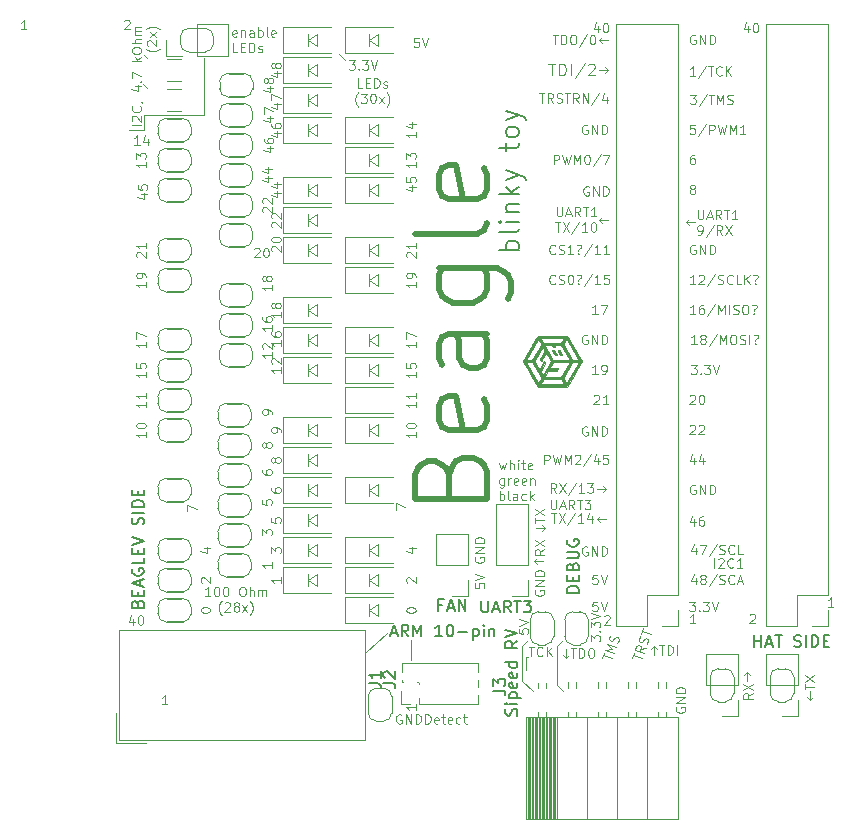
<source format=gbr>
G04 #@! TF.GenerationSoftware,KiCad,Pcbnew,(5.1.2)-2*
G04 #@! TF.CreationDate,2021-05-12T22:03:05+02:00*
G04 #@! TF.ProjectId,BeagleV Chew Toy,42656167-6c65-4562-9043-68657720546f,rev?*
G04 #@! TF.SameCoordinates,Original*
G04 #@! TF.FileFunction,Legend,Top*
G04 #@! TF.FilePolarity,Positive*
%FSLAX46Y46*%
G04 Gerber Fmt 4.6, Leading zero omitted, Abs format (unit mm)*
G04 Created by KiCad (PCBNEW (5.1.2)-2) date 2021-05-12 22:03:05*
%MOMM*%
%LPD*%
G04 APERTURE LIST*
%ADD10C,0.100000*%
%ADD11C,0.120000*%
%ADD12C,0.150000*%
%ADD13C,0.516128*%
%ADD14C,0.142240*%
%ADD15C,0.010000*%
G04 APERTURE END LIST*
D10*
X166676285Y-116589571D02*
X166828666Y-117122904D01*
X166981047Y-116741952D01*
X167133428Y-117122904D01*
X167285809Y-116589571D01*
X167590571Y-117122904D02*
X167590571Y-116322904D01*
X167933428Y-117122904D02*
X167933428Y-116703857D01*
X167895333Y-116627666D01*
X167819142Y-116589571D01*
X167704857Y-116589571D01*
X167628666Y-116627666D01*
X167590571Y-116665761D01*
X168314380Y-117122904D02*
X168314380Y-116589571D01*
X168314380Y-116322904D02*
X168276285Y-116361000D01*
X168314380Y-116399095D01*
X168352476Y-116361000D01*
X168314380Y-116322904D01*
X168314380Y-116399095D01*
X168581047Y-116589571D02*
X168885809Y-116589571D01*
X168695333Y-116322904D02*
X168695333Y-117008619D01*
X168733428Y-117084809D01*
X168809619Y-117122904D01*
X168885809Y-117122904D01*
X169457238Y-117084809D02*
X169381047Y-117122904D01*
X169228666Y-117122904D01*
X169152476Y-117084809D01*
X169114380Y-117008619D01*
X169114380Y-116703857D01*
X169152476Y-116627666D01*
X169228666Y-116589571D01*
X169381047Y-116589571D01*
X169457238Y-116627666D01*
X169495333Y-116703857D01*
X169495333Y-116780047D01*
X169114380Y-116856238D01*
X167095333Y-117889571D02*
X167095333Y-118537190D01*
X167057238Y-118613380D01*
X167019142Y-118651476D01*
X166942952Y-118689571D01*
X166828666Y-118689571D01*
X166752476Y-118651476D01*
X167095333Y-118384809D02*
X167019142Y-118422904D01*
X166866761Y-118422904D01*
X166790571Y-118384809D01*
X166752476Y-118346714D01*
X166714380Y-118270523D01*
X166714380Y-118041952D01*
X166752476Y-117965761D01*
X166790571Y-117927666D01*
X166866761Y-117889571D01*
X167019142Y-117889571D01*
X167095333Y-117927666D01*
X167476285Y-118422904D02*
X167476285Y-117889571D01*
X167476285Y-118041952D02*
X167514380Y-117965761D01*
X167552476Y-117927666D01*
X167628666Y-117889571D01*
X167704857Y-117889571D01*
X168276285Y-118384809D02*
X168200095Y-118422904D01*
X168047714Y-118422904D01*
X167971523Y-118384809D01*
X167933428Y-118308619D01*
X167933428Y-118003857D01*
X167971523Y-117927666D01*
X168047714Y-117889571D01*
X168200095Y-117889571D01*
X168276285Y-117927666D01*
X168314380Y-118003857D01*
X168314380Y-118080047D01*
X167933428Y-118156238D01*
X168962000Y-118384809D02*
X168885809Y-118422904D01*
X168733428Y-118422904D01*
X168657238Y-118384809D01*
X168619142Y-118308619D01*
X168619142Y-118003857D01*
X168657238Y-117927666D01*
X168733428Y-117889571D01*
X168885809Y-117889571D01*
X168962000Y-117927666D01*
X169000095Y-118003857D01*
X169000095Y-118080047D01*
X168619142Y-118156238D01*
X169342952Y-117889571D02*
X169342952Y-118422904D01*
X169342952Y-117965761D02*
X169381047Y-117927666D01*
X169457238Y-117889571D01*
X169571523Y-117889571D01*
X169647714Y-117927666D01*
X169685809Y-118003857D01*
X169685809Y-118422904D01*
X166752476Y-119722904D02*
X166752476Y-118922904D01*
X166752476Y-119227666D02*
X166828666Y-119189571D01*
X166981047Y-119189571D01*
X167057238Y-119227666D01*
X167095333Y-119265761D01*
X167133428Y-119341952D01*
X167133428Y-119570523D01*
X167095333Y-119646714D01*
X167057238Y-119684809D01*
X166981047Y-119722904D01*
X166828666Y-119722904D01*
X166752476Y-119684809D01*
X167590571Y-119722904D02*
X167514380Y-119684809D01*
X167476285Y-119608619D01*
X167476285Y-118922904D01*
X168238190Y-119722904D02*
X168238190Y-119303857D01*
X168200095Y-119227666D01*
X168123904Y-119189571D01*
X167971523Y-119189571D01*
X167895333Y-119227666D01*
X168238190Y-119684809D02*
X168162000Y-119722904D01*
X167971523Y-119722904D01*
X167895333Y-119684809D01*
X167857238Y-119608619D01*
X167857238Y-119532428D01*
X167895333Y-119456238D01*
X167971523Y-119418142D01*
X168162000Y-119418142D01*
X168238190Y-119380047D01*
X168962000Y-119684809D02*
X168885809Y-119722904D01*
X168733428Y-119722904D01*
X168657238Y-119684809D01*
X168619142Y-119646714D01*
X168581047Y-119570523D01*
X168581047Y-119341952D01*
X168619142Y-119265761D01*
X168657238Y-119227666D01*
X168733428Y-119189571D01*
X168885809Y-119189571D01*
X168962000Y-119227666D01*
X169304857Y-119722904D02*
X169304857Y-118922904D01*
X169381047Y-119418142D02*
X169609619Y-119722904D01*
X169609619Y-119189571D02*
X169304857Y-119494333D01*
D11*
X175133000Y-96012000D02*
X175387000Y-96266000D01*
X175895000Y-96012000D02*
X175133000Y-96012000D01*
X175133000Y-96012000D02*
X175387000Y-95758000D01*
X183261000Y-96139000D02*
X182499000Y-96139000D01*
X182499000Y-96139000D02*
X182753000Y-96393000D01*
X182499000Y-96139000D02*
X182753000Y-95885000D01*
D10*
X171070476Y-119684904D02*
X171070476Y-120332523D01*
X171108571Y-120408714D01*
X171146666Y-120446809D01*
X171222857Y-120484904D01*
X171375238Y-120484904D01*
X171451428Y-120446809D01*
X171489523Y-120408714D01*
X171527619Y-120332523D01*
X171527619Y-119684904D01*
X171870476Y-120256333D02*
X172251428Y-120256333D01*
X171794285Y-120484904D02*
X172060952Y-119684904D01*
X172327619Y-120484904D01*
X173051428Y-120484904D02*
X172784761Y-120103952D01*
X172594285Y-120484904D02*
X172594285Y-119684904D01*
X172899047Y-119684904D01*
X172975238Y-119723000D01*
X173013333Y-119761095D01*
X173051428Y-119837285D01*
X173051428Y-119951571D01*
X173013333Y-120027761D01*
X172975238Y-120065857D01*
X172899047Y-120103952D01*
X172594285Y-120103952D01*
X173280000Y-119684904D02*
X173737142Y-119684904D01*
X173508571Y-120484904D02*
X173508571Y-119684904D01*
X173927619Y-119684904D02*
X174422857Y-119684904D01*
X174156190Y-119989666D01*
X174270476Y-119989666D01*
X174346666Y-120027761D01*
X174384761Y-120065857D01*
X174422857Y-120142047D01*
X174422857Y-120332523D01*
X174384761Y-120408714D01*
X174346666Y-120446809D01*
X174270476Y-120484904D01*
X174041904Y-120484904D01*
X173965714Y-120446809D01*
X173927619Y-120408714D01*
X184913476Y-125437904D02*
X184913476Y-124637904D01*
X185256333Y-124714095D02*
X185294428Y-124676000D01*
X185370619Y-124637904D01*
X185561095Y-124637904D01*
X185637285Y-124676000D01*
X185675380Y-124714095D01*
X185713476Y-124790285D01*
X185713476Y-124866476D01*
X185675380Y-124980761D01*
X185218238Y-125437904D01*
X185713476Y-125437904D01*
X186513476Y-125361714D02*
X186475380Y-125399809D01*
X186361095Y-125437904D01*
X186284904Y-125437904D01*
X186170619Y-125399809D01*
X186094428Y-125323619D01*
X186056333Y-125247428D01*
X186018238Y-125095047D01*
X186018238Y-124980761D01*
X186056333Y-124828380D01*
X186094428Y-124752190D01*
X186170619Y-124676000D01*
X186284904Y-124637904D01*
X186361095Y-124637904D01*
X186475380Y-124676000D01*
X186513476Y-124714095D01*
X187275380Y-125437904D02*
X186818238Y-125437904D01*
X187046809Y-125437904D02*
X187046809Y-124637904D01*
X186970619Y-124752190D01*
X186894428Y-124828380D01*
X186818238Y-124866476D01*
D11*
X172085000Y-131572000D02*
X171577000Y-132080000D01*
X171577000Y-135382000D02*
X172085000Y-135890000D01*
X169164000Y-131572000D02*
X168656000Y-132080000D01*
X171577000Y-132080000D02*
X171577000Y-135382000D01*
D10*
X180227190Y-132003904D02*
X180684333Y-132003904D01*
X180455761Y-132803904D02*
X180455761Y-132003904D01*
X180951000Y-132803904D02*
X180951000Y-132003904D01*
X181141476Y-132003904D01*
X181255761Y-132042000D01*
X181331952Y-132118190D01*
X181370047Y-132194380D01*
X181408142Y-132346761D01*
X181408142Y-132461047D01*
X181370047Y-132613428D01*
X181331952Y-132689619D01*
X181255761Y-132765809D01*
X181141476Y-132803904D01*
X180951000Y-132803904D01*
X181751000Y-132803904D02*
X181751000Y-132003904D01*
D11*
X179832000Y-132842000D02*
X179832000Y-132080000D01*
X179832000Y-132080000D02*
X180086000Y-132334000D01*
X179832000Y-132080000D02*
X179578000Y-132334000D01*
X172339000Y-133096000D02*
X172593000Y-132842000D01*
X172339000Y-132334000D02*
X172339000Y-133096000D01*
X172339000Y-133096000D02*
X172085000Y-132842000D01*
D10*
X138596523Y-137013904D02*
X138139380Y-137013904D01*
X138367952Y-137013904D02*
X138367952Y-136213904D01*
X138291761Y-136328190D01*
X138215571Y-136404380D01*
X138139380Y-136442476D01*
X158408523Y-137884000D02*
X158332333Y-137845904D01*
X158218047Y-137845904D01*
X158103761Y-137884000D01*
X158027571Y-137960190D01*
X157989476Y-138036380D01*
X157951380Y-138188761D01*
X157951380Y-138303047D01*
X157989476Y-138455428D01*
X158027571Y-138531619D01*
X158103761Y-138607809D01*
X158218047Y-138645904D01*
X158294238Y-138645904D01*
X158408523Y-138607809D01*
X158446619Y-138569714D01*
X158446619Y-138303047D01*
X158294238Y-138303047D01*
X158789476Y-138645904D02*
X158789476Y-137845904D01*
X159246619Y-138645904D01*
X159246619Y-137845904D01*
X159627571Y-138645904D02*
X159627571Y-137845904D01*
X159818047Y-137845904D01*
X159932333Y-137884000D01*
X160008523Y-137960190D01*
X160046619Y-138036380D01*
X160084714Y-138188761D01*
X160084714Y-138303047D01*
X160046619Y-138455428D01*
X160008523Y-138531619D01*
X159932333Y-138607809D01*
X159818047Y-138645904D01*
X159627571Y-138645904D01*
X160427571Y-138645904D02*
X160427571Y-137845904D01*
X160618047Y-137845904D01*
X160732333Y-137884000D01*
X160808523Y-137960190D01*
X160846619Y-138036380D01*
X160884714Y-138188761D01*
X160884714Y-138303047D01*
X160846619Y-138455428D01*
X160808523Y-138531619D01*
X160732333Y-138607809D01*
X160618047Y-138645904D01*
X160427571Y-138645904D01*
X161532333Y-138607809D02*
X161456142Y-138645904D01*
X161303761Y-138645904D01*
X161227571Y-138607809D01*
X161189476Y-138531619D01*
X161189476Y-138226857D01*
X161227571Y-138150666D01*
X161303761Y-138112571D01*
X161456142Y-138112571D01*
X161532333Y-138150666D01*
X161570428Y-138226857D01*
X161570428Y-138303047D01*
X161189476Y-138379238D01*
X161799000Y-138112571D02*
X162103761Y-138112571D01*
X161913285Y-137845904D02*
X161913285Y-138531619D01*
X161951380Y-138607809D01*
X162027571Y-138645904D01*
X162103761Y-138645904D01*
X162675190Y-138607809D02*
X162599000Y-138645904D01*
X162446619Y-138645904D01*
X162370428Y-138607809D01*
X162332333Y-138531619D01*
X162332333Y-138226857D01*
X162370428Y-138150666D01*
X162446619Y-138112571D01*
X162599000Y-138112571D01*
X162675190Y-138150666D01*
X162713285Y-138226857D01*
X162713285Y-138303047D01*
X162332333Y-138379238D01*
X163399000Y-138607809D02*
X163322809Y-138645904D01*
X163170428Y-138645904D01*
X163094238Y-138607809D01*
X163056142Y-138569714D01*
X163018047Y-138493523D01*
X163018047Y-138264952D01*
X163056142Y-138188761D01*
X163094238Y-138150666D01*
X163170428Y-138112571D01*
X163322809Y-138112571D01*
X163399000Y-138150666D01*
X163627571Y-138112571D02*
X163932333Y-138112571D01*
X163741857Y-137845904D02*
X163741857Y-138531619D01*
X163779952Y-138607809D01*
X163856142Y-138645904D01*
X163932333Y-138645904D01*
D11*
X157226000Y-130937000D02*
X155448000Y-132588000D01*
X159258000Y-131572000D02*
X159258000Y-133223000D01*
D12*
X157520238Y-130976666D02*
X157996428Y-130976666D01*
X157425000Y-131262380D02*
X157758333Y-130262380D01*
X158091666Y-131262380D01*
X158996428Y-131262380D02*
X158663095Y-130786190D01*
X158425000Y-131262380D02*
X158425000Y-130262380D01*
X158805952Y-130262380D01*
X158901190Y-130310000D01*
X158948809Y-130357619D01*
X158996428Y-130452857D01*
X158996428Y-130595714D01*
X158948809Y-130690952D01*
X158901190Y-130738571D01*
X158805952Y-130786190D01*
X158425000Y-130786190D01*
X159425000Y-131262380D02*
X159425000Y-130262380D01*
X159758333Y-130976666D01*
X160091666Y-130262380D01*
X160091666Y-131262380D01*
X161853571Y-131262380D02*
X161282142Y-131262380D01*
X161567857Y-131262380D02*
X161567857Y-130262380D01*
X161472619Y-130405238D01*
X161377380Y-130500476D01*
X161282142Y-130548095D01*
X162472619Y-130262380D02*
X162567857Y-130262380D01*
X162663095Y-130310000D01*
X162710714Y-130357619D01*
X162758333Y-130452857D01*
X162805952Y-130643333D01*
X162805952Y-130881428D01*
X162758333Y-131071904D01*
X162710714Y-131167142D01*
X162663095Y-131214761D01*
X162567857Y-131262380D01*
X162472619Y-131262380D01*
X162377380Y-131214761D01*
X162329761Y-131167142D01*
X162282142Y-131071904D01*
X162234523Y-130881428D01*
X162234523Y-130643333D01*
X162282142Y-130452857D01*
X162329761Y-130357619D01*
X162377380Y-130310000D01*
X162472619Y-130262380D01*
X163234523Y-130881428D02*
X163996428Y-130881428D01*
X164472619Y-130595714D02*
X164472619Y-131595714D01*
X164472619Y-130643333D02*
X164567857Y-130595714D01*
X164758333Y-130595714D01*
X164853571Y-130643333D01*
X164901190Y-130690952D01*
X164948809Y-130786190D01*
X164948809Y-131071904D01*
X164901190Y-131167142D01*
X164853571Y-131214761D01*
X164758333Y-131262380D01*
X164567857Y-131262380D01*
X164472619Y-131214761D01*
X165377380Y-131262380D02*
X165377380Y-130595714D01*
X165377380Y-130262380D02*
X165329761Y-130310000D01*
X165377380Y-130357619D01*
X165425000Y-130310000D01*
X165377380Y-130262380D01*
X165377380Y-130357619D01*
X165853571Y-130595714D02*
X165853571Y-131262380D01*
X165853571Y-130690952D02*
X165901190Y-130643333D01*
X165996428Y-130595714D01*
X166139285Y-130595714D01*
X166234523Y-130643333D01*
X166282142Y-130738571D01*
X166282142Y-131262380D01*
X168171761Y-137961238D02*
X168219380Y-137818380D01*
X168219380Y-137580285D01*
X168171761Y-137485047D01*
X168124142Y-137437428D01*
X168028904Y-137389809D01*
X167933666Y-137389809D01*
X167838428Y-137437428D01*
X167790809Y-137485047D01*
X167743190Y-137580285D01*
X167695571Y-137770761D01*
X167647952Y-137866000D01*
X167600333Y-137913619D01*
X167505095Y-137961238D01*
X167409857Y-137961238D01*
X167314619Y-137913619D01*
X167267000Y-137866000D01*
X167219380Y-137770761D01*
X167219380Y-137532666D01*
X167267000Y-137389809D01*
X168219380Y-136961238D02*
X167552714Y-136961238D01*
X167219380Y-136961238D02*
X167267000Y-137008857D01*
X167314619Y-136961238D01*
X167267000Y-136913619D01*
X167219380Y-136961238D01*
X167314619Y-136961238D01*
X167552714Y-136485047D02*
X168552714Y-136485047D01*
X167600333Y-136485047D02*
X167552714Y-136389809D01*
X167552714Y-136199333D01*
X167600333Y-136104095D01*
X167647952Y-136056476D01*
X167743190Y-136008857D01*
X168028904Y-136008857D01*
X168124142Y-136056476D01*
X168171761Y-136104095D01*
X168219380Y-136199333D01*
X168219380Y-136389809D01*
X168171761Y-136485047D01*
X168171761Y-135199333D02*
X168219380Y-135294571D01*
X168219380Y-135485047D01*
X168171761Y-135580285D01*
X168076523Y-135627904D01*
X167695571Y-135627904D01*
X167600333Y-135580285D01*
X167552714Y-135485047D01*
X167552714Y-135294571D01*
X167600333Y-135199333D01*
X167695571Y-135151714D01*
X167790809Y-135151714D01*
X167886047Y-135627904D01*
X168171761Y-134342190D02*
X168219380Y-134437428D01*
X168219380Y-134627904D01*
X168171761Y-134723142D01*
X168076523Y-134770761D01*
X167695571Y-134770761D01*
X167600333Y-134723142D01*
X167552714Y-134627904D01*
X167552714Y-134437428D01*
X167600333Y-134342190D01*
X167695571Y-134294571D01*
X167790809Y-134294571D01*
X167886047Y-134770761D01*
X168219380Y-133437428D02*
X167219380Y-133437428D01*
X168171761Y-133437428D02*
X168219380Y-133532666D01*
X168219380Y-133723142D01*
X168171761Y-133818380D01*
X168124142Y-133866000D01*
X168028904Y-133913619D01*
X167743190Y-133913619D01*
X167647952Y-133866000D01*
X167600333Y-133818380D01*
X167552714Y-133723142D01*
X167552714Y-133532666D01*
X167600333Y-133437428D01*
X168219380Y-131627904D02*
X167743190Y-131961238D01*
X168219380Y-132199333D02*
X167219380Y-132199333D01*
X167219380Y-131818380D01*
X167267000Y-131723142D01*
X167314619Y-131675523D01*
X167409857Y-131627904D01*
X167552714Y-131627904D01*
X167647952Y-131675523D01*
X167695571Y-131723142D01*
X167743190Y-131818380D01*
X167743190Y-132199333D01*
X167219380Y-131342190D02*
X168219380Y-131008857D01*
X167219380Y-130675523D01*
D10*
X159619904Y-136993476D02*
X159619904Y-137450619D01*
X159619904Y-137222047D02*
X158819904Y-137222047D01*
X158934190Y-137298238D01*
X159010380Y-137374428D01*
X159048476Y-137450619D01*
X177949738Y-133057678D02*
X178106090Y-132628105D01*
X178779668Y-133116508D02*
X178027914Y-132842892D01*
X179105401Y-132221562D02*
X178656218Y-132341854D01*
X178949049Y-132651136D02*
X178197295Y-132377520D01*
X178301530Y-132091137D01*
X178363386Y-132032571D01*
X178412213Y-132009803D01*
X178496838Y-132000064D01*
X178604232Y-132039152D01*
X178662798Y-132101008D01*
X178685567Y-132149835D01*
X178695306Y-132234460D01*
X178591071Y-132520843D01*
X179173838Y-131922150D02*
X179248724Y-131827786D01*
X179313871Y-131648797D01*
X179304131Y-131564172D01*
X179281363Y-131515345D01*
X179222797Y-131453489D01*
X179151201Y-131427430D01*
X179066576Y-131437169D01*
X179017749Y-131459938D01*
X178955892Y-131518504D01*
X178867977Y-131648666D01*
X178806121Y-131707232D01*
X178757294Y-131730001D01*
X178672669Y-131739740D01*
X178601073Y-131713681D01*
X178542507Y-131651825D01*
X178519738Y-131602997D01*
X178509999Y-131518372D01*
X178575146Y-131339383D01*
X178650032Y-131245019D01*
X178692410Y-131017203D02*
X178848762Y-130587629D01*
X179522340Y-131076032D02*
X178770586Y-130802416D01*
X175409738Y-133057678D02*
X175566090Y-132628105D01*
X176239668Y-133116508D02*
X175487914Y-132842892D01*
X176409049Y-132651136D02*
X175657295Y-132377520D01*
X176285468Y-132322375D01*
X175839706Y-131876351D01*
X176591460Y-132149967D01*
X176672926Y-131814757D02*
X176747812Y-131720393D01*
X176812959Y-131541404D01*
X176803219Y-131456779D01*
X176780451Y-131407952D01*
X176721885Y-131346095D01*
X176650289Y-131320037D01*
X176565664Y-131329776D01*
X176516837Y-131352544D01*
X176454980Y-131411110D01*
X176367065Y-131541272D01*
X176305209Y-131599839D01*
X176256382Y-131622607D01*
X176171757Y-131632346D01*
X176100161Y-131606288D01*
X176041595Y-131544431D01*
X176018826Y-131495604D01*
X176009087Y-131410979D01*
X176074234Y-131231990D01*
X176149120Y-131137626D01*
X172734190Y-132257904D02*
X173191333Y-132257904D01*
X172962761Y-133057904D02*
X172962761Y-132257904D01*
X173458000Y-133057904D02*
X173458000Y-132257904D01*
X173648476Y-132257904D01*
X173762761Y-132296000D01*
X173838952Y-132372190D01*
X173877047Y-132448380D01*
X173915142Y-132600761D01*
X173915142Y-132715047D01*
X173877047Y-132867428D01*
X173838952Y-132943619D01*
X173762761Y-133019809D01*
X173648476Y-133057904D01*
X173458000Y-133057904D01*
X174410380Y-132257904D02*
X174562761Y-132257904D01*
X174638952Y-132296000D01*
X174715142Y-132372190D01*
X174753238Y-132524571D01*
X174753238Y-132791238D01*
X174715142Y-132943619D01*
X174638952Y-133019809D01*
X174562761Y-133057904D01*
X174410380Y-133057904D01*
X174334190Y-133019809D01*
X174258000Y-132943619D01*
X174219904Y-132791238D01*
X174219904Y-132524571D01*
X174258000Y-132372190D01*
X174334190Y-132296000D01*
X174410380Y-132257904D01*
X169178190Y-132130904D02*
X169635333Y-132130904D01*
X169406761Y-132930904D02*
X169406761Y-132130904D01*
X170359142Y-132854714D02*
X170321047Y-132892809D01*
X170206761Y-132930904D01*
X170130571Y-132930904D01*
X170016285Y-132892809D01*
X169940095Y-132816619D01*
X169902000Y-132740428D01*
X169863904Y-132588047D01*
X169863904Y-132473761D01*
X169902000Y-132321380D01*
X169940095Y-132245190D01*
X170016285Y-132169000D01*
X170130571Y-132130904D01*
X170206761Y-132130904D01*
X170321047Y-132169000D01*
X170359142Y-132207095D01*
X170702000Y-132930904D02*
X170702000Y-132130904D01*
X171159142Y-132930904D02*
X170816285Y-132473761D01*
X171159142Y-132130904D02*
X170702000Y-132588047D01*
X181699000Y-137247476D02*
X181660904Y-137323666D01*
X181660904Y-137437952D01*
X181699000Y-137552238D01*
X181775190Y-137628428D01*
X181851380Y-137666523D01*
X182003761Y-137704619D01*
X182118047Y-137704619D01*
X182270428Y-137666523D01*
X182346619Y-137628428D01*
X182422809Y-137552238D01*
X182460904Y-137437952D01*
X182460904Y-137361761D01*
X182422809Y-137247476D01*
X182384714Y-137209380D01*
X182118047Y-137209380D01*
X182118047Y-137361761D01*
X182460904Y-136866523D02*
X181660904Y-136866523D01*
X182460904Y-136409380D01*
X181660904Y-136409380D01*
X182460904Y-136028428D02*
X181660904Y-136028428D01*
X181660904Y-135837952D01*
X181699000Y-135723666D01*
X181775190Y-135647476D01*
X181851380Y-135609380D01*
X182003761Y-135571285D01*
X182118047Y-135571285D01*
X182270428Y-135609380D01*
X182346619Y-135647476D01*
X182422809Y-135723666D01*
X182460904Y-135837952D01*
X182460904Y-136028428D01*
X188175904Y-136066380D02*
X187794952Y-136333047D01*
X188175904Y-136523523D02*
X187375904Y-136523523D01*
X187375904Y-136218761D01*
X187414000Y-136142571D01*
X187452095Y-136104476D01*
X187528285Y-136066380D01*
X187642571Y-136066380D01*
X187718761Y-136104476D01*
X187756857Y-136142571D01*
X187794952Y-136218761D01*
X187794952Y-136523523D01*
X187375904Y-135799714D02*
X188175904Y-135266380D01*
X187375904Y-135266380D02*
X188175904Y-135799714D01*
X192582904Y-135748809D02*
X192582904Y-135291666D01*
X193382904Y-135520238D02*
X192582904Y-135520238D01*
X192582904Y-135101190D02*
X193382904Y-134567857D01*
X192582904Y-134567857D02*
X193382904Y-135101190D01*
D11*
X193040000Y-136652000D02*
X192786000Y-136398000D01*
X193040000Y-135890000D02*
X193040000Y-136652000D01*
X187706000Y-134239000D02*
X187452000Y-134493000D01*
X187706000Y-134239000D02*
X187960000Y-134493000D01*
X193040000Y-136652000D02*
X193294000Y-136398000D01*
X187706000Y-135001000D02*
X187706000Y-134239000D01*
X168656000Y-135001000D02*
X169545000Y-135890000D01*
X168656000Y-132080000D02*
X168656000Y-135001000D01*
D10*
X168344904Y-130608190D02*
X168344904Y-130989142D01*
X168725857Y-131027238D01*
X168687761Y-130989142D01*
X168649666Y-130912952D01*
X168649666Y-130722476D01*
X168687761Y-130646285D01*
X168725857Y-130608190D01*
X168802047Y-130570095D01*
X168992523Y-130570095D01*
X169068714Y-130608190D01*
X169106809Y-130646285D01*
X169144904Y-130722476D01*
X169144904Y-130912952D01*
X169106809Y-130989142D01*
X169068714Y-131027238D01*
X168344904Y-130341523D02*
X169144904Y-130074857D01*
X168344904Y-129808190D01*
X174440904Y-131646714D02*
X174440904Y-131151476D01*
X174745666Y-131418142D01*
X174745666Y-131303857D01*
X174783761Y-131227666D01*
X174821857Y-131189571D01*
X174898047Y-131151476D01*
X175088523Y-131151476D01*
X175164714Y-131189571D01*
X175202809Y-131227666D01*
X175240904Y-131303857D01*
X175240904Y-131532428D01*
X175202809Y-131608619D01*
X175164714Y-131646714D01*
X175164714Y-130808619D02*
X175202809Y-130770523D01*
X175240904Y-130808619D01*
X175202809Y-130846714D01*
X175164714Y-130808619D01*
X175240904Y-130808619D01*
X174440904Y-130503857D02*
X174440904Y-130008619D01*
X174745666Y-130275285D01*
X174745666Y-130161000D01*
X174783761Y-130084809D01*
X174821857Y-130046714D01*
X174898047Y-130008619D01*
X175088523Y-130008619D01*
X175164714Y-130046714D01*
X175202809Y-130084809D01*
X175240904Y-130161000D01*
X175240904Y-130389571D01*
X175202809Y-130465761D01*
X175164714Y-130503857D01*
X174440904Y-129780047D02*
X175240904Y-129513380D01*
X174440904Y-129246714D01*
X169761000Y-127341476D02*
X169722904Y-127417666D01*
X169722904Y-127531952D01*
X169761000Y-127646238D01*
X169837190Y-127722428D01*
X169913380Y-127760523D01*
X170065761Y-127798619D01*
X170180047Y-127798619D01*
X170332428Y-127760523D01*
X170408619Y-127722428D01*
X170484809Y-127646238D01*
X170522904Y-127531952D01*
X170522904Y-127455761D01*
X170484809Y-127341476D01*
X170446714Y-127303380D01*
X170180047Y-127303380D01*
X170180047Y-127455761D01*
X170522904Y-126960523D02*
X169722904Y-126960523D01*
X170522904Y-126503380D01*
X169722904Y-126503380D01*
X170522904Y-126122428D02*
X169722904Y-126122428D01*
X169722904Y-125931952D01*
X169761000Y-125817666D01*
X169837190Y-125741476D01*
X169913380Y-125703380D01*
X170065761Y-125665285D01*
X170180047Y-125665285D01*
X170332428Y-125703380D01*
X170408619Y-125741476D01*
X170484809Y-125817666D01*
X170522904Y-125931952D01*
X170522904Y-126122428D01*
D12*
X165187571Y-128230380D02*
X165187571Y-129039904D01*
X165235190Y-129135142D01*
X165282809Y-129182761D01*
X165378047Y-129230380D01*
X165568523Y-129230380D01*
X165663761Y-129182761D01*
X165711380Y-129135142D01*
X165759000Y-129039904D01*
X165759000Y-128230380D01*
X166187571Y-128944666D02*
X166663761Y-128944666D01*
X166092333Y-129230380D02*
X166425666Y-128230380D01*
X166759000Y-129230380D01*
X167663761Y-129230380D02*
X167330428Y-128754190D01*
X167092333Y-129230380D02*
X167092333Y-128230380D01*
X167473285Y-128230380D01*
X167568523Y-128278000D01*
X167616142Y-128325619D01*
X167663761Y-128420857D01*
X167663761Y-128563714D01*
X167616142Y-128658952D01*
X167568523Y-128706571D01*
X167473285Y-128754190D01*
X167092333Y-128754190D01*
X167949476Y-128230380D02*
X168520904Y-128230380D01*
X168235190Y-129230380D02*
X168235190Y-128230380D01*
X168759000Y-128230380D02*
X169378047Y-128230380D01*
X169044714Y-128611333D01*
X169187571Y-128611333D01*
X169282809Y-128658952D01*
X169330428Y-128706571D01*
X169378047Y-128801809D01*
X169378047Y-129039904D01*
X169330428Y-129135142D01*
X169282809Y-129182761D01*
X169187571Y-129230380D01*
X168901857Y-129230380D01*
X168806619Y-129182761D01*
X168759000Y-129135142D01*
X161877476Y-128579571D02*
X161544142Y-128579571D01*
X161544142Y-129103380D02*
X161544142Y-128103380D01*
X162020333Y-128103380D01*
X162353666Y-128817666D02*
X162829857Y-128817666D01*
X162258428Y-129103380D02*
X162591761Y-128103380D01*
X162925095Y-129103380D01*
X163258428Y-129103380D02*
X163258428Y-128103380D01*
X163829857Y-129103380D01*
X163829857Y-128103380D01*
D11*
X175133000Y-83312000D02*
X175895000Y-83312000D01*
X175895000Y-83312000D02*
X175641000Y-83058000D01*
X175133000Y-80772000D02*
X175387000Y-81026000D01*
X175895000Y-80772000D02*
X175133000Y-80772000D01*
X175133000Y-80772000D02*
X175387000Y-80518000D01*
X175895000Y-83312000D02*
X175641000Y-83566000D01*
X175768000Y-121285000D02*
X175006000Y-121285000D01*
X175006000Y-121285000D02*
X175260000Y-121539000D01*
X175006000Y-121285000D02*
X175260000Y-121031000D01*
X175768000Y-118745000D02*
X175514000Y-118999000D01*
X175006000Y-118745000D02*
X175768000Y-118745000D01*
X175768000Y-118745000D02*
X175514000Y-118491000D01*
X170561000Y-122047000D02*
X170307000Y-121793000D01*
X170561000Y-122047000D02*
X170307000Y-122301000D01*
X169799000Y-122047000D02*
X170561000Y-122047000D01*
X169672000Y-124841000D02*
X169926000Y-125095000D01*
X169672000Y-124841000D02*
X169926000Y-124587000D01*
X170434000Y-124841000D02*
X169672000Y-124841000D01*
D12*
X188295595Y-132151380D02*
X188295595Y-131151380D01*
X188295595Y-131627571D02*
X188867023Y-131627571D01*
X188867023Y-132151380D02*
X188867023Y-131151380D01*
X189295595Y-131865666D02*
X189771785Y-131865666D01*
X189200357Y-132151380D02*
X189533690Y-131151380D01*
X189867023Y-132151380D01*
X190057500Y-131151380D02*
X190628928Y-131151380D01*
X190343214Y-132151380D02*
X190343214Y-131151380D01*
X191676547Y-132103761D02*
X191819404Y-132151380D01*
X192057500Y-132151380D01*
X192152738Y-132103761D01*
X192200357Y-132056142D01*
X192247976Y-131960904D01*
X192247976Y-131865666D01*
X192200357Y-131770428D01*
X192152738Y-131722809D01*
X192057500Y-131675190D01*
X191867023Y-131627571D01*
X191771785Y-131579952D01*
X191724166Y-131532333D01*
X191676547Y-131437095D01*
X191676547Y-131341857D01*
X191724166Y-131246619D01*
X191771785Y-131199000D01*
X191867023Y-131151380D01*
X192105119Y-131151380D01*
X192247976Y-131199000D01*
X192676547Y-132151380D02*
X192676547Y-131151380D01*
X193152738Y-132151380D02*
X193152738Y-131151380D01*
X193390833Y-131151380D01*
X193533690Y-131199000D01*
X193628928Y-131294238D01*
X193676547Y-131389476D01*
X193724166Y-131579952D01*
X193724166Y-131722809D01*
X193676547Y-131913285D01*
X193628928Y-132008523D01*
X193533690Y-132103761D01*
X193390833Y-132151380D01*
X193152738Y-132151380D01*
X194152738Y-131627571D02*
X194486071Y-131627571D01*
X194628928Y-132151380D02*
X194152738Y-132151380D01*
X194152738Y-131151380D01*
X194628928Y-131151380D01*
X173426380Y-127553404D02*
X172426380Y-127553404D01*
X172426380Y-127315309D01*
X172474000Y-127172452D01*
X172569238Y-127077214D01*
X172664476Y-127029595D01*
X172854952Y-126981976D01*
X172997809Y-126981976D01*
X173188285Y-127029595D01*
X173283523Y-127077214D01*
X173378761Y-127172452D01*
X173426380Y-127315309D01*
X173426380Y-127553404D01*
X172902571Y-126553404D02*
X172902571Y-126220071D01*
X173426380Y-126077214D02*
X173426380Y-126553404D01*
X172426380Y-126553404D01*
X172426380Y-126077214D01*
X172902571Y-125315309D02*
X172950190Y-125172452D01*
X172997809Y-125124833D01*
X173093047Y-125077214D01*
X173235904Y-125077214D01*
X173331142Y-125124833D01*
X173378761Y-125172452D01*
X173426380Y-125267690D01*
X173426380Y-125648642D01*
X172426380Y-125648642D01*
X172426380Y-125315309D01*
X172474000Y-125220071D01*
X172521619Y-125172452D01*
X172616857Y-125124833D01*
X172712095Y-125124833D01*
X172807333Y-125172452D01*
X172854952Y-125220071D01*
X172902571Y-125315309D01*
X172902571Y-125648642D01*
X172426380Y-124648642D02*
X173235904Y-124648642D01*
X173331142Y-124601023D01*
X173378761Y-124553404D01*
X173426380Y-124458166D01*
X173426380Y-124267690D01*
X173378761Y-124172452D01*
X173331142Y-124124833D01*
X173235904Y-124077214D01*
X172426380Y-124077214D01*
X172474000Y-123077214D02*
X172426380Y-123172452D01*
X172426380Y-123315309D01*
X172474000Y-123458166D01*
X172569238Y-123553404D01*
X172664476Y-123601023D01*
X172854952Y-123648642D01*
X172997809Y-123648642D01*
X173188285Y-123601023D01*
X173283523Y-123553404D01*
X173378761Y-123458166D01*
X173426380Y-123315309D01*
X173426380Y-123220071D01*
X173378761Y-123077214D01*
X173331142Y-123029595D01*
X172997809Y-123029595D01*
X172997809Y-123220071D01*
X136072571Y-128490071D02*
X136120190Y-128347214D01*
X136167809Y-128299595D01*
X136263047Y-128251976D01*
X136405904Y-128251976D01*
X136501142Y-128299595D01*
X136548761Y-128347214D01*
X136596380Y-128442452D01*
X136596380Y-128823404D01*
X135596380Y-128823404D01*
X135596380Y-128490071D01*
X135644000Y-128394833D01*
X135691619Y-128347214D01*
X135786857Y-128299595D01*
X135882095Y-128299595D01*
X135977333Y-128347214D01*
X136024952Y-128394833D01*
X136072571Y-128490071D01*
X136072571Y-128823404D01*
X136072571Y-127823404D02*
X136072571Y-127490071D01*
X136596380Y-127347214D02*
X136596380Y-127823404D01*
X135596380Y-127823404D01*
X135596380Y-127347214D01*
X136310666Y-126966261D02*
X136310666Y-126490071D01*
X136596380Y-127061500D02*
X135596380Y-126728166D01*
X136596380Y-126394833D01*
X135644000Y-125537690D02*
X135596380Y-125632928D01*
X135596380Y-125775785D01*
X135644000Y-125918642D01*
X135739238Y-126013880D01*
X135834476Y-126061500D01*
X136024952Y-126109119D01*
X136167809Y-126109119D01*
X136358285Y-126061500D01*
X136453523Y-126013880D01*
X136548761Y-125918642D01*
X136596380Y-125775785D01*
X136596380Y-125680547D01*
X136548761Y-125537690D01*
X136501142Y-125490071D01*
X136167809Y-125490071D01*
X136167809Y-125680547D01*
X136596380Y-124585309D02*
X136596380Y-125061500D01*
X135596380Y-125061500D01*
X136072571Y-124251976D02*
X136072571Y-123918642D01*
X136596380Y-123775785D02*
X136596380Y-124251976D01*
X135596380Y-124251976D01*
X135596380Y-123775785D01*
X135596380Y-123490071D02*
X136596380Y-123156738D01*
X135596380Y-122823404D01*
X136548761Y-121775785D02*
X136596380Y-121632928D01*
X136596380Y-121394833D01*
X136548761Y-121299595D01*
X136501142Y-121251976D01*
X136405904Y-121204357D01*
X136310666Y-121204357D01*
X136215428Y-121251976D01*
X136167809Y-121299595D01*
X136120190Y-121394833D01*
X136072571Y-121585309D01*
X136024952Y-121680547D01*
X135977333Y-121728166D01*
X135882095Y-121775785D01*
X135786857Y-121775785D01*
X135691619Y-121728166D01*
X135644000Y-121680547D01*
X135596380Y-121585309D01*
X135596380Y-121347214D01*
X135644000Y-121204357D01*
X136596380Y-120775785D02*
X135596380Y-120775785D01*
X136596380Y-120299595D02*
X135596380Y-120299595D01*
X135596380Y-120061500D01*
X135644000Y-119918642D01*
X135739238Y-119823404D01*
X135834476Y-119775785D01*
X136024952Y-119728166D01*
X136167809Y-119728166D01*
X136358285Y-119775785D01*
X136453523Y-119823404D01*
X136548761Y-119918642D01*
X136596380Y-120061500D01*
X136596380Y-120299595D01*
X136072571Y-119299595D02*
X136072571Y-118966261D01*
X136596380Y-118823404D02*
X136596380Y-119299595D01*
X135596380Y-119299595D01*
X135596380Y-118823404D01*
D10*
X169722904Y-121651809D02*
X169722904Y-121194666D01*
X170522904Y-121423238D02*
X169722904Y-121423238D01*
X169722904Y-121004190D02*
X170522904Y-120470857D01*
X169722904Y-120470857D02*
X170522904Y-121004190D01*
X170522904Y-123874380D02*
X170141952Y-124141047D01*
X170522904Y-124331523D02*
X169722904Y-124331523D01*
X169722904Y-124026761D01*
X169761000Y-123950571D01*
X169799095Y-123912476D01*
X169875285Y-123874380D01*
X169989571Y-123874380D01*
X170065761Y-123912476D01*
X170103857Y-123950571D01*
X170141952Y-124026761D01*
X170141952Y-124331523D01*
X169722904Y-123607714D02*
X170522904Y-123074380D01*
X169722904Y-123074380D02*
X170522904Y-123607714D01*
D11*
X151257000Y-121920000D02*
X150495000Y-121412000D01*
X150495000Y-120904000D02*
X150495000Y-121920000D01*
X151257000Y-120904000D02*
X151257000Y-121920000D01*
X150495000Y-121412000D02*
X151257000Y-120904000D01*
X155702000Y-80264000D02*
X155702000Y-81280000D01*
X156464000Y-81280000D02*
X155702000Y-80772000D01*
X156464000Y-80264000D02*
X156464000Y-81280000D01*
X155702000Y-80772000D02*
X156464000Y-80264000D01*
X151257000Y-81280000D02*
X150495000Y-80772000D01*
X151257000Y-80264000D02*
X151257000Y-81280000D01*
X150495000Y-80264000D02*
X150495000Y-81280000D01*
X150495000Y-80772000D02*
X151257000Y-80264000D01*
X151257000Y-82804000D02*
X151257000Y-83820000D01*
X151257000Y-83820000D02*
X150495000Y-83312000D01*
X150495000Y-82804000D02*
X150495000Y-83820000D01*
X150495000Y-83312000D02*
X151257000Y-82804000D01*
X150495000Y-85344000D02*
X150495000Y-86360000D01*
X151257000Y-85344000D02*
X151257000Y-86360000D01*
X150495000Y-85852000D02*
X151257000Y-85344000D01*
X151257000Y-86360000D02*
X150495000Y-85852000D01*
X151257000Y-88900000D02*
X150495000Y-88392000D01*
X150495000Y-87884000D02*
X150495000Y-88900000D01*
X151257000Y-87884000D02*
X151257000Y-88900000D01*
X150495000Y-88392000D02*
X151257000Y-87884000D01*
X156464000Y-88900000D02*
X155702000Y-88392000D01*
X155702000Y-88392000D02*
X156464000Y-87884000D01*
X156464000Y-87884000D02*
X156464000Y-88900000D01*
X155702000Y-87884000D02*
X155702000Y-88900000D01*
X156464000Y-90424000D02*
X156464000Y-91440000D01*
X156464000Y-91440000D02*
X155702000Y-90932000D01*
X155702000Y-90424000D02*
X155702000Y-91440000D01*
X155702000Y-90932000D02*
X156464000Y-90424000D01*
X156464000Y-92964000D02*
X156464000Y-93980000D01*
X156464000Y-93980000D02*
X155702000Y-93472000D01*
X155702000Y-92964000D02*
X155702000Y-93980000D01*
X155702000Y-93472000D02*
X156464000Y-92964000D01*
X151257000Y-93980000D02*
X150495000Y-93472000D01*
X150495000Y-92964000D02*
X150495000Y-93980000D01*
X150495000Y-93472000D02*
X151257000Y-92964000D01*
X151257000Y-92964000D02*
X151257000Y-93980000D01*
X150495000Y-95504000D02*
X150495000Y-96520000D01*
X151257000Y-96520000D02*
X150495000Y-96012000D01*
X150495000Y-96012000D02*
X151257000Y-95504000D01*
X151257000Y-95504000D02*
X151257000Y-96520000D01*
X150495000Y-98552000D02*
X151257000Y-98044000D01*
X151257000Y-98044000D02*
X151257000Y-99060000D01*
X150495000Y-98044000D02*
X150495000Y-99060000D01*
X151257000Y-99060000D02*
X150495000Y-98552000D01*
X155702000Y-98552000D02*
X156464000Y-98044000D01*
X156464000Y-98044000D02*
X156464000Y-99060000D01*
X155702000Y-98044000D02*
X155702000Y-99060000D01*
X156464000Y-99060000D02*
X155702000Y-98552000D01*
X155702000Y-100584000D02*
X155702000Y-101600000D01*
X156464000Y-100584000D02*
X156464000Y-101600000D01*
X155702000Y-101092000D02*
X156464000Y-100584000D01*
X156464000Y-101600000D02*
X155702000Y-101092000D01*
X150495000Y-103124000D02*
X150495000Y-104140000D01*
X151257000Y-103124000D02*
X151257000Y-104140000D01*
X150495000Y-103632000D02*
X151257000Y-103124000D01*
X151257000Y-104140000D02*
X150495000Y-103632000D01*
X151257000Y-105664000D02*
X151257000Y-106680000D01*
X150495000Y-106172000D02*
X151257000Y-105664000D01*
X151257000Y-106680000D02*
X150495000Y-106172000D01*
X150495000Y-105664000D02*
X150495000Y-106680000D01*
X155702000Y-105664000D02*
X155702000Y-106680000D01*
X156464000Y-106680000D02*
X155702000Y-106172000D01*
X156464000Y-105664000D02*
X156464000Y-106680000D01*
X155702000Y-106172000D02*
X156464000Y-105664000D01*
X156464000Y-109220000D02*
X155702000Y-108712000D01*
X156464000Y-108204000D02*
X156464000Y-109220000D01*
X155702000Y-108712000D02*
X156464000Y-108204000D01*
X155702000Y-108204000D02*
X155702000Y-109220000D01*
X151257000Y-109220000D02*
X150495000Y-108712000D01*
X151257000Y-108204000D02*
X151257000Y-109220000D01*
X150495000Y-108204000D02*
X150495000Y-109220000D01*
X150495000Y-108712000D02*
X151257000Y-108204000D01*
X151257000Y-113284000D02*
X151257000Y-114300000D01*
X151257000Y-114300000D02*
X150495000Y-113792000D01*
X150495000Y-113284000D02*
X150495000Y-114300000D01*
X150495000Y-113792000D02*
X151257000Y-113284000D01*
X155702000Y-113792000D02*
X156464000Y-113284000D01*
X155702000Y-113284000D02*
X155702000Y-114300000D01*
X156464000Y-114300000D02*
X155702000Y-113792000D01*
X156464000Y-113284000D02*
X156464000Y-114300000D01*
X151257000Y-115824000D02*
X151257000Y-116840000D01*
X151257000Y-116840000D02*
X150495000Y-116332000D01*
X150495000Y-115824000D02*
X150495000Y-116840000D01*
X150495000Y-116332000D02*
X151257000Y-115824000D01*
X150495000Y-118872000D02*
X151257000Y-118364000D01*
X150495000Y-118364000D02*
X150495000Y-119380000D01*
X151257000Y-118364000D02*
X151257000Y-119380000D01*
X151257000Y-119380000D02*
X150495000Y-118872000D01*
X155702000Y-118364000D02*
X155702000Y-119380000D01*
X156464000Y-118364000D02*
X156464000Y-119380000D01*
X155702000Y-118872000D02*
X156464000Y-118364000D01*
X156464000Y-119380000D02*
X155702000Y-118872000D01*
X156464000Y-124460000D02*
X155702000Y-123952000D01*
X155702000Y-123444000D02*
X155702000Y-124460000D01*
X156464000Y-123444000D02*
X156464000Y-124460000D01*
X155702000Y-123952000D02*
X156464000Y-123444000D01*
X150495000Y-123952000D02*
X151257000Y-123444000D01*
X150495000Y-123444000D02*
X150495000Y-124460000D01*
X151257000Y-124460000D02*
X150495000Y-123952000D01*
X151257000Y-123444000D02*
X151257000Y-124460000D01*
X151257000Y-127000000D02*
X150495000Y-126492000D01*
X150495000Y-125984000D02*
X150495000Y-127000000D01*
X150495000Y-126492000D02*
X151257000Y-125984000D01*
X151257000Y-125984000D02*
X151257000Y-127000000D01*
X156464000Y-127000000D02*
X155702000Y-126492000D01*
X155702000Y-125984000D02*
X155702000Y-127000000D01*
X156464000Y-125984000D02*
X156464000Y-127000000D01*
X155702000Y-126492000D02*
X156464000Y-125984000D01*
X155702000Y-128524000D02*
X155702000Y-129540000D01*
X155702000Y-129032000D02*
X156464000Y-128524000D01*
X156464000Y-129540000D02*
X155702000Y-129032000D01*
X156464000Y-128524000D02*
X156464000Y-129540000D01*
D10*
X187793523Y-79584571D02*
X187793523Y-80117904D01*
X187603047Y-79279809D02*
X187412571Y-79851238D01*
X187907809Y-79851238D01*
X188364952Y-79317904D02*
X188441142Y-79317904D01*
X188517333Y-79356000D01*
X188555428Y-79394095D01*
X188593523Y-79470285D01*
X188631619Y-79622666D01*
X188631619Y-79813142D01*
X188593523Y-79965523D01*
X188555428Y-80041714D01*
X188517333Y-80079809D01*
X188441142Y-80117904D01*
X188364952Y-80117904D01*
X188288761Y-80079809D01*
X188250666Y-80041714D01*
X188212571Y-79965523D01*
X188174476Y-79813142D01*
X188174476Y-79622666D01*
X188212571Y-79470285D01*
X188250666Y-79394095D01*
X188288761Y-79356000D01*
X188364952Y-79317904D01*
X175093523Y-79584571D02*
X175093523Y-80117904D01*
X174903047Y-79279809D02*
X174712571Y-79851238D01*
X175207809Y-79851238D01*
X175664952Y-79317904D02*
X175741142Y-79317904D01*
X175817333Y-79356000D01*
X175855428Y-79394095D01*
X175893523Y-79470285D01*
X175931619Y-79622666D01*
X175931619Y-79813142D01*
X175893523Y-79965523D01*
X175855428Y-80041714D01*
X175817333Y-80079809D01*
X175741142Y-80117904D01*
X175664952Y-80117904D01*
X175588761Y-80079809D01*
X175550666Y-80041714D01*
X175512571Y-79965523D01*
X175474476Y-79813142D01*
X175474476Y-79622666D01*
X175512571Y-79470285D01*
X175550666Y-79394095D01*
X175588761Y-79356000D01*
X175664952Y-79317904D01*
X135723523Y-129749571D02*
X135723523Y-130282904D01*
X135533047Y-129444809D02*
X135342571Y-130016238D01*
X135837809Y-130016238D01*
X136294952Y-129482904D02*
X136371142Y-129482904D01*
X136447333Y-129521000D01*
X136485428Y-129559095D01*
X136523523Y-129635285D01*
X136561619Y-129787666D01*
X136561619Y-129978142D01*
X136523523Y-130130523D01*
X136485428Y-130206714D01*
X136447333Y-130244809D01*
X136371142Y-130282904D01*
X136294952Y-130282904D01*
X136218761Y-130244809D01*
X136180666Y-130206714D01*
X136142571Y-130130523D01*
X136104476Y-129978142D01*
X136104476Y-129787666D01*
X136142571Y-129635285D01*
X136180666Y-129559095D01*
X136218761Y-129521000D01*
X136294952Y-129482904D01*
X194984523Y-128758904D02*
X194527380Y-128758904D01*
X194755952Y-128758904D02*
X194755952Y-127958904D01*
X194679761Y-128073190D01*
X194603571Y-128149380D01*
X194527380Y-128187476D01*
X187923380Y-129432095D02*
X187961476Y-129394000D01*
X188037666Y-129355904D01*
X188228142Y-129355904D01*
X188304333Y-129394000D01*
X188342428Y-129432095D01*
X188380523Y-129508285D01*
X188380523Y-129584476D01*
X188342428Y-129698761D01*
X187885285Y-130155904D01*
X188380523Y-130155904D01*
X175604380Y-129559095D02*
X175642476Y-129521000D01*
X175718666Y-129482904D01*
X175909142Y-129482904D01*
X175985333Y-129521000D01*
X176023428Y-129559095D01*
X176061523Y-129635285D01*
X176061523Y-129711476D01*
X176023428Y-129825761D01*
X175566285Y-130282904D01*
X176061523Y-130282904D01*
X183300523Y-130155904D02*
X182843380Y-130155904D01*
X183071952Y-130155904D02*
X183071952Y-129355904D01*
X182995761Y-129470190D01*
X182919571Y-129546380D01*
X182843380Y-129584476D01*
X134964380Y-79140095D02*
X135002476Y-79102000D01*
X135078666Y-79063904D01*
X135269142Y-79063904D01*
X135345333Y-79102000D01*
X135383428Y-79140095D01*
X135421523Y-79216285D01*
X135421523Y-79292476D01*
X135383428Y-79406761D01*
X134926285Y-79863904D01*
X135421523Y-79863904D01*
X126658523Y-79863904D02*
X126201380Y-79863904D01*
X126429952Y-79863904D02*
X126429952Y-79063904D01*
X126353761Y-79178190D01*
X126277571Y-79254380D01*
X126201380Y-79292476D01*
X147021571Y-89890571D02*
X147554904Y-89890571D01*
X146716809Y-90081047D02*
X147288238Y-90271523D01*
X147288238Y-89776285D01*
X146754904Y-89128666D02*
X146754904Y-89281047D01*
X146793000Y-89357238D01*
X146831095Y-89395333D01*
X146945380Y-89471523D01*
X147097761Y-89509619D01*
X147402523Y-89509619D01*
X147478714Y-89471523D01*
X147516809Y-89433428D01*
X147554904Y-89357238D01*
X147554904Y-89204857D01*
X147516809Y-89128666D01*
X147478714Y-89090571D01*
X147402523Y-89052476D01*
X147212047Y-89052476D01*
X147135857Y-89090571D01*
X147097761Y-89128666D01*
X147059666Y-89204857D01*
X147059666Y-89357238D01*
X147097761Y-89433428D01*
X147135857Y-89471523D01*
X147212047Y-89509619D01*
X147021571Y-87350571D02*
X147554904Y-87350571D01*
X146716809Y-87541047D02*
X147288238Y-87731523D01*
X147288238Y-87236285D01*
X146754904Y-87007714D02*
X146754904Y-86474380D01*
X147554904Y-86817238D01*
X147021571Y-84810571D02*
X147554904Y-84810571D01*
X146716809Y-85001047D02*
X147288238Y-85191523D01*
X147288238Y-84696285D01*
X147097761Y-84277238D02*
X147059666Y-84353428D01*
X147021571Y-84391523D01*
X146945380Y-84429619D01*
X146907285Y-84429619D01*
X146831095Y-84391523D01*
X146793000Y-84353428D01*
X146754904Y-84277238D01*
X146754904Y-84124857D01*
X146793000Y-84048666D01*
X146831095Y-84010571D01*
X146907285Y-83972476D01*
X146945380Y-83972476D01*
X147021571Y-84010571D01*
X147059666Y-84048666D01*
X147097761Y-84124857D01*
X147097761Y-84277238D01*
X147135857Y-84353428D01*
X147173952Y-84391523D01*
X147250142Y-84429619D01*
X147402523Y-84429619D01*
X147478714Y-84391523D01*
X147516809Y-84353428D01*
X147554904Y-84277238D01*
X147554904Y-84124857D01*
X147516809Y-84048666D01*
X147478714Y-84010571D01*
X147402523Y-83972476D01*
X147250142Y-83972476D01*
X147173952Y-84010571D01*
X147135857Y-84048666D01*
X147097761Y-84124857D01*
X145948476Y-98444095D02*
X145986571Y-98406000D01*
X146062761Y-98367904D01*
X146253238Y-98367904D01*
X146329428Y-98406000D01*
X146367523Y-98444095D01*
X146405619Y-98520285D01*
X146405619Y-98596476D01*
X146367523Y-98710761D01*
X145910380Y-99167904D01*
X146405619Y-99167904D01*
X146900857Y-98367904D02*
X146977047Y-98367904D01*
X147053238Y-98406000D01*
X147091333Y-98444095D01*
X147129428Y-98520285D01*
X147167523Y-98672666D01*
X147167523Y-98863142D01*
X147129428Y-99015523D01*
X147091333Y-99091714D01*
X147053238Y-99129809D01*
X146977047Y-99167904D01*
X146900857Y-99167904D01*
X146824666Y-99129809D01*
X146786571Y-99091714D01*
X146748476Y-99015523D01*
X146710380Y-98863142D01*
X146710380Y-98672666D01*
X146748476Y-98520285D01*
X146786571Y-98444095D01*
X146824666Y-98406000D01*
X146900857Y-98367904D01*
X146704095Y-95351523D02*
X146666000Y-95313428D01*
X146627904Y-95237238D01*
X146627904Y-95046761D01*
X146666000Y-94970571D01*
X146704095Y-94932476D01*
X146780285Y-94894380D01*
X146856476Y-94894380D01*
X146970761Y-94932476D01*
X147427904Y-95389619D01*
X147427904Y-94894380D01*
X146704095Y-94589619D02*
X146666000Y-94551523D01*
X146627904Y-94475333D01*
X146627904Y-94284857D01*
X146666000Y-94208666D01*
X146704095Y-94170571D01*
X146780285Y-94132476D01*
X146856476Y-94132476D01*
X146970761Y-94170571D01*
X147427904Y-94627714D01*
X147427904Y-94132476D01*
X146894571Y-92430571D02*
X147427904Y-92430571D01*
X146589809Y-92621047D02*
X147161238Y-92811523D01*
X147161238Y-92316285D01*
X146894571Y-91668666D02*
X147427904Y-91668666D01*
X146589809Y-91859142D02*
X147161238Y-92049619D01*
X147161238Y-91554380D01*
X147427904Y-107213380D02*
X147427904Y-107670523D01*
X147427904Y-107441952D02*
X146627904Y-107441952D01*
X146742190Y-107518142D01*
X146818380Y-107594333D01*
X146856476Y-107670523D01*
X146704095Y-106908619D02*
X146666000Y-106870523D01*
X146627904Y-106794333D01*
X146627904Y-106603857D01*
X146666000Y-106527666D01*
X146704095Y-106489571D01*
X146780285Y-106451476D01*
X146856476Y-106451476D01*
X146970761Y-106489571D01*
X147427904Y-106946714D01*
X147427904Y-106451476D01*
X147427904Y-101498380D02*
X147427904Y-101955523D01*
X147427904Y-101726952D02*
X146627904Y-101726952D01*
X146742190Y-101803142D01*
X146818380Y-101879333D01*
X146856476Y-101955523D01*
X146970761Y-101041238D02*
X146932666Y-101117428D01*
X146894571Y-101155523D01*
X146818380Y-101193619D01*
X146780285Y-101193619D01*
X146704095Y-101155523D01*
X146666000Y-101117428D01*
X146627904Y-101041238D01*
X146627904Y-100888857D01*
X146666000Y-100812666D01*
X146704095Y-100774571D01*
X146780285Y-100736476D01*
X146818380Y-100736476D01*
X146894571Y-100774571D01*
X146932666Y-100812666D01*
X146970761Y-100888857D01*
X146970761Y-101041238D01*
X147008857Y-101117428D01*
X147046952Y-101155523D01*
X147123142Y-101193619D01*
X147275523Y-101193619D01*
X147351714Y-101155523D01*
X147389809Y-101117428D01*
X147427904Y-101041238D01*
X147427904Y-100888857D01*
X147389809Y-100812666D01*
X147351714Y-100774571D01*
X147275523Y-100736476D01*
X147123142Y-100736476D01*
X147046952Y-100774571D01*
X147008857Y-100812666D01*
X146970761Y-100888857D01*
X147427904Y-104927380D02*
X147427904Y-105384523D01*
X147427904Y-105155952D02*
X146627904Y-105155952D01*
X146742190Y-105232142D01*
X146818380Y-105308333D01*
X146856476Y-105384523D01*
X146627904Y-104241666D02*
X146627904Y-104394047D01*
X146666000Y-104470238D01*
X146704095Y-104508333D01*
X146818380Y-104584523D01*
X146970761Y-104622619D01*
X147275523Y-104622619D01*
X147351714Y-104584523D01*
X147389809Y-104546428D01*
X147427904Y-104470238D01*
X147427904Y-104317857D01*
X147389809Y-104241666D01*
X147351714Y-104203571D01*
X147275523Y-104165476D01*
X147085047Y-104165476D01*
X147008857Y-104203571D01*
X146970761Y-104241666D01*
X146932666Y-104317857D01*
X146932666Y-104470238D01*
X146970761Y-104546428D01*
X147008857Y-104584523D01*
X147085047Y-104622619D01*
X147427904Y-124993428D02*
X147427904Y-125450571D01*
X147427904Y-125222000D02*
X146627904Y-125222000D01*
X146742190Y-125298190D01*
X146818380Y-125374380D01*
X146856476Y-125450571D01*
X146627904Y-122694666D02*
X146627904Y-122199428D01*
X146932666Y-122466095D01*
X146932666Y-122351809D01*
X146970761Y-122275619D01*
X147008857Y-122237523D01*
X147085047Y-122199428D01*
X147275523Y-122199428D01*
X147351714Y-122237523D01*
X147389809Y-122275619D01*
X147427904Y-122351809D01*
X147427904Y-122580380D01*
X147389809Y-122656571D01*
X147351714Y-122694666D01*
X146627904Y-117195619D02*
X146627904Y-117348000D01*
X146666000Y-117424190D01*
X146704095Y-117462285D01*
X146818380Y-117538476D01*
X146970761Y-117576571D01*
X147275523Y-117576571D01*
X147351714Y-117538476D01*
X147389809Y-117500380D01*
X147427904Y-117424190D01*
X147427904Y-117271809D01*
X147389809Y-117195619D01*
X147351714Y-117157523D01*
X147275523Y-117119428D01*
X147085047Y-117119428D01*
X147008857Y-117157523D01*
X146970761Y-117195619D01*
X146932666Y-117271809D01*
X146932666Y-117424190D01*
X146970761Y-117500380D01*
X147008857Y-117538476D01*
X147085047Y-117576571D01*
X147427904Y-112420380D02*
X147427904Y-112268000D01*
X147389809Y-112191809D01*
X147351714Y-112153714D01*
X147237428Y-112077523D01*
X147085047Y-112039428D01*
X146780285Y-112039428D01*
X146704095Y-112077523D01*
X146666000Y-112115619D01*
X146627904Y-112191809D01*
X146627904Y-112344190D01*
X146666000Y-112420380D01*
X146704095Y-112458476D01*
X146780285Y-112496571D01*
X146970761Y-112496571D01*
X147046952Y-112458476D01*
X147085047Y-112420380D01*
X147123142Y-112344190D01*
X147123142Y-112191809D01*
X147085047Y-112115619D01*
X147046952Y-112077523D01*
X146970761Y-112039428D01*
X146627904Y-119697523D02*
X146627904Y-120078476D01*
X147008857Y-120116571D01*
X146970761Y-120078476D01*
X146932666Y-120002285D01*
X146932666Y-119811809D01*
X146970761Y-119735619D01*
X147008857Y-119697523D01*
X147085047Y-119659428D01*
X147275523Y-119659428D01*
X147351714Y-119697523D01*
X147389809Y-119735619D01*
X147427904Y-119811809D01*
X147427904Y-120002285D01*
X147389809Y-120078476D01*
X147351714Y-120116571D01*
X146970761Y-115138190D02*
X146932666Y-115214380D01*
X146894571Y-115252476D01*
X146818380Y-115290571D01*
X146780285Y-115290571D01*
X146704095Y-115252476D01*
X146666000Y-115214380D01*
X146627904Y-115138190D01*
X146627904Y-114985809D01*
X146666000Y-114909619D01*
X146704095Y-114871523D01*
X146780285Y-114833428D01*
X146818380Y-114833428D01*
X146894571Y-114871523D01*
X146932666Y-114909619D01*
X146970761Y-114985809D01*
X146970761Y-115138190D01*
X147008857Y-115214380D01*
X147046952Y-115252476D01*
X147123142Y-115290571D01*
X147275523Y-115290571D01*
X147351714Y-115252476D01*
X147389809Y-115214380D01*
X147427904Y-115138190D01*
X147427904Y-114985809D01*
X147389809Y-114909619D01*
X147351714Y-114871523D01*
X147275523Y-114833428D01*
X147123142Y-114833428D01*
X147046952Y-114871523D01*
X147008857Y-114909619D01*
X146970761Y-114985809D01*
X136759904Y-106324380D02*
X136759904Y-106781523D01*
X136759904Y-106552952D02*
X135959904Y-106552952D01*
X136074190Y-106629142D01*
X136150380Y-106705333D01*
X136188476Y-106781523D01*
X135959904Y-106057714D02*
X135959904Y-105524380D01*
X136759904Y-105867238D01*
X136759904Y-113944380D02*
X136759904Y-114401523D01*
X136759904Y-114172952D02*
X135959904Y-114172952D01*
X136074190Y-114249142D01*
X136150380Y-114325333D01*
X136188476Y-114401523D01*
X135959904Y-113449142D02*
X135959904Y-113372952D01*
X135998000Y-113296761D01*
X136036095Y-113258666D01*
X136112285Y-113220571D01*
X136264666Y-113182476D01*
X136455142Y-113182476D01*
X136607523Y-113220571D01*
X136683714Y-113258666D01*
X136721809Y-113296761D01*
X136759904Y-113372952D01*
X136759904Y-113449142D01*
X136721809Y-113525333D01*
X136683714Y-113563428D01*
X136607523Y-113601523D01*
X136455142Y-113639619D01*
X136264666Y-113639619D01*
X136112285Y-113601523D01*
X136036095Y-113563428D01*
X135998000Y-113525333D01*
X135959904Y-113449142D01*
X141687571Y-123799619D02*
X142220904Y-123799619D01*
X141382809Y-123990095D02*
X141954238Y-124180571D01*
X141954238Y-123685333D01*
X136353571Y-93827571D02*
X136886904Y-93827571D01*
X136048809Y-94018047D02*
X136620238Y-94208523D01*
X136620238Y-93713285D01*
X136086904Y-93027571D02*
X136086904Y-93408523D01*
X136467857Y-93446619D01*
X136429761Y-93408523D01*
X136391666Y-93332333D01*
X136391666Y-93141857D01*
X136429761Y-93065666D01*
X136467857Y-93027571D01*
X136544047Y-92989476D01*
X136734523Y-92989476D01*
X136810714Y-93027571D01*
X136848809Y-93065666D01*
X136886904Y-93141857D01*
X136886904Y-93332333D01*
X136848809Y-93408523D01*
X136810714Y-93446619D01*
X136036095Y-99161523D02*
X135998000Y-99123428D01*
X135959904Y-99047238D01*
X135959904Y-98856761D01*
X135998000Y-98780571D01*
X136036095Y-98742476D01*
X136112285Y-98704380D01*
X136188476Y-98704380D01*
X136302761Y-98742476D01*
X136759904Y-99199619D01*
X136759904Y-98704380D01*
X136759904Y-97942476D02*
X136759904Y-98399619D01*
X136759904Y-98171047D02*
X135959904Y-98171047D01*
X136074190Y-98247238D01*
X136150380Y-98323428D01*
X136188476Y-98399619D01*
X141420904Y-129070095D02*
X141420904Y-128993904D01*
X141459000Y-128917714D01*
X141497095Y-128879619D01*
X141573285Y-128841523D01*
X141725666Y-128803428D01*
X141916142Y-128803428D01*
X142068523Y-128841523D01*
X142144714Y-128879619D01*
X142182809Y-128917714D01*
X142220904Y-128993904D01*
X142220904Y-129070095D01*
X142182809Y-129146285D01*
X142144714Y-129184380D01*
X142068523Y-129222476D01*
X141916142Y-129260571D01*
X141725666Y-129260571D01*
X141573285Y-129222476D01*
X141497095Y-129184380D01*
X141459000Y-129146285D01*
X141420904Y-129070095D01*
X136759904Y-111404380D02*
X136759904Y-111861523D01*
X136759904Y-111632952D02*
X135959904Y-111632952D01*
X136074190Y-111709142D01*
X136150380Y-111785333D01*
X136188476Y-111861523D01*
X136759904Y-110642476D02*
X136759904Y-111099619D01*
X136759904Y-110871047D02*
X135959904Y-110871047D01*
X136074190Y-110947238D01*
X136150380Y-111023428D01*
X136188476Y-111099619D01*
X136759904Y-108864380D02*
X136759904Y-109321523D01*
X136759904Y-109092952D02*
X135959904Y-109092952D01*
X136074190Y-109169142D01*
X136150380Y-109245333D01*
X136188476Y-109321523D01*
X135959904Y-108140571D02*
X135959904Y-108521523D01*
X136340857Y-108559619D01*
X136302761Y-108521523D01*
X136264666Y-108445333D01*
X136264666Y-108254857D01*
X136302761Y-108178666D01*
X136340857Y-108140571D01*
X136417047Y-108102476D01*
X136607523Y-108102476D01*
X136683714Y-108140571D01*
X136721809Y-108178666D01*
X136759904Y-108254857D01*
X136759904Y-108445333D01*
X136721809Y-108521523D01*
X136683714Y-108559619D01*
X140277904Y-120662666D02*
X140277904Y-120129333D01*
X141077904Y-120472190D01*
X136759904Y-101244380D02*
X136759904Y-101701523D01*
X136759904Y-101472952D02*
X135959904Y-101472952D01*
X136074190Y-101549142D01*
X136150380Y-101625333D01*
X136188476Y-101701523D01*
X136759904Y-100863428D02*
X136759904Y-100711047D01*
X136721809Y-100634857D01*
X136683714Y-100596761D01*
X136569428Y-100520571D01*
X136417047Y-100482476D01*
X136112285Y-100482476D01*
X136036095Y-100520571D01*
X135998000Y-100558666D01*
X135959904Y-100634857D01*
X135959904Y-100787238D01*
X135998000Y-100863428D01*
X136036095Y-100901523D01*
X136112285Y-100939619D01*
X136302761Y-100939619D01*
X136378952Y-100901523D01*
X136417047Y-100863428D01*
X136455142Y-100787238D01*
X136455142Y-100634857D01*
X136417047Y-100558666D01*
X136378952Y-100520571D01*
X136302761Y-100482476D01*
X141497095Y-126720571D02*
X141459000Y-126682476D01*
X141420904Y-126606285D01*
X141420904Y-126415809D01*
X141459000Y-126339619D01*
X141497095Y-126301523D01*
X141573285Y-126263428D01*
X141649476Y-126263428D01*
X141763761Y-126301523D01*
X142220904Y-126758666D01*
X142220904Y-126263428D01*
X136245619Y-89642904D02*
X135788476Y-89642904D01*
X136017047Y-89642904D02*
X136017047Y-88842904D01*
X135940857Y-88957190D01*
X135864666Y-89033380D01*
X135788476Y-89071476D01*
X136931333Y-89109571D02*
X136931333Y-89642904D01*
X136740857Y-88804809D02*
X136550380Y-89376238D01*
X137045619Y-89376238D01*
X136759904Y-91084380D02*
X136759904Y-91541523D01*
X136759904Y-91312952D02*
X135959904Y-91312952D01*
X136074190Y-91389142D01*
X136150380Y-91465333D01*
X136188476Y-91541523D01*
X135959904Y-90817714D02*
X135959904Y-90322476D01*
X136264666Y-90589142D01*
X136264666Y-90474857D01*
X136302761Y-90398666D01*
X136340857Y-90360571D01*
X136417047Y-90322476D01*
X136607523Y-90322476D01*
X136683714Y-90360571D01*
X136721809Y-90398666D01*
X136759904Y-90474857D01*
X136759904Y-90703428D01*
X136721809Y-90779619D01*
X136683714Y-90817714D01*
X159619904Y-88544380D02*
X159619904Y-89001523D01*
X159619904Y-88772952D02*
X158819904Y-88772952D01*
X158934190Y-88849142D01*
X159010380Y-88925333D01*
X159048476Y-89001523D01*
X159086571Y-87858666D02*
X159619904Y-87858666D01*
X158781809Y-88049142D02*
X159353238Y-88239619D01*
X159353238Y-87744380D01*
X159619904Y-91084380D02*
X159619904Y-91541523D01*
X159619904Y-91312952D02*
X158819904Y-91312952D01*
X158934190Y-91389142D01*
X159010380Y-91465333D01*
X159048476Y-91541523D01*
X158819904Y-90817714D02*
X158819904Y-90322476D01*
X159124666Y-90589142D01*
X159124666Y-90474857D01*
X159162761Y-90398666D01*
X159200857Y-90360571D01*
X159277047Y-90322476D01*
X159467523Y-90322476D01*
X159543714Y-90360571D01*
X159581809Y-90398666D01*
X159619904Y-90474857D01*
X159619904Y-90703428D01*
X159581809Y-90779619D01*
X159543714Y-90817714D01*
X159086571Y-93192571D02*
X159619904Y-93192571D01*
X158781809Y-93383047D02*
X159353238Y-93573523D01*
X159353238Y-93078285D01*
X158819904Y-92392571D02*
X158819904Y-92773523D01*
X159200857Y-92811619D01*
X159162761Y-92773523D01*
X159124666Y-92697333D01*
X159124666Y-92506857D01*
X159162761Y-92430666D01*
X159200857Y-92392571D01*
X159277047Y-92354476D01*
X159467523Y-92354476D01*
X159543714Y-92392571D01*
X159581809Y-92430666D01*
X159619904Y-92506857D01*
X159619904Y-92697333D01*
X159581809Y-92773523D01*
X159543714Y-92811619D01*
X158896095Y-99161523D02*
X158858000Y-99123428D01*
X158819904Y-99047238D01*
X158819904Y-98856761D01*
X158858000Y-98780571D01*
X158896095Y-98742476D01*
X158972285Y-98704380D01*
X159048476Y-98704380D01*
X159162761Y-98742476D01*
X159619904Y-99199619D01*
X159619904Y-98704380D01*
X159619904Y-97942476D02*
X159619904Y-98399619D01*
X159619904Y-98171047D02*
X158819904Y-98171047D01*
X158934190Y-98247238D01*
X159010380Y-98323428D01*
X159048476Y-98399619D01*
X159619904Y-101244380D02*
X159619904Y-101701523D01*
X159619904Y-101472952D02*
X158819904Y-101472952D01*
X158934190Y-101549142D01*
X159010380Y-101625333D01*
X159048476Y-101701523D01*
X159619904Y-100863428D02*
X159619904Y-100711047D01*
X159581809Y-100634857D01*
X159543714Y-100596761D01*
X159429428Y-100520571D01*
X159277047Y-100482476D01*
X158972285Y-100482476D01*
X158896095Y-100520571D01*
X158858000Y-100558666D01*
X158819904Y-100634857D01*
X158819904Y-100787238D01*
X158858000Y-100863428D01*
X158896095Y-100901523D01*
X158972285Y-100939619D01*
X159162761Y-100939619D01*
X159238952Y-100901523D01*
X159277047Y-100863428D01*
X159315142Y-100787238D01*
X159315142Y-100634857D01*
X159277047Y-100558666D01*
X159238952Y-100520571D01*
X159162761Y-100482476D01*
X159619904Y-106324380D02*
X159619904Y-106781523D01*
X159619904Y-106552952D02*
X158819904Y-106552952D01*
X158934190Y-106629142D01*
X159010380Y-106705333D01*
X159048476Y-106781523D01*
X158819904Y-106057714D02*
X158819904Y-105524380D01*
X159619904Y-105867238D01*
X159619904Y-108864380D02*
X159619904Y-109321523D01*
X159619904Y-109092952D02*
X158819904Y-109092952D01*
X158934190Y-109169142D01*
X159010380Y-109245333D01*
X159048476Y-109321523D01*
X158819904Y-108140571D02*
X158819904Y-108521523D01*
X159200857Y-108559619D01*
X159162761Y-108521523D01*
X159124666Y-108445333D01*
X159124666Y-108254857D01*
X159162761Y-108178666D01*
X159200857Y-108140571D01*
X159277047Y-108102476D01*
X159467523Y-108102476D01*
X159543714Y-108140571D01*
X159581809Y-108178666D01*
X159619904Y-108254857D01*
X159619904Y-108445333D01*
X159581809Y-108521523D01*
X159543714Y-108559619D01*
X159619904Y-111404380D02*
X159619904Y-111861523D01*
X159619904Y-111632952D02*
X158819904Y-111632952D01*
X158934190Y-111709142D01*
X159010380Y-111785333D01*
X159048476Y-111861523D01*
X159619904Y-110642476D02*
X159619904Y-111099619D01*
X159619904Y-110871047D02*
X158819904Y-110871047D01*
X158934190Y-110947238D01*
X159010380Y-111023428D01*
X159048476Y-111099619D01*
X159619904Y-113944380D02*
X159619904Y-114401523D01*
X159619904Y-114172952D02*
X158819904Y-114172952D01*
X158934190Y-114249142D01*
X159010380Y-114325333D01*
X159048476Y-114401523D01*
X158819904Y-113449142D02*
X158819904Y-113372952D01*
X158858000Y-113296761D01*
X158896095Y-113258666D01*
X158972285Y-113220571D01*
X159124666Y-113182476D01*
X159315142Y-113182476D01*
X159467523Y-113220571D01*
X159543714Y-113258666D01*
X159581809Y-113296761D01*
X159619904Y-113372952D01*
X159619904Y-113449142D01*
X159581809Y-113525333D01*
X159543714Y-113563428D01*
X159467523Y-113601523D01*
X159315142Y-113639619D01*
X159124666Y-113639619D01*
X158972285Y-113601523D01*
X158896095Y-113563428D01*
X158858000Y-113525333D01*
X158819904Y-113449142D01*
X157930904Y-120535666D02*
X157930904Y-120002333D01*
X158730904Y-120345190D01*
X159086571Y-123799619D02*
X159619904Y-123799619D01*
X158781809Y-123990095D02*
X159353238Y-124180571D01*
X159353238Y-123685333D01*
X158896095Y-126720571D02*
X158858000Y-126682476D01*
X158819904Y-126606285D01*
X158819904Y-126415809D01*
X158858000Y-126339619D01*
X158896095Y-126301523D01*
X158972285Y-126263428D01*
X159048476Y-126263428D01*
X159162761Y-126301523D01*
X159619904Y-126758666D01*
X159619904Y-126263428D01*
X158819904Y-129070095D02*
X158819904Y-128993904D01*
X158858000Y-128917714D01*
X158896095Y-128879619D01*
X158972285Y-128841523D01*
X159124666Y-128803428D01*
X159315142Y-128803428D01*
X159467523Y-128841523D01*
X159543714Y-128879619D01*
X159581809Y-128917714D01*
X159619904Y-128993904D01*
X159619904Y-129070095D01*
X159581809Y-129146285D01*
X159543714Y-129184380D01*
X159467523Y-129222476D01*
X159315142Y-129260571D01*
X159124666Y-129260571D01*
X158972285Y-129222476D01*
X158896095Y-129184380D01*
X158858000Y-129146285D01*
X158819904Y-129070095D01*
X148189904Y-126263428D02*
X148189904Y-126720571D01*
X148189904Y-126492000D02*
X147389904Y-126492000D01*
X147504190Y-126568190D01*
X147580380Y-126644380D01*
X147618476Y-126720571D01*
X147389904Y-124218666D02*
X147389904Y-123723428D01*
X147694666Y-123990095D01*
X147694666Y-123875809D01*
X147732761Y-123799619D01*
X147770857Y-123761523D01*
X147847047Y-123723428D01*
X148037523Y-123723428D01*
X148113714Y-123761523D01*
X148151809Y-123799619D01*
X148189904Y-123875809D01*
X148189904Y-124104380D01*
X148151809Y-124180571D01*
X148113714Y-124218666D01*
X147389904Y-121221523D02*
X147389904Y-121602476D01*
X147770857Y-121640571D01*
X147732761Y-121602476D01*
X147694666Y-121526285D01*
X147694666Y-121335809D01*
X147732761Y-121259619D01*
X147770857Y-121221523D01*
X147847047Y-121183428D01*
X148037523Y-121183428D01*
X148113714Y-121221523D01*
X148151809Y-121259619D01*
X148189904Y-121335809D01*
X148189904Y-121526285D01*
X148151809Y-121602476D01*
X148113714Y-121640571D01*
X147389904Y-118719619D02*
X147389904Y-118872000D01*
X147428000Y-118948190D01*
X147466095Y-118986285D01*
X147580380Y-119062476D01*
X147732761Y-119100571D01*
X148037523Y-119100571D01*
X148113714Y-119062476D01*
X148151809Y-119024380D01*
X148189904Y-118948190D01*
X148189904Y-118795809D01*
X148151809Y-118719619D01*
X148113714Y-118681523D01*
X148037523Y-118643428D01*
X147847047Y-118643428D01*
X147770857Y-118681523D01*
X147732761Y-118719619D01*
X147694666Y-118795809D01*
X147694666Y-118948190D01*
X147732761Y-119024380D01*
X147770857Y-119062476D01*
X147847047Y-119100571D01*
X147732761Y-116408190D02*
X147694666Y-116484380D01*
X147656571Y-116522476D01*
X147580380Y-116560571D01*
X147542285Y-116560571D01*
X147466095Y-116522476D01*
X147428000Y-116484380D01*
X147389904Y-116408190D01*
X147389904Y-116255809D01*
X147428000Y-116179619D01*
X147466095Y-116141523D01*
X147542285Y-116103428D01*
X147580380Y-116103428D01*
X147656571Y-116141523D01*
X147694666Y-116179619D01*
X147732761Y-116255809D01*
X147732761Y-116408190D01*
X147770857Y-116484380D01*
X147808952Y-116522476D01*
X147885142Y-116560571D01*
X148037523Y-116560571D01*
X148113714Y-116522476D01*
X148151809Y-116484380D01*
X148189904Y-116408190D01*
X148189904Y-116255809D01*
X148151809Y-116179619D01*
X148113714Y-116141523D01*
X148037523Y-116103428D01*
X147885142Y-116103428D01*
X147808952Y-116141523D01*
X147770857Y-116179619D01*
X147732761Y-116255809D01*
X148189904Y-113944380D02*
X148189904Y-113792000D01*
X148151809Y-113715809D01*
X148113714Y-113677714D01*
X147999428Y-113601523D01*
X147847047Y-113563428D01*
X147542285Y-113563428D01*
X147466095Y-113601523D01*
X147428000Y-113639619D01*
X147389904Y-113715809D01*
X147389904Y-113868190D01*
X147428000Y-113944380D01*
X147466095Y-113982476D01*
X147542285Y-114020571D01*
X147732761Y-114020571D01*
X147808952Y-113982476D01*
X147847047Y-113944380D01*
X147885142Y-113868190D01*
X147885142Y-113715809D01*
X147847047Y-113639619D01*
X147808952Y-113601523D01*
X147732761Y-113563428D01*
X148189904Y-108483380D02*
X148189904Y-108940523D01*
X148189904Y-108711952D02*
X147389904Y-108711952D01*
X147504190Y-108788142D01*
X147580380Y-108864333D01*
X147618476Y-108940523D01*
X147466095Y-108178619D02*
X147428000Y-108140523D01*
X147389904Y-108064333D01*
X147389904Y-107873857D01*
X147428000Y-107797666D01*
X147466095Y-107759571D01*
X147542285Y-107721476D01*
X147618476Y-107721476D01*
X147732761Y-107759571D01*
X148189904Y-108216714D01*
X148189904Y-107721476D01*
X148189904Y-106197380D02*
X148189904Y-106654523D01*
X148189904Y-106425952D02*
X147389904Y-106425952D01*
X147504190Y-106502142D01*
X147580380Y-106578333D01*
X147618476Y-106654523D01*
X147389904Y-105511666D02*
X147389904Y-105664047D01*
X147428000Y-105740238D01*
X147466095Y-105778333D01*
X147580380Y-105854523D01*
X147732761Y-105892619D01*
X148037523Y-105892619D01*
X148113714Y-105854523D01*
X148151809Y-105816428D01*
X148189904Y-105740238D01*
X148189904Y-105587857D01*
X148151809Y-105511666D01*
X148113714Y-105473571D01*
X148037523Y-105435476D01*
X147847047Y-105435476D01*
X147770857Y-105473571D01*
X147732761Y-105511666D01*
X147694666Y-105587857D01*
X147694666Y-105740238D01*
X147732761Y-105816428D01*
X147770857Y-105854523D01*
X147847047Y-105892619D01*
X148189904Y-103784380D02*
X148189904Y-104241523D01*
X148189904Y-104012952D02*
X147389904Y-104012952D01*
X147504190Y-104089142D01*
X147580380Y-104165333D01*
X147618476Y-104241523D01*
X147732761Y-103327238D02*
X147694666Y-103403428D01*
X147656571Y-103441523D01*
X147580380Y-103479619D01*
X147542285Y-103479619D01*
X147466095Y-103441523D01*
X147428000Y-103403428D01*
X147389904Y-103327238D01*
X147389904Y-103174857D01*
X147428000Y-103098666D01*
X147466095Y-103060571D01*
X147542285Y-103022476D01*
X147580380Y-103022476D01*
X147656571Y-103060571D01*
X147694666Y-103098666D01*
X147732761Y-103174857D01*
X147732761Y-103327238D01*
X147770857Y-103403428D01*
X147808952Y-103441523D01*
X147885142Y-103479619D01*
X148037523Y-103479619D01*
X148113714Y-103441523D01*
X148151809Y-103403428D01*
X148189904Y-103327238D01*
X148189904Y-103174857D01*
X148151809Y-103098666D01*
X148113714Y-103060571D01*
X148037523Y-103022476D01*
X147885142Y-103022476D01*
X147808952Y-103060571D01*
X147770857Y-103098666D01*
X147732761Y-103174857D01*
X147466095Y-98653523D02*
X147428000Y-98615428D01*
X147389904Y-98539238D01*
X147389904Y-98348761D01*
X147428000Y-98272571D01*
X147466095Y-98234476D01*
X147542285Y-98196380D01*
X147618476Y-98196380D01*
X147732761Y-98234476D01*
X148189904Y-98691619D01*
X148189904Y-98196380D01*
X147389904Y-97701142D02*
X147389904Y-97624952D01*
X147428000Y-97548761D01*
X147466095Y-97510666D01*
X147542285Y-97472571D01*
X147694666Y-97434476D01*
X147885142Y-97434476D01*
X148037523Y-97472571D01*
X148113714Y-97510666D01*
X148151809Y-97548761D01*
X148189904Y-97624952D01*
X148189904Y-97701142D01*
X148151809Y-97777333D01*
X148113714Y-97815428D01*
X148037523Y-97853523D01*
X147885142Y-97891619D01*
X147694666Y-97891619D01*
X147542285Y-97853523D01*
X147466095Y-97815428D01*
X147428000Y-97777333D01*
X147389904Y-97701142D01*
X147466095Y-96621523D02*
X147428000Y-96583428D01*
X147389904Y-96507238D01*
X147389904Y-96316761D01*
X147428000Y-96240571D01*
X147466095Y-96202476D01*
X147542285Y-96164380D01*
X147618476Y-96164380D01*
X147732761Y-96202476D01*
X148189904Y-96659619D01*
X148189904Y-96164380D01*
X147466095Y-95859619D02*
X147428000Y-95821523D01*
X147389904Y-95745333D01*
X147389904Y-95554857D01*
X147428000Y-95478666D01*
X147466095Y-95440571D01*
X147542285Y-95402476D01*
X147618476Y-95402476D01*
X147732761Y-95440571D01*
X148189904Y-95897714D01*
X148189904Y-95402476D01*
X147656571Y-93700571D02*
X148189904Y-93700571D01*
X147351809Y-93891047D02*
X147923238Y-94081523D01*
X147923238Y-93586285D01*
X147656571Y-92938666D02*
X148189904Y-92938666D01*
X147351809Y-93129142D02*
X147923238Y-93319619D01*
X147923238Y-92824380D01*
X147656571Y-88620571D02*
X148189904Y-88620571D01*
X147351809Y-88811047D02*
X147923238Y-89001523D01*
X147923238Y-88506285D01*
X147389904Y-87858666D02*
X147389904Y-88011047D01*
X147428000Y-88087238D01*
X147466095Y-88125333D01*
X147580380Y-88201523D01*
X147732761Y-88239619D01*
X148037523Y-88239619D01*
X148113714Y-88201523D01*
X148151809Y-88163428D01*
X148189904Y-88087238D01*
X148189904Y-87934857D01*
X148151809Y-87858666D01*
X148113714Y-87820571D01*
X148037523Y-87782476D01*
X147847047Y-87782476D01*
X147770857Y-87820571D01*
X147732761Y-87858666D01*
X147694666Y-87934857D01*
X147694666Y-88087238D01*
X147732761Y-88163428D01*
X147770857Y-88201523D01*
X147847047Y-88239619D01*
X147656571Y-86207571D02*
X148189904Y-86207571D01*
X147351809Y-86398047D02*
X147923238Y-86588523D01*
X147923238Y-86093285D01*
X147389904Y-85864714D02*
X147389904Y-85331380D01*
X148189904Y-85674238D01*
X147656571Y-83540571D02*
X148189904Y-83540571D01*
X147351809Y-83731047D02*
X147923238Y-83921523D01*
X147923238Y-83426285D01*
X147732761Y-83007238D02*
X147694666Y-83083428D01*
X147656571Y-83121523D01*
X147580380Y-83159619D01*
X147542285Y-83159619D01*
X147466095Y-83121523D01*
X147428000Y-83083428D01*
X147389904Y-83007238D01*
X147389904Y-82854857D01*
X147428000Y-82778666D01*
X147466095Y-82740571D01*
X147542285Y-82702476D01*
X147580380Y-82702476D01*
X147656571Y-82740571D01*
X147694666Y-82778666D01*
X147732761Y-82854857D01*
X147732761Y-83007238D01*
X147770857Y-83083428D01*
X147808952Y-83121523D01*
X147885142Y-83159619D01*
X148037523Y-83159619D01*
X148113714Y-83121523D01*
X148151809Y-83083428D01*
X148189904Y-83007238D01*
X148189904Y-82854857D01*
X148151809Y-82778666D01*
X148113714Y-82740571D01*
X148037523Y-82702476D01*
X147885142Y-82702476D01*
X147808952Y-82740571D01*
X147770857Y-82778666D01*
X147732761Y-82854857D01*
X159894428Y-80587904D02*
X159513476Y-80587904D01*
X159475380Y-80968857D01*
X159513476Y-80930761D01*
X159589666Y-80892666D01*
X159780142Y-80892666D01*
X159856333Y-80930761D01*
X159894428Y-80968857D01*
X159932523Y-81045047D01*
X159932523Y-81235523D01*
X159894428Y-81311714D01*
X159856333Y-81349809D01*
X159780142Y-81387904D01*
X159589666Y-81387904D01*
X159513476Y-81349809D01*
X159475380Y-81311714D01*
X160161095Y-80587904D02*
X160427761Y-81387904D01*
X160694428Y-80587904D01*
D11*
X153670000Y-82423000D02*
X153162000Y-81915000D01*
D10*
X153976285Y-82492904D02*
X154471523Y-82492904D01*
X154204857Y-82797666D01*
X154319142Y-82797666D01*
X154395333Y-82835761D01*
X154433428Y-82873857D01*
X154471523Y-82950047D01*
X154471523Y-83140523D01*
X154433428Y-83216714D01*
X154395333Y-83254809D01*
X154319142Y-83292904D01*
X154090571Y-83292904D01*
X154014380Y-83254809D01*
X153976285Y-83216714D01*
X154814380Y-83216714D02*
X154852476Y-83254809D01*
X154814380Y-83292904D01*
X154776285Y-83254809D01*
X154814380Y-83216714D01*
X154814380Y-83292904D01*
X155119142Y-82492904D02*
X155614380Y-82492904D01*
X155347714Y-82797666D01*
X155462000Y-82797666D01*
X155538190Y-82835761D01*
X155576285Y-82873857D01*
X155614380Y-82950047D01*
X155614380Y-83140523D01*
X155576285Y-83216714D01*
X155538190Y-83254809D01*
X155462000Y-83292904D01*
X155233428Y-83292904D01*
X155157238Y-83254809D01*
X155119142Y-83216714D01*
X155842952Y-82492904D02*
X156109619Y-83292904D01*
X156376285Y-82492904D01*
D11*
X136652000Y-88392000D02*
X135382000Y-88392000D01*
X136652000Y-87122000D02*
X136652000Y-88392000D01*
D10*
X144451238Y-80445809D02*
X144375047Y-80483904D01*
X144222666Y-80483904D01*
X144146476Y-80445809D01*
X144108380Y-80369619D01*
X144108380Y-80064857D01*
X144146476Y-79988666D01*
X144222666Y-79950571D01*
X144375047Y-79950571D01*
X144451238Y-79988666D01*
X144489333Y-80064857D01*
X144489333Y-80141047D01*
X144108380Y-80217238D01*
X144832190Y-79950571D02*
X144832190Y-80483904D01*
X144832190Y-80026761D02*
X144870285Y-79988666D01*
X144946476Y-79950571D01*
X145060761Y-79950571D01*
X145136952Y-79988666D01*
X145175047Y-80064857D01*
X145175047Y-80483904D01*
X145898857Y-80483904D02*
X145898857Y-80064857D01*
X145860761Y-79988666D01*
X145784571Y-79950571D01*
X145632190Y-79950571D01*
X145556000Y-79988666D01*
X145898857Y-80445809D02*
X145822666Y-80483904D01*
X145632190Y-80483904D01*
X145556000Y-80445809D01*
X145517904Y-80369619D01*
X145517904Y-80293428D01*
X145556000Y-80217238D01*
X145632190Y-80179142D01*
X145822666Y-80179142D01*
X145898857Y-80141047D01*
X146279809Y-80483904D02*
X146279809Y-79683904D01*
X146279809Y-79988666D02*
X146356000Y-79950571D01*
X146508380Y-79950571D01*
X146584571Y-79988666D01*
X146622666Y-80026761D01*
X146660761Y-80102952D01*
X146660761Y-80331523D01*
X146622666Y-80407714D01*
X146584571Y-80445809D01*
X146508380Y-80483904D01*
X146356000Y-80483904D01*
X146279809Y-80445809D01*
X147117904Y-80483904D02*
X147041714Y-80445809D01*
X147003619Y-80369619D01*
X147003619Y-79683904D01*
X147727428Y-80445809D02*
X147651238Y-80483904D01*
X147498857Y-80483904D01*
X147422666Y-80445809D01*
X147384571Y-80369619D01*
X147384571Y-80064857D01*
X147422666Y-79988666D01*
X147498857Y-79950571D01*
X147651238Y-79950571D01*
X147727428Y-79988666D01*
X147765523Y-80064857D01*
X147765523Y-80141047D01*
X147384571Y-80217238D01*
X144527428Y-81783904D02*
X144146476Y-81783904D01*
X144146476Y-80983904D01*
X144794095Y-81364857D02*
X145060761Y-81364857D01*
X145175047Y-81783904D02*
X144794095Y-81783904D01*
X144794095Y-80983904D01*
X145175047Y-80983904D01*
X145517904Y-81783904D02*
X145517904Y-80983904D01*
X145708380Y-80983904D01*
X145822666Y-81022000D01*
X145898857Y-81098190D01*
X145936952Y-81174380D01*
X145975047Y-81326761D01*
X145975047Y-81441047D01*
X145936952Y-81593428D01*
X145898857Y-81669619D01*
X145822666Y-81745809D01*
X145708380Y-81783904D01*
X145517904Y-81783904D01*
X146279809Y-81745809D02*
X146356000Y-81783904D01*
X146508380Y-81783904D01*
X146584571Y-81745809D01*
X146622666Y-81669619D01*
X146622666Y-81631523D01*
X146584571Y-81555333D01*
X146508380Y-81517238D01*
X146394095Y-81517238D01*
X146317904Y-81479142D01*
X146279809Y-81402952D01*
X146279809Y-81364857D01*
X146317904Y-81288666D01*
X146394095Y-81250571D01*
X146508380Y-81250571D01*
X146584571Y-81288666D01*
X155117904Y-84801904D02*
X154736952Y-84801904D01*
X154736952Y-84001904D01*
X155384571Y-84382857D02*
X155651238Y-84382857D01*
X155765523Y-84801904D02*
X155384571Y-84801904D01*
X155384571Y-84001904D01*
X155765523Y-84001904D01*
X156108380Y-84801904D02*
X156108380Y-84001904D01*
X156298857Y-84001904D01*
X156413142Y-84040000D01*
X156489333Y-84116190D01*
X156527428Y-84192380D01*
X156565523Y-84344761D01*
X156565523Y-84459047D01*
X156527428Y-84611428D01*
X156489333Y-84687619D01*
X156413142Y-84763809D01*
X156298857Y-84801904D01*
X156108380Y-84801904D01*
X156870285Y-84763809D02*
X156946476Y-84801904D01*
X157098857Y-84801904D01*
X157175047Y-84763809D01*
X157213142Y-84687619D01*
X157213142Y-84649523D01*
X157175047Y-84573333D01*
X157098857Y-84535238D01*
X156984571Y-84535238D01*
X156908380Y-84497142D01*
X156870285Y-84420952D01*
X156870285Y-84382857D01*
X156908380Y-84306666D01*
X156984571Y-84268571D01*
X157098857Y-84268571D01*
X157175047Y-84306666D01*
X154756000Y-86406666D02*
X154717904Y-86368571D01*
X154641714Y-86254285D01*
X154603619Y-86178095D01*
X154565523Y-86063809D01*
X154527428Y-85873333D01*
X154527428Y-85720952D01*
X154565523Y-85530476D01*
X154603619Y-85416190D01*
X154641714Y-85340000D01*
X154717904Y-85225714D01*
X154756000Y-85187619D01*
X154984571Y-85301904D02*
X155479809Y-85301904D01*
X155213142Y-85606666D01*
X155327428Y-85606666D01*
X155403619Y-85644761D01*
X155441714Y-85682857D01*
X155479809Y-85759047D01*
X155479809Y-85949523D01*
X155441714Y-86025714D01*
X155403619Y-86063809D01*
X155327428Y-86101904D01*
X155098857Y-86101904D01*
X155022666Y-86063809D01*
X154984571Y-86025714D01*
X155975047Y-85301904D02*
X156051238Y-85301904D01*
X156127428Y-85340000D01*
X156165523Y-85378095D01*
X156203619Y-85454285D01*
X156241714Y-85606666D01*
X156241714Y-85797142D01*
X156203619Y-85949523D01*
X156165523Y-86025714D01*
X156127428Y-86063809D01*
X156051238Y-86101904D01*
X155975047Y-86101904D01*
X155898857Y-86063809D01*
X155860761Y-86025714D01*
X155822666Y-85949523D01*
X155784571Y-85797142D01*
X155784571Y-85606666D01*
X155822666Y-85454285D01*
X155860761Y-85378095D01*
X155898857Y-85340000D01*
X155975047Y-85301904D01*
X156508380Y-86101904D02*
X156927428Y-85568571D01*
X156508380Y-85568571D02*
X156927428Y-86101904D01*
X157156000Y-86406666D02*
X157194095Y-86368571D01*
X157270285Y-86254285D01*
X157308380Y-86178095D01*
X157346476Y-86063809D01*
X157384571Y-85873333D01*
X157384571Y-85720952D01*
X157346476Y-85530476D01*
X157308380Y-85416190D01*
X157270285Y-85340000D01*
X157194095Y-85225714D01*
X157156000Y-85187619D01*
D11*
X141732000Y-87122000D02*
X141732000Y-82296000D01*
X136652000Y-87122000D02*
X141732000Y-87122000D01*
X136906000Y-84836000D02*
X136525000Y-84455000D01*
X136906000Y-82296000D02*
X136652000Y-82042000D01*
D10*
X136363904Y-87973333D02*
X135563904Y-87973333D01*
X135640095Y-87630476D02*
X135602000Y-87592380D01*
X135563904Y-87516190D01*
X135563904Y-87325714D01*
X135602000Y-87249523D01*
X135640095Y-87211428D01*
X135716285Y-87173333D01*
X135792476Y-87173333D01*
X135906761Y-87211428D01*
X136363904Y-87668571D01*
X136363904Y-87173333D01*
X136287714Y-86373333D02*
X136325809Y-86411428D01*
X136363904Y-86525714D01*
X136363904Y-86601904D01*
X136325809Y-86716190D01*
X136249619Y-86792380D01*
X136173428Y-86830476D01*
X136021047Y-86868571D01*
X135906761Y-86868571D01*
X135754380Y-86830476D01*
X135678190Y-86792380D01*
X135602000Y-86716190D01*
X135563904Y-86601904D01*
X135563904Y-86525714D01*
X135602000Y-86411428D01*
X135640095Y-86373333D01*
X136325809Y-85992380D02*
X136363904Y-85992380D01*
X136440095Y-86030476D01*
X136478190Y-86068571D01*
X135830571Y-84697142D02*
X136363904Y-84697142D01*
X135525809Y-84887619D02*
X136097238Y-85078095D01*
X136097238Y-84582857D01*
X136287714Y-84278095D02*
X136325809Y-84240000D01*
X136363904Y-84278095D01*
X136325809Y-84316190D01*
X136287714Y-84278095D01*
X136363904Y-84278095D01*
X135563904Y-83973333D02*
X135563904Y-83440000D01*
X136363904Y-83782857D01*
X136363904Y-82525714D02*
X135563904Y-82525714D01*
X136059142Y-82449523D02*
X136363904Y-82220952D01*
X135830571Y-82220952D02*
X136135333Y-82525714D01*
X135563904Y-81725714D02*
X135563904Y-81573333D01*
X135602000Y-81497142D01*
X135678190Y-81420952D01*
X135830571Y-81382857D01*
X136097238Y-81382857D01*
X136249619Y-81420952D01*
X136325809Y-81497142D01*
X136363904Y-81573333D01*
X136363904Y-81725714D01*
X136325809Y-81801904D01*
X136249619Y-81878095D01*
X136097238Y-81916190D01*
X135830571Y-81916190D01*
X135678190Y-81878095D01*
X135602000Y-81801904D01*
X135563904Y-81725714D01*
X136363904Y-81040000D02*
X135563904Y-81040000D01*
X136363904Y-80697142D02*
X135944857Y-80697142D01*
X135868666Y-80735238D01*
X135830571Y-80811428D01*
X135830571Y-80925714D01*
X135868666Y-81001904D01*
X135906761Y-81040000D01*
X136363904Y-80316190D02*
X135830571Y-80316190D01*
X135906761Y-80316190D02*
X135868666Y-80278095D01*
X135830571Y-80201904D01*
X135830571Y-80087619D01*
X135868666Y-80011428D01*
X135944857Y-79973333D01*
X136363904Y-79973333D01*
X135944857Y-79973333D02*
X135868666Y-79935238D01*
X135830571Y-79859047D01*
X135830571Y-79744761D01*
X135868666Y-79668571D01*
X135944857Y-79630476D01*
X136363904Y-79630476D01*
X137968666Y-81497142D02*
X137930571Y-81535238D01*
X137816285Y-81611428D01*
X137740095Y-81649523D01*
X137625809Y-81687619D01*
X137435333Y-81725714D01*
X137282952Y-81725714D01*
X137092476Y-81687619D01*
X136978190Y-81649523D01*
X136902000Y-81611428D01*
X136787714Y-81535238D01*
X136749619Y-81497142D01*
X136940095Y-81230476D02*
X136902000Y-81192380D01*
X136863904Y-81116190D01*
X136863904Y-80925714D01*
X136902000Y-80849523D01*
X136940095Y-80811428D01*
X137016285Y-80773333D01*
X137092476Y-80773333D01*
X137206761Y-80811428D01*
X137663904Y-81268571D01*
X137663904Y-80773333D01*
X137663904Y-80506666D02*
X137130571Y-80087619D01*
X137130571Y-80506666D02*
X137663904Y-80087619D01*
X137968666Y-79859047D02*
X137930571Y-79820952D01*
X137816285Y-79744761D01*
X137740095Y-79706666D01*
X137625809Y-79668571D01*
X137435333Y-79630476D01*
X137282952Y-79630476D01*
X137092476Y-79668571D01*
X136978190Y-79706666D01*
X136902000Y-79744761D01*
X136787714Y-79820952D01*
X136749619Y-79859047D01*
X142246619Y-127854904D02*
X141789476Y-127854904D01*
X142018047Y-127854904D02*
X142018047Y-127054904D01*
X141941857Y-127169190D01*
X141865666Y-127245380D01*
X141789476Y-127283476D01*
X142741857Y-127054904D02*
X142818047Y-127054904D01*
X142894238Y-127093000D01*
X142932333Y-127131095D01*
X142970428Y-127207285D01*
X143008523Y-127359666D01*
X143008523Y-127550142D01*
X142970428Y-127702523D01*
X142932333Y-127778714D01*
X142894238Y-127816809D01*
X142818047Y-127854904D01*
X142741857Y-127854904D01*
X142665666Y-127816809D01*
X142627571Y-127778714D01*
X142589476Y-127702523D01*
X142551380Y-127550142D01*
X142551380Y-127359666D01*
X142589476Y-127207285D01*
X142627571Y-127131095D01*
X142665666Y-127093000D01*
X142741857Y-127054904D01*
X143503761Y-127054904D02*
X143579952Y-127054904D01*
X143656142Y-127093000D01*
X143694238Y-127131095D01*
X143732333Y-127207285D01*
X143770428Y-127359666D01*
X143770428Y-127550142D01*
X143732333Y-127702523D01*
X143694238Y-127778714D01*
X143656142Y-127816809D01*
X143579952Y-127854904D01*
X143503761Y-127854904D01*
X143427571Y-127816809D01*
X143389476Y-127778714D01*
X143351380Y-127702523D01*
X143313285Y-127550142D01*
X143313285Y-127359666D01*
X143351380Y-127207285D01*
X143389476Y-127131095D01*
X143427571Y-127093000D01*
X143503761Y-127054904D01*
X144875190Y-127054904D02*
X145027571Y-127054904D01*
X145103761Y-127093000D01*
X145179952Y-127169190D01*
X145218047Y-127321571D01*
X145218047Y-127588238D01*
X145179952Y-127740619D01*
X145103761Y-127816809D01*
X145027571Y-127854904D01*
X144875190Y-127854904D01*
X144799000Y-127816809D01*
X144722809Y-127740619D01*
X144684714Y-127588238D01*
X144684714Y-127321571D01*
X144722809Y-127169190D01*
X144799000Y-127093000D01*
X144875190Y-127054904D01*
X145560904Y-127854904D02*
X145560904Y-127054904D01*
X145903761Y-127854904D02*
X145903761Y-127435857D01*
X145865666Y-127359666D01*
X145789476Y-127321571D01*
X145675190Y-127321571D01*
X145599000Y-127359666D01*
X145560904Y-127397761D01*
X146284714Y-127854904D02*
X146284714Y-127321571D01*
X146284714Y-127397761D02*
X146322809Y-127359666D01*
X146399000Y-127321571D01*
X146513285Y-127321571D01*
X146589476Y-127359666D01*
X146627571Y-127435857D01*
X146627571Y-127854904D01*
X146627571Y-127435857D02*
X146665666Y-127359666D01*
X146741857Y-127321571D01*
X146856142Y-127321571D01*
X146932333Y-127359666D01*
X146970428Y-127435857D01*
X146970428Y-127854904D01*
X143199000Y-129459666D02*
X143160904Y-129421571D01*
X143084714Y-129307285D01*
X143046619Y-129231095D01*
X143008523Y-129116809D01*
X142970428Y-128926333D01*
X142970428Y-128773952D01*
X143008523Y-128583476D01*
X143046619Y-128469190D01*
X143084714Y-128393000D01*
X143160904Y-128278714D01*
X143199000Y-128240619D01*
X143465666Y-128431095D02*
X143503761Y-128393000D01*
X143579952Y-128354904D01*
X143770428Y-128354904D01*
X143846619Y-128393000D01*
X143884714Y-128431095D01*
X143922809Y-128507285D01*
X143922809Y-128583476D01*
X143884714Y-128697761D01*
X143427571Y-129154904D01*
X143922809Y-129154904D01*
X144379952Y-128697761D02*
X144303761Y-128659666D01*
X144265666Y-128621571D01*
X144227571Y-128545380D01*
X144227571Y-128507285D01*
X144265666Y-128431095D01*
X144303761Y-128393000D01*
X144379952Y-128354904D01*
X144532333Y-128354904D01*
X144608523Y-128393000D01*
X144646619Y-128431095D01*
X144684714Y-128507285D01*
X144684714Y-128545380D01*
X144646619Y-128621571D01*
X144608523Y-128659666D01*
X144532333Y-128697761D01*
X144379952Y-128697761D01*
X144303761Y-128735857D01*
X144265666Y-128773952D01*
X144227571Y-128850142D01*
X144227571Y-129002523D01*
X144265666Y-129078714D01*
X144303761Y-129116809D01*
X144379952Y-129154904D01*
X144532333Y-129154904D01*
X144608523Y-129116809D01*
X144646619Y-129078714D01*
X144684714Y-129002523D01*
X144684714Y-128850142D01*
X144646619Y-128773952D01*
X144608523Y-128735857D01*
X144532333Y-128697761D01*
X144951380Y-129154904D02*
X145370428Y-128621571D01*
X144951380Y-128621571D02*
X145370428Y-129154904D01*
X145599000Y-129459666D02*
X145637095Y-129421571D01*
X145713285Y-129307285D01*
X145751380Y-129231095D01*
X145789476Y-129116809D01*
X145827571Y-128926333D01*
X145827571Y-128773952D01*
X145789476Y-128583476D01*
X145751380Y-128469190D01*
X145713285Y-128393000D01*
X145637095Y-128278714D01*
X145599000Y-128240619D01*
X164681000Y-124547476D02*
X164642904Y-124623666D01*
X164642904Y-124737952D01*
X164681000Y-124852238D01*
X164757190Y-124928428D01*
X164833380Y-124966523D01*
X164985761Y-125004619D01*
X165100047Y-125004619D01*
X165252428Y-124966523D01*
X165328619Y-124928428D01*
X165404809Y-124852238D01*
X165442904Y-124737952D01*
X165442904Y-124661761D01*
X165404809Y-124547476D01*
X165366714Y-124509380D01*
X165100047Y-124509380D01*
X165100047Y-124661761D01*
X165442904Y-124166523D02*
X164642904Y-124166523D01*
X165442904Y-123709380D01*
X164642904Y-123709380D01*
X165442904Y-123328428D02*
X164642904Y-123328428D01*
X164642904Y-123137952D01*
X164681000Y-123023666D01*
X164757190Y-122947476D01*
X164833380Y-122909380D01*
X164985761Y-122871285D01*
X165100047Y-122871285D01*
X165252428Y-122909380D01*
X165328619Y-122947476D01*
X165404809Y-123023666D01*
X165442904Y-123137952D01*
X165442904Y-123328428D01*
X171210190Y-80333904D02*
X171667333Y-80333904D01*
X171438761Y-81133904D02*
X171438761Y-80333904D01*
X171934000Y-81133904D02*
X171934000Y-80333904D01*
X172124476Y-80333904D01*
X172238761Y-80372000D01*
X172314952Y-80448190D01*
X172353047Y-80524380D01*
X172391142Y-80676761D01*
X172391142Y-80791047D01*
X172353047Y-80943428D01*
X172314952Y-81019619D01*
X172238761Y-81095809D01*
X172124476Y-81133904D01*
X171934000Y-81133904D01*
X172886380Y-80333904D02*
X173038761Y-80333904D01*
X173114952Y-80372000D01*
X173191142Y-80448190D01*
X173229238Y-80600571D01*
X173229238Y-80867238D01*
X173191142Y-81019619D01*
X173114952Y-81095809D01*
X173038761Y-81133904D01*
X172886380Y-81133904D01*
X172810190Y-81095809D01*
X172734000Y-81019619D01*
X172695904Y-80867238D01*
X172695904Y-80600571D01*
X172734000Y-80448190D01*
X172810190Y-80372000D01*
X172886380Y-80333904D01*
X174143523Y-80295809D02*
X173457809Y-81324380D01*
X174562571Y-80333904D02*
X174638761Y-80333904D01*
X174714952Y-80372000D01*
X174753047Y-80410095D01*
X174791142Y-80486285D01*
X174829238Y-80638666D01*
X174829238Y-80829142D01*
X174791142Y-80981523D01*
X174753047Y-81057714D01*
X174714952Y-81095809D01*
X174638761Y-81133904D01*
X174562571Y-81133904D01*
X174486380Y-81095809D01*
X174448285Y-81057714D01*
X174410190Y-80981523D01*
X174372095Y-80829142D01*
X174372095Y-80638666D01*
X174410190Y-80486285D01*
X174448285Y-80410095D01*
X174486380Y-80372000D01*
X174562571Y-80333904D01*
X170848238Y-82764380D02*
X171419666Y-82764380D01*
X171133952Y-83764380D02*
X171133952Y-82764380D01*
X171753000Y-83764380D02*
X171753000Y-82764380D01*
X171991095Y-82764380D01*
X172133952Y-82812000D01*
X172229190Y-82907238D01*
X172276809Y-83002476D01*
X172324428Y-83192952D01*
X172324428Y-83335809D01*
X172276809Y-83526285D01*
X172229190Y-83621523D01*
X172133952Y-83716761D01*
X171991095Y-83764380D01*
X171753000Y-83764380D01*
X172753000Y-83764380D02*
X172753000Y-82764380D01*
X173943476Y-82716761D02*
X173086333Y-84002476D01*
X174229190Y-82859619D02*
X174276809Y-82812000D01*
X174372047Y-82764380D01*
X174610142Y-82764380D01*
X174705380Y-82812000D01*
X174753000Y-82859619D01*
X174800619Y-82954857D01*
X174800619Y-83050095D01*
X174753000Y-83192952D01*
X174181571Y-83764380D01*
X174800619Y-83764380D01*
X170067190Y-85286904D02*
X170524333Y-85286904D01*
X170295761Y-86086904D02*
X170295761Y-85286904D01*
X171248142Y-86086904D02*
X170981476Y-85705952D01*
X170791000Y-86086904D02*
X170791000Y-85286904D01*
X171095761Y-85286904D01*
X171171952Y-85325000D01*
X171210047Y-85363095D01*
X171248142Y-85439285D01*
X171248142Y-85553571D01*
X171210047Y-85629761D01*
X171171952Y-85667857D01*
X171095761Y-85705952D01*
X170791000Y-85705952D01*
X171552904Y-86048809D02*
X171667190Y-86086904D01*
X171857666Y-86086904D01*
X171933857Y-86048809D01*
X171971952Y-86010714D01*
X172010047Y-85934523D01*
X172010047Y-85858333D01*
X171971952Y-85782142D01*
X171933857Y-85744047D01*
X171857666Y-85705952D01*
X171705285Y-85667857D01*
X171629095Y-85629761D01*
X171591000Y-85591666D01*
X171552904Y-85515476D01*
X171552904Y-85439285D01*
X171591000Y-85363095D01*
X171629095Y-85325000D01*
X171705285Y-85286904D01*
X171895761Y-85286904D01*
X172010047Y-85325000D01*
X172238619Y-85286904D02*
X172695761Y-85286904D01*
X172467190Y-86086904D02*
X172467190Y-85286904D01*
X173419571Y-86086904D02*
X173152904Y-85705952D01*
X172962428Y-86086904D02*
X172962428Y-85286904D01*
X173267190Y-85286904D01*
X173343380Y-85325000D01*
X173381476Y-85363095D01*
X173419571Y-85439285D01*
X173419571Y-85553571D01*
X173381476Y-85629761D01*
X173343380Y-85667857D01*
X173267190Y-85705952D01*
X172962428Y-85705952D01*
X173762428Y-86086904D02*
X173762428Y-85286904D01*
X174219571Y-86086904D01*
X174219571Y-85286904D01*
X175171952Y-85248809D02*
X174486238Y-86277380D01*
X175781476Y-85553571D02*
X175781476Y-86086904D01*
X175591000Y-85248809D02*
X175400523Y-85820238D01*
X175895761Y-85820238D01*
D13*
X162448602Y-117599619D02*
X162740460Y-116724045D01*
X163032319Y-116432187D01*
X163616035Y-116140329D01*
X164491609Y-116140329D01*
X165075325Y-116432187D01*
X165367183Y-116724045D01*
X165659041Y-117307761D01*
X165659041Y-119642626D01*
X159530021Y-119642626D01*
X159530021Y-117599619D01*
X159821880Y-117015903D01*
X160113738Y-116724045D01*
X160697454Y-116432187D01*
X161281170Y-116432187D01*
X161864886Y-116724045D01*
X162156744Y-117015903D01*
X162448602Y-117599619D01*
X162448602Y-119642626D01*
X165367183Y-111178741D02*
X165659041Y-111762457D01*
X165659041Y-112929890D01*
X165367183Y-113513606D01*
X164783467Y-113805464D01*
X162448602Y-113805464D01*
X161864886Y-113513606D01*
X161573028Y-112929890D01*
X161573028Y-111762457D01*
X161864886Y-111178741D01*
X162448602Y-110886883D01*
X163032319Y-110886883D01*
X163616035Y-113805464D01*
X165659041Y-105633437D02*
X162448602Y-105633437D01*
X161864886Y-105925295D01*
X161573028Y-106509012D01*
X161573028Y-107676444D01*
X161864886Y-108260160D01*
X165367183Y-105633437D02*
X165659041Y-106217153D01*
X165659041Y-107676444D01*
X165367183Y-108260160D01*
X164783467Y-108552018D01*
X164199751Y-108552018D01*
X163616035Y-108260160D01*
X163324177Y-107676444D01*
X163324177Y-106217153D01*
X163032319Y-105633437D01*
X161573028Y-100088133D02*
X166534616Y-100088133D01*
X167118332Y-100379992D01*
X167410190Y-100671850D01*
X167702048Y-101255566D01*
X167702048Y-102131140D01*
X167410190Y-102714856D01*
X165367183Y-100088133D02*
X165659041Y-100671850D01*
X165659041Y-101839282D01*
X165367183Y-102422998D01*
X165075325Y-102714856D01*
X164491609Y-103006714D01*
X162740460Y-103006714D01*
X162156744Y-102714856D01*
X161864886Y-102422998D01*
X161573028Y-101839282D01*
X161573028Y-100671850D01*
X161864886Y-100088133D01*
X165659041Y-96293978D02*
X165367183Y-96877694D01*
X164783467Y-97169553D01*
X159530021Y-97169553D01*
X165367183Y-91624249D02*
X165659041Y-92207965D01*
X165659041Y-93375397D01*
X165367183Y-93959113D01*
X164783467Y-94250972D01*
X162448602Y-94250972D01*
X161864886Y-93959113D01*
X161573028Y-93375397D01*
X161573028Y-92207965D01*
X161864886Y-91624249D01*
X162448602Y-91332391D01*
X163032319Y-91332391D01*
X163616035Y-94250972D01*
D14*
X168359666Y-98565377D02*
X166670566Y-98565377D01*
X167314033Y-98565377D02*
X167233600Y-98404510D01*
X167233600Y-98082777D01*
X167314033Y-97921910D01*
X167394466Y-97841477D01*
X167555333Y-97761044D01*
X168037933Y-97761044D01*
X168198800Y-97841477D01*
X168279233Y-97921910D01*
X168359666Y-98082777D01*
X168359666Y-98404510D01*
X168279233Y-98565377D01*
X168359666Y-96795844D02*
X168279233Y-96956710D01*
X168118366Y-97037144D01*
X166670566Y-97037144D01*
X168359666Y-96152377D02*
X167233600Y-96152377D01*
X166670566Y-96152377D02*
X166751000Y-96232810D01*
X166831433Y-96152377D01*
X166751000Y-96071944D01*
X166670566Y-96152377D01*
X166831433Y-96152377D01*
X167233600Y-95348044D02*
X168359666Y-95348044D01*
X167394466Y-95348044D02*
X167314033Y-95267610D01*
X167233600Y-95106744D01*
X167233600Y-94865444D01*
X167314033Y-94704577D01*
X167474900Y-94624144D01*
X168359666Y-94624144D01*
X168359666Y-93819810D02*
X166670566Y-93819810D01*
X167716200Y-93658944D02*
X168359666Y-93176344D01*
X167233600Y-93176344D02*
X167877066Y-93819810D01*
X167233600Y-92613310D02*
X168359666Y-92211144D01*
X167233600Y-91808977D02*
X168359666Y-92211144D01*
X168761833Y-92372010D01*
X168842266Y-92452444D01*
X168922700Y-92613310D01*
X167233600Y-90119877D02*
X167233600Y-89476410D01*
X166670566Y-89878577D02*
X168118366Y-89878577D01*
X168279233Y-89798144D01*
X168359666Y-89637277D01*
X168359666Y-89476410D01*
X168359666Y-88672077D02*
X168279233Y-88832944D01*
X168198800Y-88913377D01*
X168037933Y-88993810D01*
X167555333Y-88993810D01*
X167394466Y-88913377D01*
X167314033Y-88832944D01*
X167233600Y-88672077D01*
X167233600Y-88430777D01*
X167314033Y-88269910D01*
X167394466Y-88189477D01*
X167555333Y-88109044D01*
X168037933Y-88109044D01*
X168198800Y-88189477D01*
X168279233Y-88269910D01*
X168359666Y-88430777D01*
X168359666Y-88672077D01*
X167233600Y-87546010D02*
X168359666Y-87143844D01*
X167233600Y-86741677D02*
X168359666Y-87143844D01*
X168761833Y-87304710D01*
X168842266Y-87385144D01*
X168922700Y-87546010D01*
D10*
X175007428Y-128320904D02*
X174626476Y-128320904D01*
X174588380Y-128701857D01*
X174626476Y-128663761D01*
X174702666Y-128625666D01*
X174893142Y-128625666D01*
X174969333Y-128663761D01*
X175007428Y-128701857D01*
X175045523Y-128778047D01*
X175045523Y-128968523D01*
X175007428Y-129044714D01*
X174969333Y-129082809D01*
X174893142Y-129120904D01*
X174702666Y-129120904D01*
X174626476Y-129082809D01*
X174588380Y-129044714D01*
X175274095Y-128320904D02*
X175540761Y-129120904D01*
X175807428Y-128320904D01*
X182805285Y-128320904D02*
X183300523Y-128320904D01*
X183033857Y-128625666D01*
X183148142Y-128625666D01*
X183224333Y-128663761D01*
X183262428Y-128701857D01*
X183300523Y-128778047D01*
X183300523Y-128968523D01*
X183262428Y-129044714D01*
X183224333Y-129082809D01*
X183148142Y-129120904D01*
X182919571Y-129120904D01*
X182843380Y-129082809D01*
X182805285Y-129044714D01*
X183643380Y-129044714D02*
X183681476Y-129082809D01*
X183643380Y-129120904D01*
X183605285Y-129082809D01*
X183643380Y-129044714D01*
X183643380Y-129120904D01*
X183948142Y-128320904D02*
X184443380Y-128320904D01*
X184176714Y-128625666D01*
X184291000Y-128625666D01*
X184367190Y-128663761D01*
X184405285Y-128701857D01*
X184443380Y-128778047D01*
X184443380Y-128968523D01*
X184405285Y-129044714D01*
X184367190Y-129082809D01*
X184291000Y-129120904D01*
X184062428Y-129120904D01*
X183986238Y-129082809D01*
X183948142Y-129044714D01*
X184671952Y-128320904D02*
X184938619Y-129120904D01*
X185205285Y-128320904D01*
X183351333Y-126301571D02*
X183351333Y-126834904D01*
X183160857Y-125996809D02*
X182970380Y-126568238D01*
X183465619Y-126568238D01*
X183884666Y-126377761D02*
X183808476Y-126339666D01*
X183770380Y-126301571D01*
X183732285Y-126225380D01*
X183732285Y-126187285D01*
X183770380Y-126111095D01*
X183808476Y-126073000D01*
X183884666Y-126034904D01*
X184037047Y-126034904D01*
X184113238Y-126073000D01*
X184151333Y-126111095D01*
X184189428Y-126187285D01*
X184189428Y-126225380D01*
X184151333Y-126301571D01*
X184113238Y-126339666D01*
X184037047Y-126377761D01*
X183884666Y-126377761D01*
X183808476Y-126415857D01*
X183770380Y-126453952D01*
X183732285Y-126530142D01*
X183732285Y-126682523D01*
X183770380Y-126758714D01*
X183808476Y-126796809D01*
X183884666Y-126834904D01*
X184037047Y-126834904D01*
X184113238Y-126796809D01*
X184151333Y-126758714D01*
X184189428Y-126682523D01*
X184189428Y-126530142D01*
X184151333Y-126453952D01*
X184113238Y-126415857D01*
X184037047Y-126377761D01*
X185103714Y-125996809D02*
X184418000Y-127025380D01*
X185332285Y-126796809D02*
X185446571Y-126834904D01*
X185637047Y-126834904D01*
X185713238Y-126796809D01*
X185751333Y-126758714D01*
X185789428Y-126682523D01*
X185789428Y-126606333D01*
X185751333Y-126530142D01*
X185713238Y-126492047D01*
X185637047Y-126453952D01*
X185484666Y-126415857D01*
X185408476Y-126377761D01*
X185370380Y-126339666D01*
X185332285Y-126263476D01*
X185332285Y-126187285D01*
X185370380Y-126111095D01*
X185408476Y-126073000D01*
X185484666Y-126034904D01*
X185675142Y-126034904D01*
X185789428Y-126073000D01*
X186589428Y-126758714D02*
X186551333Y-126796809D01*
X186437047Y-126834904D01*
X186360857Y-126834904D01*
X186246571Y-126796809D01*
X186170380Y-126720619D01*
X186132285Y-126644428D01*
X186094190Y-126492047D01*
X186094190Y-126377761D01*
X186132285Y-126225380D01*
X186170380Y-126149190D01*
X186246571Y-126073000D01*
X186360857Y-126034904D01*
X186437047Y-126034904D01*
X186551333Y-126073000D01*
X186589428Y-126111095D01*
X186894190Y-126606333D02*
X187275142Y-126606333D01*
X186818000Y-126834904D02*
X187084666Y-126034904D01*
X187351333Y-126834904D01*
X175007428Y-126034904D02*
X174626476Y-126034904D01*
X174588380Y-126415857D01*
X174626476Y-126377761D01*
X174702666Y-126339666D01*
X174893142Y-126339666D01*
X174969333Y-126377761D01*
X175007428Y-126415857D01*
X175045523Y-126492047D01*
X175045523Y-126682523D01*
X175007428Y-126758714D01*
X174969333Y-126796809D01*
X174893142Y-126834904D01*
X174702666Y-126834904D01*
X174626476Y-126796809D01*
X174588380Y-126758714D01*
X175274095Y-126034904D02*
X175540761Y-126834904D01*
X175807428Y-126034904D01*
X183300523Y-118453000D02*
X183224333Y-118414904D01*
X183110047Y-118414904D01*
X182995761Y-118453000D01*
X182919571Y-118529190D01*
X182881476Y-118605380D01*
X182843380Y-118757761D01*
X182843380Y-118872047D01*
X182881476Y-119024428D01*
X182919571Y-119100619D01*
X182995761Y-119176809D01*
X183110047Y-119214904D01*
X183186238Y-119214904D01*
X183300523Y-119176809D01*
X183338619Y-119138714D01*
X183338619Y-118872047D01*
X183186238Y-118872047D01*
X183681476Y-119214904D02*
X183681476Y-118414904D01*
X184138619Y-119214904D01*
X184138619Y-118414904D01*
X184519571Y-119214904D02*
X184519571Y-118414904D01*
X184710047Y-118414904D01*
X184824333Y-118453000D01*
X184900523Y-118529190D01*
X184938619Y-118605380D01*
X184976714Y-118757761D01*
X184976714Y-118872047D01*
X184938619Y-119024428D01*
X184900523Y-119100619D01*
X184824333Y-119176809D01*
X184710047Y-119214904D01*
X184519571Y-119214904D01*
X174156523Y-123660000D02*
X174080333Y-123621904D01*
X173966047Y-123621904D01*
X173851761Y-123660000D01*
X173775571Y-123736190D01*
X173737476Y-123812380D01*
X173699380Y-123964761D01*
X173699380Y-124079047D01*
X173737476Y-124231428D01*
X173775571Y-124307619D01*
X173851761Y-124383809D01*
X173966047Y-124421904D01*
X174042238Y-124421904D01*
X174156523Y-124383809D01*
X174194619Y-124345714D01*
X174194619Y-124079047D01*
X174042238Y-124079047D01*
X174537476Y-124421904D02*
X174537476Y-123621904D01*
X174994619Y-124421904D01*
X174994619Y-123621904D01*
X175375571Y-124421904D02*
X175375571Y-123621904D01*
X175566047Y-123621904D01*
X175680333Y-123660000D01*
X175756523Y-123736190D01*
X175794619Y-123812380D01*
X175832714Y-123964761D01*
X175832714Y-124079047D01*
X175794619Y-124231428D01*
X175756523Y-124307619D01*
X175680333Y-124383809D01*
X175566047Y-124421904D01*
X175375571Y-124421904D01*
X183351333Y-123761571D02*
X183351333Y-124294904D01*
X183160857Y-123456809D02*
X182970380Y-124028238D01*
X183465619Y-124028238D01*
X183694190Y-123494904D02*
X184227523Y-123494904D01*
X183884666Y-124294904D01*
X185103714Y-123456809D02*
X184418000Y-124485380D01*
X185332285Y-124256809D02*
X185446571Y-124294904D01*
X185637047Y-124294904D01*
X185713238Y-124256809D01*
X185751333Y-124218714D01*
X185789428Y-124142523D01*
X185789428Y-124066333D01*
X185751333Y-123990142D01*
X185713238Y-123952047D01*
X185637047Y-123913952D01*
X185484666Y-123875857D01*
X185408476Y-123837761D01*
X185370380Y-123799666D01*
X185332285Y-123723476D01*
X185332285Y-123647285D01*
X185370380Y-123571095D01*
X185408476Y-123533000D01*
X185484666Y-123494904D01*
X185675142Y-123494904D01*
X185789428Y-123533000D01*
X186589428Y-124218714D02*
X186551333Y-124256809D01*
X186437047Y-124294904D01*
X186360857Y-124294904D01*
X186246571Y-124256809D01*
X186170380Y-124180619D01*
X186132285Y-124104428D01*
X186094190Y-123952047D01*
X186094190Y-123837761D01*
X186132285Y-123685380D01*
X186170380Y-123609190D01*
X186246571Y-123533000D01*
X186360857Y-123494904D01*
X186437047Y-123494904D01*
X186551333Y-123533000D01*
X186589428Y-123571095D01*
X187313238Y-124294904D02*
X186932285Y-124294904D01*
X186932285Y-123494904D01*
X183224333Y-121348571D02*
X183224333Y-121881904D01*
X183033857Y-121043809D02*
X182843380Y-121615238D01*
X183338619Y-121615238D01*
X183986238Y-121081904D02*
X183833857Y-121081904D01*
X183757666Y-121120000D01*
X183719571Y-121158095D01*
X183643380Y-121272380D01*
X183605285Y-121424761D01*
X183605285Y-121729523D01*
X183643380Y-121805714D01*
X183681476Y-121843809D01*
X183757666Y-121881904D01*
X183910047Y-121881904D01*
X183986238Y-121843809D01*
X184024333Y-121805714D01*
X184062428Y-121729523D01*
X184062428Y-121539047D01*
X184024333Y-121462857D01*
X183986238Y-121424761D01*
X183910047Y-121386666D01*
X183757666Y-121386666D01*
X183681476Y-121424761D01*
X183643380Y-121462857D01*
X183605285Y-121539047D01*
X183224333Y-116141571D02*
X183224333Y-116674904D01*
X183033857Y-115836809D02*
X182843380Y-116408238D01*
X183338619Y-116408238D01*
X183986238Y-116141571D02*
X183986238Y-116674904D01*
X183795761Y-115836809D02*
X183605285Y-116408238D01*
X184100523Y-116408238D01*
X182843380Y-113411095D02*
X182881476Y-113373000D01*
X182957666Y-113334904D01*
X183148142Y-113334904D01*
X183224333Y-113373000D01*
X183262428Y-113411095D01*
X183300523Y-113487285D01*
X183300523Y-113563476D01*
X183262428Y-113677761D01*
X182805285Y-114134904D01*
X183300523Y-114134904D01*
X183605285Y-113411095D02*
X183643380Y-113373000D01*
X183719571Y-113334904D01*
X183910047Y-113334904D01*
X183986238Y-113373000D01*
X184024333Y-113411095D01*
X184062428Y-113487285D01*
X184062428Y-113563476D01*
X184024333Y-113677761D01*
X183567190Y-114134904D01*
X184062428Y-114134904D01*
X182843380Y-110871095D02*
X182881476Y-110833000D01*
X182957666Y-110794904D01*
X183148142Y-110794904D01*
X183224333Y-110833000D01*
X183262428Y-110871095D01*
X183300523Y-110947285D01*
X183300523Y-111023476D01*
X183262428Y-111137761D01*
X182805285Y-111594904D01*
X183300523Y-111594904D01*
X183795761Y-110794904D02*
X183871952Y-110794904D01*
X183948142Y-110833000D01*
X183986238Y-110871095D01*
X184024333Y-110947285D01*
X184062428Y-111099666D01*
X184062428Y-111290142D01*
X184024333Y-111442523D01*
X183986238Y-111518714D01*
X183948142Y-111556809D01*
X183871952Y-111594904D01*
X183795761Y-111594904D01*
X183719571Y-111556809D01*
X183681476Y-111518714D01*
X183643380Y-111442523D01*
X183605285Y-111290142D01*
X183605285Y-111099666D01*
X183643380Y-110947285D01*
X183681476Y-110871095D01*
X183719571Y-110833000D01*
X183795761Y-110794904D01*
X182932285Y-108254904D02*
X183427523Y-108254904D01*
X183160857Y-108559666D01*
X183275142Y-108559666D01*
X183351333Y-108597761D01*
X183389428Y-108635857D01*
X183427523Y-108712047D01*
X183427523Y-108902523D01*
X183389428Y-108978714D01*
X183351333Y-109016809D01*
X183275142Y-109054904D01*
X183046571Y-109054904D01*
X182970380Y-109016809D01*
X182932285Y-108978714D01*
X183770380Y-108978714D02*
X183808476Y-109016809D01*
X183770380Y-109054904D01*
X183732285Y-109016809D01*
X183770380Y-108978714D01*
X183770380Y-109054904D01*
X184075142Y-108254904D02*
X184570380Y-108254904D01*
X184303714Y-108559666D01*
X184418000Y-108559666D01*
X184494190Y-108597761D01*
X184532285Y-108635857D01*
X184570380Y-108712047D01*
X184570380Y-108902523D01*
X184532285Y-108978714D01*
X184494190Y-109016809D01*
X184418000Y-109054904D01*
X184189428Y-109054904D01*
X184113238Y-109016809D01*
X184075142Y-108978714D01*
X184798952Y-108254904D02*
X185065619Y-109054904D01*
X185332285Y-108254904D01*
X183427523Y-106514904D02*
X182970380Y-106514904D01*
X183198952Y-106514904D02*
X183198952Y-105714904D01*
X183122761Y-105829190D01*
X183046571Y-105905380D01*
X182970380Y-105943476D01*
X183884666Y-106057761D02*
X183808476Y-106019666D01*
X183770380Y-105981571D01*
X183732285Y-105905380D01*
X183732285Y-105867285D01*
X183770380Y-105791095D01*
X183808476Y-105753000D01*
X183884666Y-105714904D01*
X184037047Y-105714904D01*
X184113238Y-105753000D01*
X184151333Y-105791095D01*
X184189428Y-105867285D01*
X184189428Y-105905380D01*
X184151333Y-105981571D01*
X184113238Y-106019666D01*
X184037047Y-106057761D01*
X183884666Y-106057761D01*
X183808476Y-106095857D01*
X183770380Y-106133952D01*
X183732285Y-106210142D01*
X183732285Y-106362523D01*
X183770380Y-106438714D01*
X183808476Y-106476809D01*
X183884666Y-106514904D01*
X184037047Y-106514904D01*
X184113238Y-106476809D01*
X184151333Y-106438714D01*
X184189428Y-106362523D01*
X184189428Y-106210142D01*
X184151333Y-106133952D01*
X184113238Y-106095857D01*
X184037047Y-106057761D01*
X185103714Y-105676809D02*
X184418000Y-106705380D01*
X185370380Y-106514904D02*
X185370380Y-105714904D01*
X185637047Y-106286333D01*
X185903714Y-105714904D01*
X185903714Y-106514904D01*
X186437047Y-105714904D02*
X186589428Y-105714904D01*
X186665619Y-105753000D01*
X186741809Y-105829190D01*
X186779904Y-105981571D01*
X186779904Y-106248238D01*
X186741809Y-106400619D01*
X186665619Y-106476809D01*
X186589428Y-106514904D01*
X186437047Y-106514904D01*
X186360857Y-106476809D01*
X186284666Y-106400619D01*
X186246571Y-106248238D01*
X186246571Y-105981571D01*
X186284666Y-105829190D01*
X186360857Y-105753000D01*
X186437047Y-105714904D01*
X187084666Y-106476809D02*
X187198952Y-106514904D01*
X187389428Y-106514904D01*
X187465619Y-106476809D01*
X187503714Y-106438714D01*
X187541809Y-106362523D01*
X187541809Y-106286333D01*
X187503714Y-106210142D01*
X187465619Y-106172047D01*
X187389428Y-106133952D01*
X187237047Y-106095857D01*
X187160857Y-106057761D01*
X187122761Y-106019666D01*
X187084666Y-105943476D01*
X187084666Y-105867285D01*
X187122761Y-105791095D01*
X187160857Y-105753000D01*
X187237047Y-105714904D01*
X187427523Y-105714904D01*
X187541809Y-105753000D01*
X187884666Y-106514904D02*
X187884666Y-105714904D01*
X188379904Y-106438714D02*
X188418000Y-106476809D01*
X188379904Y-106514904D01*
X188341809Y-106476809D01*
X188379904Y-106438714D01*
X188379904Y-106514904D01*
X188227523Y-105753000D02*
X188303714Y-105714904D01*
X188494190Y-105714904D01*
X188570380Y-105753000D01*
X188608476Y-105829190D01*
X188608476Y-105905380D01*
X188570380Y-105981571D01*
X188532285Y-106019666D01*
X188456095Y-106057761D01*
X188418000Y-106095857D01*
X188379904Y-106172047D01*
X188379904Y-106210142D01*
X183300523Y-103974904D02*
X182843380Y-103974904D01*
X183071952Y-103974904D02*
X183071952Y-103174904D01*
X182995761Y-103289190D01*
X182919571Y-103365380D01*
X182843380Y-103403476D01*
X183986238Y-103174904D02*
X183833857Y-103174904D01*
X183757666Y-103213000D01*
X183719571Y-103251095D01*
X183643380Y-103365380D01*
X183605285Y-103517761D01*
X183605285Y-103822523D01*
X183643380Y-103898714D01*
X183681476Y-103936809D01*
X183757666Y-103974904D01*
X183910047Y-103974904D01*
X183986238Y-103936809D01*
X184024333Y-103898714D01*
X184062428Y-103822523D01*
X184062428Y-103632047D01*
X184024333Y-103555857D01*
X183986238Y-103517761D01*
X183910047Y-103479666D01*
X183757666Y-103479666D01*
X183681476Y-103517761D01*
X183643380Y-103555857D01*
X183605285Y-103632047D01*
X184976714Y-103136809D02*
X184291000Y-104165380D01*
X185243380Y-103974904D02*
X185243380Y-103174904D01*
X185510047Y-103746333D01*
X185776714Y-103174904D01*
X185776714Y-103974904D01*
X186157666Y-103974904D02*
X186157666Y-103174904D01*
X186500523Y-103936809D02*
X186614809Y-103974904D01*
X186805285Y-103974904D01*
X186881476Y-103936809D01*
X186919571Y-103898714D01*
X186957666Y-103822523D01*
X186957666Y-103746333D01*
X186919571Y-103670142D01*
X186881476Y-103632047D01*
X186805285Y-103593952D01*
X186652904Y-103555857D01*
X186576714Y-103517761D01*
X186538619Y-103479666D01*
X186500523Y-103403476D01*
X186500523Y-103327285D01*
X186538619Y-103251095D01*
X186576714Y-103213000D01*
X186652904Y-103174904D01*
X186843380Y-103174904D01*
X186957666Y-103213000D01*
X187452904Y-103174904D02*
X187605285Y-103174904D01*
X187681476Y-103213000D01*
X187757666Y-103289190D01*
X187795761Y-103441571D01*
X187795761Y-103708238D01*
X187757666Y-103860619D01*
X187681476Y-103936809D01*
X187605285Y-103974904D01*
X187452904Y-103974904D01*
X187376714Y-103936809D01*
X187300523Y-103860619D01*
X187262428Y-103708238D01*
X187262428Y-103441571D01*
X187300523Y-103289190D01*
X187376714Y-103213000D01*
X187452904Y-103174904D01*
X188252904Y-103898714D02*
X188291000Y-103936809D01*
X188252904Y-103974904D01*
X188214809Y-103936809D01*
X188252904Y-103898714D01*
X188252904Y-103974904D01*
X188100523Y-103213000D02*
X188176714Y-103174904D01*
X188367190Y-103174904D01*
X188443380Y-103213000D01*
X188481476Y-103289190D01*
X188481476Y-103365380D01*
X188443380Y-103441571D01*
X188405285Y-103479666D01*
X188329095Y-103517761D01*
X188291000Y-103555857D01*
X188252904Y-103632047D01*
X188252904Y-103670142D01*
X183300523Y-101434904D02*
X182843380Y-101434904D01*
X183071952Y-101434904D02*
X183071952Y-100634904D01*
X182995761Y-100749190D01*
X182919571Y-100825380D01*
X182843380Y-100863476D01*
X183605285Y-100711095D02*
X183643380Y-100673000D01*
X183719571Y-100634904D01*
X183910047Y-100634904D01*
X183986238Y-100673000D01*
X184024333Y-100711095D01*
X184062428Y-100787285D01*
X184062428Y-100863476D01*
X184024333Y-100977761D01*
X183567190Y-101434904D01*
X184062428Y-101434904D01*
X184976714Y-100596809D02*
X184291000Y-101625380D01*
X185205285Y-101396809D02*
X185319571Y-101434904D01*
X185510047Y-101434904D01*
X185586238Y-101396809D01*
X185624333Y-101358714D01*
X185662428Y-101282523D01*
X185662428Y-101206333D01*
X185624333Y-101130142D01*
X185586238Y-101092047D01*
X185510047Y-101053952D01*
X185357666Y-101015857D01*
X185281476Y-100977761D01*
X185243380Y-100939666D01*
X185205285Y-100863476D01*
X185205285Y-100787285D01*
X185243380Y-100711095D01*
X185281476Y-100673000D01*
X185357666Y-100634904D01*
X185548142Y-100634904D01*
X185662428Y-100673000D01*
X186462428Y-101358714D02*
X186424333Y-101396809D01*
X186310047Y-101434904D01*
X186233857Y-101434904D01*
X186119571Y-101396809D01*
X186043380Y-101320619D01*
X186005285Y-101244428D01*
X185967190Y-101092047D01*
X185967190Y-100977761D01*
X186005285Y-100825380D01*
X186043380Y-100749190D01*
X186119571Y-100673000D01*
X186233857Y-100634904D01*
X186310047Y-100634904D01*
X186424333Y-100673000D01*
X186462428Y-100711095D01*
X187186238Y-101434904D02*
X186805285Y-101434904D01*
X186805285Y-100634904D01*
X187452904Y-101434904D02*
X187452904Y-100634904D01*
X187910047Y-101434904D02*
X187567190Y-100977761D01*
X187910047Y-100634904D02*
X187452904Y-101092047D01*
X188367190Y-101358714D02*
X188405285Y-101396809D01*
X188367190Y-101434904D01*
X188329095Y-101396809D01*
X188367190Y-101358714D01*
X188367190Y-101434904D01*
X188214809Y-100673000D02*
X188291000Y-100634904D01*
X188481476Y-100634904D01*
X188557666Y-100673000D01*
X188595761Y-100749190D01*
X188595761Y-100825380D01*
X188557666Y-100901571D01*
X188519571Y-100939666D01*
X188443380Y-100977761D01*
X188405285Y-101015857D01*
X188367190Y-101092047D01*
X188367190Y-101130142D01*
X183300523Y-98133000D02*
X183224333Y-98094904D01*
X183110047Y-98094904D01*
X182995761Y-98133000D01*
X182919571Y-98209190D01*
X182881476Y-98285380D01*
X182843380Y-98437761D01*
X182843380Y-98552047D01*
X182881476Y-98704428D01*
X182919571Y-98780619D01*
X182995761Y-98856809D01*
X183110047Y-98894904D01*
X183186238Y-98894904D01*
X183300523Y-98856809D01*
X183338619Y-98818714D01*
X183338619Y-98552047D01*
X183186238Y-98552047D01*
X183681476Y-98894904D02*
X183681476Y-98094904D01*
X184138619Y-98894904D01*
X184138619Y-98094904D01*
X184519571Y-98894904D02*
X184519571Y-98094904D01*
X184710047Y-98094904D01*
X184824333Y-98133000D01*
X184900523Y-98209190D01*
X184938619Y-98285380D01*
X184976714Y-98437761D01*
X184976714Y-98552047D01*
X184938619Y-98704428D01*
X184900523Y-98780619D01*
X184824333Y-98856809D01*
X184710047Y-98894904D01*
X184519571Y-98894904D01*
X183516476Y-95143904D02*
X183516476Y-95791523D01*
X183554571Y-95867714D01*
X183592666Y-95905809D01*
X183668857Y-95943904D01*
X183821238Y-95943904D01*
X183897428Y-95905809D01*
X183935523Y-95867714D01*
X183973619Y-95791523D01*
X183973619Y-95143904D01*
X184316476Y-95715333D02*
X184697428Y-95715333D01*
X184240285Y-95943904D02*
X184506952Y-95143904D01*
X184773619Y-95943904D01*
X185497428Y-95943904D02*
X185230761Y-95562952D01*
X185040285Y-95943904D02*
X185040285Y-95143904D01*
X185345047Y-95143904D01*
X185421238Y-95182000D01*
X185459333Y-95220095D01*
X185497428Y-95296285D01*
X185497428Y-95410571D01*
X185459333Y-95486761D01*
X185421238Y-95524857D01*
X185345047Y-95562952D01*
X185040285Y-95562952D01*
X185726000Y-95143904D02*
X186183142Y-95143904D01*
X185954571Y-95943904D02*
X185954571Y-95143904D01*
X186868857Y-95943904D02*
X186411714Y-95943904D01*
X186640285Y-95943904D02*
X186640285Y-95143904D01*
X186564095Y-95258190D01*
X186487904Y-95334380D01*
X186411714Y-95372476D01*
X183554571Y-97243904D02*
X183706952Y-97243904D01*
X183783142Y-97205809D01*
X183821238Y-97167714D01*
X183897428Y-97053428D01*
X183935523Y-96901047D01*
X183935523Y-96596285D01*
X183897428Y-96520095D01*
X183859333Y-96482000D01*
X183783142Y-96443904D01*
X183630761Y-96443904D01*
X183554571Y-96482000D01*
X183516476Y-96520095D01*
X183478380Y-96596285D01*
X183478380Y-96786761D01*
X183516476Y-96862952D01*
X183554571Y-96901047D01*
X183630761Y-96939142D01*
X183783142Y-96939142D01*
X183859333Y-96901047D01*
X183897428Y-96862952D01*
X183935523Y-96786761D01*
X184849809Y-96405809D02*
X184164095Y-97434380D01*
X185573619Y-97243904D02*
X185306952Y-96862952D01*
X185116476Y-97243904D02*
X185116476Y-96443904D01*
X185421238Y-96443904D01*
X185497428Y-96482000D01*
X185535523Y-96520095D01*
X185573619Y-96596285D01*
X185573619Y-96710571D01*
X185535523Y-96786761D01*
X185497428Y-96824857D01*
X185421238Y-96862952D01*
X185116476Y-96862952D01*
X185840285Y-96443904D02*
X186373619Y-97243904D01*
X186373619Y-96443904D02*
X185840285Y-97243904D01*
X182995761Y-93357761D02*
X182919571Y-93319666D01*
X182881476Y-93281571D01*
X182843380Y-93205380D01*
X182843380Y-93167285D01*
X182881476Y-93091095D01*
X182919571Y-93053000D01*
X182995761Y-93014904D01*
X183148142Y-93014904D01*
X183224333Y-93053000D01*
X183262428Y-93091095D01*
X183300523Y-93167285D01*
X183300523Y-93205380D01*
X183262428Y-93281571D01*
X183224333Y-93319666D01*
X183148142Y-93357761D01*
X182995761Y-93357761D01*
X182919571Y-93395857D01*
X182881476Y-93433952D01*
X182843380Y-93510142D01*
X182843380Y-93662523D01*
X182881476Y-93738714D01*
X182919571Y-93776809D01*
X182995761Y-93814904D01*
X183148142Y-93814904D01*
X183224333Y-93776809D01*
X183262428Y-93738714D01*
X183300523Y-93662523D01*
X183300523Y-93510142D01*
X183262428Y-93433952D01*
X183224333Y-93395857D01*
X183148142Y-93357761D01*
X183224333Y-90474904D02*
X183071952Y-90474904D01*
X182995761Y-90513000D01*
X182957666Y-90551095D01*
X182881476Y-90665380D01*
X182843380Y-90817761D01*
X182843380Y-91122523D01*
X182881476Y-91198714D01*
X182919571Y-91236809D01*
X182995761Y-91274904D01*
X183148142Y-91274904D01*
X183224333Y-91236809D01*
X183262428Y-91198714D01*
X183300523Y-91122523D01*
X183300523Y-90932047D01*
X183262428Y-90855857D01*
X183224333Y-90817761D01*
X183148142Y-90779666D01*
X182995761Y-90779666D01*
X182919571Y-90817761D01*
X182881476Y-90855857D01*
X182843380Y-90932047D01*
X183262428Y-87934904D02*
X182881476Y-87934904D01*
X182843380Y-88315857D01*
X182881476Y-88277761D01*
X182957666Y-88239666D01*
X183148142Y-88239666D01*
X183224333Y-88277761D01*
X183262428Y-88315857D01*
X183300523Y-88392047D01*
X183300523Y-88582523D01*
X183262428Y-88658714D01*
X183224333Y-88696809D01*
X183148142Y-88734904D01*
X182957666Y-88734904D01*
X182881476Y-88696809D01*
X182843380Y-88658714D01*
X184214809Y-87896809D02*
X183529095Y-88925380D01*
X184481476Y-88734904D02*
X184481476Y-87934904D01*
X184786238Y-87934904D01*
X184862428Y-87973000D01*
X184900523Y-88011095D01*
X184938619Y-88087285D01*
X184938619Y-88201571D01*
X184900523Y-88277761D01*
X184862428Y-88315857D01*
X184786238Y-88353952D01*
X184481476Y-88353952D01*
X185205285Y-87934904D02*
X185395761Y-88734904D01*
X185548142Y-88163476D01*
X185700523Y-88734904D01*
X185891000Y-87934904D01*
X186195761Y-88734904D02*
X186195761Y-87934904D01*
X186462428Y-88506333D01*
X186729095Y-87934904D01*
X186729095Y-88734904D01*
X187529095Y-88734904D02*
X187071952Y-88734904D01*
X187300523Y-88734904D02*
X187300523Y-87934904D01*
X187224333Y-88049190D01*
X187148142Y-88125380D01*
X187071952Y-88163476D01*
X182853571Y-85394904D02*
X183348809Y-85394904D01*
X183082142Y-85699666D01*
X183196428Y-85699666D01*
X183272619Y-85737761D01*
X183310714Y-85775857D01*
X183348809Y-85852047D01*
X183348809Y-86042523D01*
X183310714Y-86118714D01*
X183272619Y-86156809D01*
X183196428Y-86194904D01*
X182967857Y-86194904D01*
X182891666Y-86156809D01*
X182853571Y-86118714D01*
X184263095Y-85356809D02*
X183577380Y-86385380D01*
X184415476Y-85394904D02*
X184872619Y-85394904D01*
X184644047Y-86194904D02*
X184644047Y-85394904D01*
X185139285Y-86194904D02*
X185139285Y-85394904D01*
X185405952Y-85966333D01*
X185672619Y-85394904D01*
X185672619Y-86194904D01*
X186015476Y-86156809D02*
X186129761Y-86194904D01*
X186320238Y-86194904D01*
X186396428Y-86156809D01*
X186434523Y-86118714D01*
X186472619Y-86042523D01*
X186472619Y-85966333D01*
X186434523Y-85890142D01*
X186396428Y-85852047D01*
X186320238Y-85813952D01*
X186167857Y-85775857D01*
X186091666Y-85737761D01*
X186053571Y-85699666D01*
X186015476Y-85623476D01*
X186015476Y-85547285D01*
X186053571Y-85471095D01*
X186091666Y-85433000D01*
X186167857Y-85394904D01*
X186358333Y-85394904D01*
X186472619Y-85433000D01*
X183298000Y-83781904D02*
X182840857Y-83781904D01*
X183069428Y-83781904D02*
X183069428Y-82981904D01*
X182993238Y-83096190D01*
X182917047Y-83172380D01*
X182840857Y-83210476D01*
X184212285Y-82943809D02*
X183526571Y-83972380D01*
X184364666Y-82981904D02*
X184821809Y-82981904D01*
X184593238Y-83781904D02*
X184593238Y-82981904D01*
X185545619Y-83705714D02*
X185507523Y-83743809D01*
X185393238Y-83781904D01*
X185317047Y-83781904D01*
X185202761Y-83743809D01*
X185126571Y-83667619D01*
X185088476Y-83591428D01*
X185050380Y-83439047D01*
X185050380Y-83324761D01*
X185088476Y-83172380D01*
X185126571Y-83096190D01*
X185202761Y-83020000D01*
X185317047Y-82981904D01*
X185393238Y-82981904D01*
X185507523Y-83020000D01*
X185545619Y-83058095D01*
X185888476Y-83781904D02*
X185888476Y-82981904D01*
X186345619Y-83781904D02*
X186002761Y-83324761D01*
X186345619Y-82981904D02*
X185888476Y-83439047D01*
X183300523Y-80353000D02*
X183224333Y-80314904D01*
X183110047Y-80314904D01*
X182995761Y-80353000D01*
X182919571Y-80429190D01*
X182881476Y-80505380D01*
X182843380Y-80657761D01*
X182843380Y-80772047D01*
X182881476Y-80924428D01*
X182919571Y-81000619D01*
X182995761Y-81076809D01*
X183110047Y-81114904D01*
X183186238Y-81114904D01*
X183300523Y-81076809D01*
X183338619Y-81038714D01*
X183338619Y-80772047D01*
X183186238Y-80772047D01*
X183681476Y-81114904D02*
X183681476Y-80314904D01*
X184138619Y-81114904D01*
X184138619Y-80314904D01*
X184519571Y-81114904D02*
X184519571Y-80314904D01*
X184710047Y-80314904D01*
X184824333Y-80353000D01*
X184900523Y-80429190D01*
X184938619Y-80505380D01*
X184976714Y-80657761D01*
X184976714Y-80772047D01*
X184938619Y-80924428D01*
X184900523Y-81000619D01*
X184824333Y-81076809D01*
X184710047Y-81114904D01*
X184519571Y-81114904D01*
X171083190Y-120827904D02*
X171540333Y-120827904D01*
X171311761Y-121627904D02*
X171311761Y-120827904D01*
X171730809Y-120827904D02*
X172264142Y-121627904D01*
X172264142Y-120827904D02*
X171730809Y-121627904D01*
X173140333Y-120789809D02*
X172454619Y-121818380D01*
X173826047Y-121627904D02*
X173368904Y-121627904D01*
X173597476Y-121627904D02*
X173597476Y-120827904D01*
X173521285Y-120942190D01*
X173445095Y-121018380D01*
X173368904Y-121056476D01*
X174511761Y-121094571D02*
X174511761Y-121627904D01*
X174321285Y-120789809D02*
X174130809Y-121361238D01*
X174626047Y-121361238D01*
X171527619Y-119087904D02*
X171260952Y-118706952D01*
X171070476Y-119087904D02*
X171070476Y-118287904D01*
X171375238Y-118287904D01*
X171451428Y-118326000D01*
X171489523Y-118364095D01*
X171527619Y-118440285D01*
X171527619Y-118554571D01*
X171489523Y-118630761D01*
X171451428Y-118668857D01*
X171375238Y-118706952D01*
X171070476Y-118706952D01*
X171794285Y-118287904D02*
X172327619Y-119087904D01*
X172327619Y-118287904D02*
X171794285Y-119087904D01*
X173203809Y-118249809D02*
X172518095Y-119278380D01*
X173889523Y-119087904D02*
X173432380Y-119087904D01*
X173660952Y-119087904D02*
X173660952Y-118287904D01*
X173584761Y-118402190D01*
X173508571Y-118478380D01*
X173432380Y-118516476D01*
X174156190Y-118287904D02*
X174651428Y-118287904D01*
X174384761Y-118592666D01*
X174499047Y-118592666D01*
X174575238Y-118630761D01*
X174613333Y-118668857D01*
X174651428Y-118745047D01*
X174651428Y-118935523D01*
X174613333Y-119011714D01*
X174575238Y-119049809D01*
X174499047Y-119087904D01*
X174270476Y-119087904D01*
X174194285Y-119049809D01*
X174156190Y-119011714D01*
X170522095Y-116674904D02*
X170522095Y-115874904D01*
X170826857Y-115874904D01*
X170903047Y-115913000D01*
X170941142Y-115951095D01*
X170979238Y-116027285D01*
X170979238Y-116141571D01*
X170941142Y-116217761D01*
X170903047Y-116255857D01*
X170826857Y-116293952D01*
X170522095Y-116293952D01*
X171245904Y-115874904D02*
X171436380Y-116674904D01*
X171588761Y-116103476D01*
X171741142Y-116674904D01*
X171931619Y-115874904D01*
X172236380Y-116674904D02*
X172236380Y-115874904D01*
X172503047Y-116446333D01*
X172769714Y-115874904D01*
X172769714Y-116674904D01*
X173112571Y-115951095D02*
X173150666Y-115913000D01*
X173226857Y-115874904D01*
X173417333Y-115874904D01*
X173493523Y-115913000D01*
X173531619Y-115951095D01*
X173569714Y-116027285D01*
X173569714Y-116103476D01*
X173531619Y-116217761D01*
X173074476Y-116674904D01*
X173569714Y-116674904D01*
X174484000Y-115836809D02*
X173798285Y-116865380D01*
X175093523Y-116141571D02*
X175093523Y-116674904D01*
X174903047Y-115836809D02*
X174712571Y-116408238D01*
X175207809Y-116408238D01*
X175893523Y-115874904D02*
X175512571Y-115874904D01*
X175474476Y-116255857D01*
X175512571Y-116217761D01*
X175588761Y-116179666D01*
X175779238Y-116179666D01*
X175855428Y-116217761D01*
X175893523Y-116255857D01*
X175931619Y-116332047D01*
X175931619Y-116522523D01*
X175893523Y-116598714D01*
X175855428Y-116636809D01*
X175779238Y-116674904D01*
X175588761Y-116674904D01*
X175512571Y-116636809D01*
X175474476Y-116598714D01*
X174156523Y-113500000D02*
X174080333Y-113461904D01*
X173966047Y-113461904D01*
X173851761Y-113500000D01*
X173775571Y-113576190D01*
X173737476Y-113652380D01*
X173699380Y-113804761D01*
X173699380Y-113919047D01*
X173737476Y-114071428D01*
X173775571Y-114147619D01*
X173851761Y-114223809D01*
X173966047Y-114261904D01*
X174042238Y-114261904D01*
X174156523Y-114223809D01*
X174194619Y-114185714D01*
X174194619Y-113919047D01*
X174042238Y-113919047D01*
X174537476Y-114261904D02*
X174537476Y-113461904D01*
X174994619Y-114261904D01*
X174994619Y-113461904D01*
X175375571Y-114261904D02*
X175375571Y-113461904D01*
X175566047Y-113461904D01*
X175680333Y-113500000D01*
X175756523Y-113576190D01*
X175794619Y-113652380D01*
X175832714Y-113804761D01*
X175832714Y-113919047D01*
X175794619Y-114071428D01*
X175756523Y-114147619D01*
X175680333Y-114223809D01*
X175566047Y-114261904D01*
X175375571Y-114261904D01*
X174715380Y-110871095D02*
X174753476Y-110833000D01*
X174829666Y-110794904D01*
X175020142Y-110794904D01*
X175096333Y-110833000D01*
X175134428Y-110871095D01*
X175172523Y-110947285D01*
X175172523Y-111023476D01*
X175134428Y-111137761D01*
X174677285Y-111594904D01*
X175172523Y-111594904D01*
X175934428Y-111594904D02*
X175477285Y-111594904D01*
X175705857Y-111594904D02*
X175705857Y-110794904D01*
X175629666Y-110909190D01*
X175553476Y-110985380D01*
X175477285Y-111023476D01*
X175045523Y-109054904D02*
X174588380Y-109054904D01*
X174816952Y-109054904D02*
X174816952Y-108254904D01*
X174740761Y-108369190D01*
X174664571Y-108445380D01*
X174588380Y-108483476D01*
X175426476Y-109054904D02*
X175578857Y-109054904D01*
X175655047Y-109016809D01*
X175693142Y-108978714D01*
X175769333Y-108864428D01*
X175807428Y-108712047D01*
X175807428Y-108407285D01*
X175769333Y-108331095D01*
X175731238Y-108293000D01*
X175655047Y-108254904D01*
X175502666Y-108254904D01*
X175426476Y-108293000D01*
X175388380Y-108331095D01*
X175350285Y-108407285D01*
X175350285Y-108597761D01*
X175388380Y-108673952D01*
X175426476Y-108712047D01*
X175502666Y-108750142D01*
X175655047Y-108750142D01*
X175731238Y-108712047D01*
X175769333Y-108673952D01*
X175807428Y-108597761D01*
X174156523Y-105753000D02*
X174080333Y-105714904D01*
X173966047Y-105714904D01*
X173851761Y-105753000D01*
X173775571Y-105829190D01*
X173737476Y-105905380D01*
X173699380Y-106057761D01*
X173699380Y-106172047D01*
X173737476Y-106324428D01*
X173775571Y-106400619D01*
X173851761Y-106476809D01*
X173966047Y-106514904D01*
X174042238Y-106514904D01*
X174156523Y-106476809D01*
X174194619Y-106438714D01*
X174194619Y-106172047D01*
X174042238Y-106172047D01*
X174537476Y-106514904D02*
X174537476Y-105714904D01*
X174994619Y-106514904D01*
X174994619Y-105714904D01*
X175375571Y-106514904D02*
X175375571Y-105714904D01*
X175566047Y-105714904D01*
X175680333Y-105753000D01*
X175756523Y-105829190D01*
X175794619Y-105905380D01*
X175832714Y-106057761D01*
X175832714Y-106172047D01*
X175794619Y-106324428D01*
X175756523Y-106400619D01*
X175680333Y-106476809D01*
X175566047Y-106514904D01*
X175375571Y-106514904D01*
X175045523Y-103974904D02*
X174588380Y-103974904D01*
X174816952Y-103974904D02*
X174816952Y-103174904D01*
X174740761Y-103289190D01*
X174664571Y-103365380D01*
X174588380Y-103403476D01*
X175312190Y-103174904D02*
X175845523Y-103174904D01*
X175502666Y-103974904D01*
X171419619Y-101358714D02*
X171381523Y-101396809D01*
X171267238Y-101434904D01*
X171191047Y-101434904D01*
X171076761Y-101396809D01*
X171000571Y-101320619D01*
X170962476Y-101244428D01*
X170924380Y-101092047D01*
X170924380Y-100977761D01*
X170962476Y-100825380D01*
X171000571Y-100749190D01*
X171076761Y-100673000D01*
X171191047Y-100634904D01*
X171267238Y-100634904D01*
X171381523Y-100673000D01*
X171419619Y-100711095D01*
X171724380Y-101396809D02*
X171838666Y-101434904D01*
X172029142Y-101434904D01*
X172105333Y-101396809D01*
X172143428Y-101358714D01*
X172181523Y-101282523D01*
X172181523Y-101206333D01*
X172143428Y-101130142D01*
X172105333Y-101092047D01*
X172029142Y-101053952D01*
X171876761Y-101015857D01*
X171800571Y-100977761D01*
X171762476Y-100939666D01*
X171724380Y-100863476D01*
X171724380Y-100787285D01*
X171762476Y-100711095D01*
X171800571Y-100673000D01*
X171876761Y-100634904D01*
X172067238Y-100634904D01*
X172181523Y-100673000D01*
X172676761Y-100634904D02*
X172752952Y-100634904D01*
X172829142Y-100673000D01*
X172867238Y-100711095D01*
X172905333Y-100787285D01*
X172943428Y-100939666D01*
X172943428Y-101130142D01*
X172905333Y-101282523D01*
X172867238Y-101358714D01*
X172829142Y-101396809D01*
X172752952Y-101434904D01*
X172676761Y-101434904D01*
X172600571Y-101396809D01*
X172562476Y-101358714D01*
X172524380Y-101282523D01*
X172486285Y-101130142D01*
X172486285Y-100939666D01*
X172524380Y-100787285D01*
X172562476Y-100711095D01*
X172600571Y-100673000D01*
X172676761Y-100634904D01*
X173400571Y-101358714D02*
X173438666Y-101396809D01*
X173400571Y-101434904D01*
X173362476Y-101396809D01*
X173400571Y-101358714D01*
X173400571Y-101434904D01*
X173248190Y-100673000D02*
X173324380Y-100634904D01*
X173514857Y-100634904D01*
X173591047Y-100673000D01*
X173629142Y-100749190D01*
X173629142Y-100825380D01*
X173591047Y-100901571D01*
X173552952Y-100939666D01*
X173476761Y-100977761D01*
X173438666Y-101015857D01*
X173400571Y-101092047D01*
X173400571Y-101130142D01*
X174543428Y-100596809D02*
X173857714Y-101625380D01*
X175229142Y-101434904D02*
X174772000Y-101434904D01*
X175000571Y-101434904D02*
X175000571Y-100634904D01*
X174924380Y-100749190D01*
X174848190Y-100825380D01*
X174772000Y-100863476D01*
X175952952Y-100634904D02*
X175572000Y-100634904D01*
X175533904Y-101015857D01*
X175572000Y-100977761D01*
X175648190Y-100939666D01*
X175838666Y-100939666D01*
X175914857Y-100977761D01*
X175952952Y-101015857D01*
X175991047Y-101092047D01*
X175991047Y-101282523D01*
X175952952Y-101358714D01*
X175914857Y-101396809D01*
X175838666Y-101434904D01*
X175648190Y-101434904D01*
X175572000Y-101396809D01*
X175533904Y-101358714D01*
X171419619Y-98818714D02*
X171381523Y-98856809D01*
X171267238Y-98894904D01*
X171191047Y-98894904D01*
X171076761Y-98856809D01*
X171000571Y-98780619D01*
X170962476Y-98704428D01*
X170924380Y-98552047D01*
X170924380Y-98437761D01*
X170962476Y-98285380D01*
X171000571Y-98209190D01*
X171076761Y-98133000D01*
X171191047Y-98094904D01*
X171267238Y-98094904D01*
X171381523Y-98133000D01*
X171419619Y-98171095D01*
X171724380Y-98856809D02*
X171838666Y-98894904D01*
X172029142Y-98894904D01*
X172105333Y-98856809D01*
X172143428Y-98818714D01*
X172181523Y-98742523D01*
X172181523Y-98666333D01*
X172143428Y-98590142D01*
X172105333Y-98552047D01*
X172029142Y-98513952D01*
X171876761Y-98475857D01*
X171800571Y-98437761D01*
X171762476Y-98399666D01*
X171724380Y-98323476D01*
X171724380Y-98247285D01*
X171762476Y-98171095D01*
X171800571Y-98133000D01*
X171876761Y-98094904D01*
X172067238Y-98094904D01*
X172181523Y-98133000D01*
X172943428Y-98894904D02*
X172486285Y-98894904D01*
X172714857Y-98894904D02*
X172714857Y-98094904D01*
X172638666Y-98209190D01*
X172562476Y-98285380D01*
X172486285Y-98323476D01*
X173400571Y-98818714D02*
X173438666Y-98856809D01*
X173400571Y-98894904D01*
X173362476Y-98856809D01*
X173400571Y-98818714D01*
X173400571Y-98894904D01*
X173248190Y-98133000D02*
X173324380Y-98094904D01*
X173514857Y-98094904D01*
X173591047Y-98133000D01*
X173629142Y-98209190D01*
X173629142Y-98285380D01*
X173591047Y-98361571D01*
X173552952Y-98399666D01*
X173476761Y-98437761D01*
X173438666Y-98475857D01*
X173400571Y-98552047D01*
X173400571Y-98590142D01*
X174543428Y-98056809D02*
X173857714Y-99085380D01*
X175229142Y-98894904D02*
X174772000Y-98894904D01*
X175000571Y-98894904D02*
X175000571Y-98094904D01*
X174924380Y-98209190D01*
X174848190Y-98285380D01*
X174772000Y-98323476D01*
X175991047Y-98894904D02*
X175533904Y-98894904D01*
X175762476Y-98894904D02*
X175762476Y-98094904D01*
X175686285Y-98209190D01*
X175610095Y-98285380D01*
X175533904Y-98323476D01*
X171563238Y-94889904D02*
X171563238Y-95537523D01*
X171601333Y-95613714D01*
X171639428Y-95651809D01*
X171715619Y-95689904D01*
X171868000Y-95689904D01*
X171944190Y-95651809D01*
X171982285Y-95613714D01*
X172020380Y-95537523D01*
X172020380Y-94889904D01*
X172363238Y-95461333D02*
X172744190Y-95461333D01*
X172287047Y-95689904D02*
X172553714Y-94889904D01*
X172820380Y-95689904D01*
X173544190Y-95689904D02*
X173277523Y-95308952D01*
X173087047Y-95689904D02*
X173087047Y-94889904D01*
X173391809Y-94889904D01*
X173468000Y-94928000D01*
X173506095Y-94966095D01*
X173544190Y-95042285D01*
X173544190Y-95156571D01*
X173506095Y-95232761D01*
X173468000Y-95270857D01*
X173391809Y-95308952D01*
X173087047Y-95308952D01*
X173772761Y-94889904D02*
X174229904Y-94889904D01*
X174001333Y-95689904D02*
X174001333Y-94889904D01*
X174915619Y-95689904D02*
X174458476Y-95689904D01*
X174687047Y-95689904D02*
X174687047Y-94889904D01*
X174610857Y-95004190D01*
X174534666Y-95080380D01*
X174458476Y-95118476D01*
X171410857Y-96189904D02*
X171868000Y-96189904D01*
X171639428Y-96989904D02*
X171639428Y-96189904D01*
X172058476Y-96189904D02*
X172591809Y-96989904D01*
X172591809Y-96189904D02*
X172058476Y-96989904D01*
X173468000Y-96151809D02*
X172782285Y-97180380D01*
X174153714Y-96989904D02*
X173696571Y-96989904D01*
X173925142Y-96989904D02*
X173925142Y-96189904D01*
X173848952Y-96304190D01*
X173772761Y-96380380D01*
X173696571Y-96418476D01*
X174648952Y-96189904D02*
X174725142Y-96189904D01*
X174801333Y-96228000D01*
X174839428Y-96266095D01*
X174877523Y-96342285D01*
X174915619Y-96494666D01*
X174915619Y-96685142D01*
X174877523Y-96837523D01*
X174839428Y-96913714D01*
X174801333Y-96951809D01*
X174725142Y-96989904D01*
X174648952Y-96989904D01*
X174572761Y-96951809D01*
X174534666Y-96913714D01*
X174496571Y-96837523D01*
X174458476Y-96685142D01*
X174458476Y-96494666D01*
X174496571Y-96342285D01*
X174534666Y-96266095D01*
X174572761Y-96228000D01*
X174648952Y-96189904D01*
X174283523Y-93180000D02*
X174207333Y-93141904D01*
X174093047Y-93141904D01*
X173978761Y-93180000D01*
X173902571Y-93256190D01*
X173864476Y-93332380D01*
X173826380Y-93484761D01*
X173826380Y-93599047D01*
X173864476Y-93751428D01*
X173902571Y-93827619D01*
X173978761Y-93903809D01*
X174093047Y-93941904D01*
X174169238Y-93941904D01*
X174283523Y-93903809D01*
X174321619Y-93865714D01*
X174321619Y-93599047D01*
X174169238Y-93599047D01*
X174664476Y-93941904D02*
X174664476Y-93141904D01*
X175121619Y-93941904D01*
X175121619Y-93141904D01*
X175502571Y-93941904D02*
X175502571Y-93141904D01*
X175693047Y-93141904D01*
X175807333Y-93180000D01*
X175883523Y-93256190D01*
X175921619Y-93332380D01*
X175959714Y-93484761D01*
X175959714Y-93599047D01*
X175921619Y-93751428D01*
X175883523Y-93827619D01*
X175807333Y-93903809D01*
X175693047Y-93941904D01*
X175502571Y-93941904D01*
X171324476Y-91274904D02*
X171324476Y-90474904D01*
X171629238Y-90474904D01*
X171705428Y-90513000D01*
X171743523Y-90551095D01*
X171781619Y-90627285D01*
X171781619Y-90741571D01*
X171743523Y-90817761D01*
X171705428Y-90855857D01*
X171629238Y-90893952D01*
X171324476Y-90893952D01*
X172048285Y-90474904D02*
X172238761Y-91274904D01*
X172391142Y-90703476D01*
X172543523Y-91274904D01*
X172734000Y-90474904D01*
X173038761Y-91274904D02*
X173038761Y-90474904D01*
X173305428Y-91046333D01*
X173572095Y-90474904D01*
X173572095Y-91274904D01*
X174105428Y-90474904D02*
X174181619Y-90474904D01*
X174257809Y-90513000D01*
X174295904Y-90551095D01*
X174334000Y-90627285D01*
X174372095Y-90779666D01*
X174372095Y-90970142D01*
X174334000Y-91122523D01*
X174295904Y-91198714D01*
X174257809Y-91236809D01*
X174181619Y-91274904D01*
X174105428Y-91274904D01*
X174029238Y-91236809D01*
X173991142Y-91198714D01*
X173953047Y-91122523D01*
X173914952Y-90970142D01*
X173914952Y-90779666D01*
X173953047Y-90627285D01*
X173991142Y-90551095D01*
X174029238Y-90513000D01*
X174105428Y-90474904D01*
X175286380Y-90436809D02*
X174600666Y-91465380D01*
X175476857Y-90474904D02*
X176010190Y-90474904D01*
X175667333Y-91274904D01*
X174156523Y-87973000D02*
X174080333Y-87934904D01*
X173966047Y-87934904D01*
X173851761Y-87973000D01*
X173775571Y-88049190D01*
X173737476Y-88125380D01*
X173699380Y-88277761D01*
X173699380Y-88392047D01*
X173737476Y-88544428D01*
X173775571Y-88620619D01*
X173851761Y-88696809D01*
X173966047Y-88734904D01*
X174042238Y-88734904D01*
X174156523Y-88696809D01*
X174194619Y-88658714D01*
X174194619Y-88392047D01*
X174042238Y-88392047D01*
X174537476Y-88734904D02*
X174537476Y-87934904D01*
X174994619Y-88734904D01*
X174994619Y-87934904D01*
X175375571Y-88734904D02*
X175375571Y-87934904D01*
X175566047Y-87934904D01*
X175680333Y-87973000D01*
X175756523Y-88049190D01*
X175794619Y-88125380D01*
X175832714Y-88277761D01*
X175832714Y-88392047D01*
X175794619Y-88544428D01*
X175756523Y-88620619D01*
X175680333Y-88696809D01*
X175566047Y-88734904D01*
X175375571Y-88734904D01*
X164642904Y-126744571D02*
X164642904Y-127125523D01*
X165023857Y-127163619D01*
X164985761Y-127125523D01*
X164947666Y-127049333D01*
X164947666Y-126858857D01*
X164985761Y-126782666D01*
X165023857Y-126744571D01*
X165100047Y-126706476D01*
X165290523Y-126706476D01*
X165366714Y-126744571D01*
X165404809Y-126782666D01*
X165442904Y-126858857D01*
X165442904Y-127049333D01*
X165404809Y-127125523D01*
X165366714Y-127163619D01*
X164642904Y-126477904D02*
X165442904Y-126211238D01*
X164642904Y-125944571D01*
D11*
X168977000Y-134112000D02*
X168977000Y-133002000D01*
X168977000Y-133002000D02*
X169164000Y-133002000D01*
X168977000Y-146742000D02*
X181797000Y-146742000D01*
X181797000Y-146742000D02*
X181797000Y-138112000D01*
X168977000Y-138112000D02*
X181797000Y-138112000D01*
X168977000Y-146742000D02*
X168977000Y-138112000D01*
X179197000Y-146742000D02*
X179197000Y-138112000D01*
X176657000Y-146742000D02*
X176657000Y-138112000D01*
X174117000Y-146742000D02*
X174117000Y-138112000D01*
X171577000Y-146742000D02*
X171577000Y-138112000D01*
X180827000Y-135602000D02*
X180827000Y-135162000D01*
X180827000Y-138112000D02*
X180827000Y-137702000D01*
X180107000Y-135602000D02*
X180107000Y-135162000D01*
X180107000Y-138112000D02*
X180107000Y-137702000D01*
X178287000Y-135602000D02*
X178287000Y-135162000D01*
X178287000Y-138112000D02*
X178287000Y-137702000D01*
X177567000Y-135602000D02*
X177567000Y-135162000D01*
X177567000Y-138112000D02*
X177567000Y-137702000D01*
X175747000Y-135602000D02*
X175747000Y-135162000D01*
X175747000Y-138112000D02*
X175747000Y-137702000D01*
X175027000Y-135602000D02*
X175027000Y-135162000D01*
X175027000Y-138112000D02*
X175027000Y-137702000D01*
X173207000Y-135602000D02*
X173207000Y-135162000D01*
X173207000Y-138112000D02*
X173207000Y-137702000D01*
X172487000Y-135602000D02*
X172487000Y-135162000D01*
X172487000Y-138112000D02*
X172487000Y-137702000D01*
X170667000Y-135602000D02*
X170667000Y-135222000D01*
X170667000Y-138112000D02*
X170667000Y-137702000D01*
X169947000Y-135602000D02*
X169947000Y-135222000D01*
X169947000Y-138112000D02*
X169947000Y-137702000D01*
X171458900Y-146742000D02*
X171458900Y-138112000D01*
X171340805Y-146742000D02*
X171340805Y-138112000D01*
X171222710Y-146742000D02*
X171222710Y-138112000D01*
X171104615Y-146742000D02*
X171104615Y-138112000D01*
X170986520Y-146742000D02*
X170986520Y-138112000D01*
X170868425Y-146742000D02*
X170868425Y-138112000D01*
X170750330Y-146742000D02*
X170750330Y-138112000D01*
X170632235Y-146742000D02*
X170632235Y-138112000D01*
X170514140Y-146742000D02*
X170514140Y-138112000D01*
X170396045Y-146742000D02*
X170396045Y-138112000D01*
X170277950Y-146742000D02*
X170277950Y-138112000D01*
X170159855Y-146742000D02*
X170159855Y-138112000D01*
X170041760Y-146742000D02*
X170041760Y-138112000D01*
X169923665Y-146742000D02*
X169923665Y-138112000D01*
X169805570Y-146742000D02*
X169805570Y-138112000D01*
X169687475Y-146742000D02*
X169687475Y-138112000D01*
X169569380Y-146742000D02*
X169569380Y-138112000D01*
X169451285Y-146742000D02*
X169451285Y-138112000D01*
X169333190Y-146742000D02*
X169333190Y-138112000D01*
X169215095Y-146742000D02*
X169215095Y-138112000D01*
X169097000Y-146742000D02*
X169097000Y-138112000D01*
D15*
G36*
X168702424Y-107944451D02*
G01*
X168707529Y-107935235D01*
X168715834Y-107920490D01*
X168727174Y-107900503D01*
X168741383Y-107875564D01*
X168758296Y-107845961D01*
X168777746Y-107811983D01*
X168799568Y-107773920D01*
X168823596Y-107732059D01*
X168849664Y-107686690D01*
X168877607Y-107638102D01*
X168907259Y-107586583D01*
X168938453Y-107532423D01*
X168971025Y-107475909D01*
X169004809Y-107417332D01*
X169039638Y-107356980D01*
X169060029Y-107321662D01*
X169122610Y-107213295D01*
X169181786Y-107110821D01*
X169237683Y-107014026D01*
X169290425Y-106922694D01*
X169340136Y-106836609D01*
X169386942Y-106755555D01*
X169430966Y-106679318D01*
X169472333Y-106607682D01*
X169511167Y-106540430D01*
X169547594Y-106477347D01*
X169581737Y-106418217D01*
X169613722Y-106362826D01*
X169643672Y-106310956D01*
X169671712Y-106262394D01*
X169697967Y-106216922D01*
X169722561Y-106174325D01*
X169745619Y-106134389D01*
X169767265Y-106096896D01*
X169787624Y-106061631D01*
X169806820Y-106028380D01*
X169824977Y-105996925D01*
X169842221Y-105967052D01*
X169845591Y-105961215D01*
X169947916Y-105783944D01*
X172447612Y-105783944D01*
X172549937Y-105961215D01*
X172568736Y-105993783D01*
X172590512Y-106031503D01*
X172614710Y-106073419D01*
X172640779Y-106118575D01*
X172668166Y-106166011D01*
X172696319Y-106214773D01*
X172724684Y-106263902D01*
X172752710Y-106312441D01*
X172779843Y-106359434D01*
X172801984Y-106397777D01*
X172871752Y-106518603D01*
X172938065Y-106633448D01*
X173000997Y-106742438D01*
X173060623Y-106845704D01*
X173117016Y-106943372D01*
X173170250Y-107035571D01*
X173220399Y-107122429D01*
X173267538Y-107204074D01*
X173311739Y-107280634D01*
X173353077Y-107352238D01*
X173391627Y-107419013D01*
X173427461Y-107481089D01*
X173460654Y-107538591D01*
X173491279Y-107591650D01*
X173519412Y-107640393D01*
X173545125Y-107684948D01*
X173568493Y-107725444D01*
X173589590Y-107762008D01*
X173608489Y-107794768D01*
X173625264Y-107823854D01*
X173639990Y-107849392D01*
X173652741Y-107871511D01*
X173663590Y-107890340D01*
X173672611Y-107906006D01*
X173679879Y-107918637D01*
X173685467Y-107928362D01*
X173689449Y-107935308D01*
X173691899Y-107939605D01*
X173692879Y-107941356D01*
X173692889Y-107942589D01*
X173692138Y-107945063D01*
X173690525Y-107948957D01*
X173687946Y-107954451D01*
X173684299Y-107961728D01*
X173679480Y-107970967D01*
X173673386Y-107982350D01*
X173665916Y-107996056D01*
X173656964Y-108012266D01*
X173646429Y-108031161D01*
X173634208Y-108052922D01*
X173620197Y-108077729D01*
X173604294Y-108105763D01*
X173586396Y-108137205D01*
X173566399Y-108172234D01*
X173544201Y-108211033D01*
X173519699Y-108253781D01*
X173492790Y-108300659D01*
X173463370Y-108351847D01*
X173431338Y-108407527D01*
X173419103Y-108428776D01*
X173419103Y-107854795D01*
X173412071Y-107843307D01*
X173409740Y-107839327D01*
X173404025Y-107829482D01*
X173395067Y-107814019D01*
X173383008Y-107793182D01*
X173367991Y-107767219D01*
X173350157Y-107736375D01*
X173329649Y-107700896D01*
X173306610Y-107661028D01*
X173281180Y-107617017D01*
X173253502Y-107569109D01*
X173223719Y-107517551D01*
X173191972Y-107462587D01*
X173158403Y-107404465D01*
X173123155Y-107343429D01*
X173086369Y-107279727D01*
X173048189Y-107213603D01*
X173008755Y-107145305D01*
X172968210Y-107075077D01*
X172926696Y-107003167D01*
X172900005Y-106956930D01*
X172858015Y-106884195D01*
X172816932Y-106813044D01*
X172776898Y-106743720D01*
X172738052Y-106676467D01*
X172700536Y-106611526D01*
X172664488Y-106549140D01*
X172630051Y-106489553D01*
X172597363Y-106433006D01*
X172566566Y-106379743D01*
X172537799Y-106330005D01*
X172511204Y-106284036D01*
X172486920Y-106242078D01*
X172465088Y-106204374D01*
X172445848Y-106171167D01*
X172429341Y-106142699D01*
X172415706Y-106119213D01*
X172405085Y-106100951D01*
X172397617Y-106088156D01*
X172393444Y-106081071D01*
X172392563Y-106079642D01*
X172390526Y-106082268D01*
X172385318Y-106090437D01*
X172377277Y-106103570D01*
X172366740Y-106121085D01*
X172354042Y-106142405D01*
X172339522Y-106166949D01*
X172323515Y-106194139D01*
X172306359Y-106223394D01*
X172288391Y-106254135D01*
X172269947Y-106285783D01*
X172251364Y-106317758D01*
X172232980Y-106349481D01*
X172215131Y-106380372D01*
X172198154Y-106409852D01*
X172182385Y-106437341D01*
X172168163Y-106462259D01*
X172155822Y-106484028D01*
X172145702Y-106502068D01*
X172138137Y-106515798D01*
X172133466Y-106524641D01*
X172132039Y-106527804D01*
X172133633Y-106531394D01*
X172138616Y-106540829D01*
X172146838Y-106555845D01*
X172158152Y-106576181D01*
X172172406Y-106601577D01*
X172189454Y-106631772D01*
X172209146Y-106666502D01*
X172231332Y-106705509D01*
X172255864Y-106748529D01*
X172282593Y-106795302D01*
X172311369Y-106845567D01*
X172342045Y-106899062D01*
X172374471Y-106955526D01*
X172408497Y-107014697D01*
X172443975Y-107076314D01*
X172480757Y-107140117D01*
X172511444Y-107193291D01*
X172892341Y-107852986D01*
X173155722Y-107853890D01*
X173419103Y-107854795D01*
X173419103Y-108428776D01*
X173396589Y-108467879D01*
X173359021Y-108533083D01*
X173318531Y-108603321D01*
X173275016Y-108678772D01*
X173228373Y-108759618D01*
X173178499Y-108846039D01*
X173125291Y-108938216D01*
X173071978Y-109030557D01*
X172447270Y-110112527D01*
X172391917Y-110112527D01*
X172391917Y-109817358D01*
X172393804Y-109814212D01*
X172399079Y-109805195D01*
X172407602Y-109790549D01*
X172419235Y-109770514D01*
X172433837Y-109745332D01*
X172451270Y-109715243D01*
X172471394Y-109680487D01*
X172494071Y-109641306D01*
X172519160Y-109597940D01*
X172546523Y-109550631D01*
X172576020Y-109499618D01*
X172607513Y-109445143D01*
X172640861Y-109387446D01*
X172675927Y-109326769D01*
X172712569Y-109263351D01*
X172750650Y-109197434D01*
X172790030Y-109129259D01*
X172830570Y-109059065D01*
X172872130Y-108987095D01*
X172905307Y-108929634D01*
X173416933Y-108043486D01*
X173155978Y-108042581D01*
X173113686Y-108042470D01*
X173073451Y-108042433D01*
X173035830Y-108042466D01*
X173001378Y-108042565D01*
X172970653Y-108042728D01*
X172944211Y-108042949D01*
X172922609Y-108043226D01*
X172906402Y-108043555D01*
X172896148Y-108043932D01*
X172892410Y-108044345D01*
X172890264Y-108047774D01*
X172884807Y-108056963D01*
X172876236Y-108071573D01*
X172864746Y-108091262D01*
X172850536Y-108115691D01*
X172833799Y-108144519D01*
X172814734Y-108177404D01*
X172793536Y-108214008D01*
X172770401Y-108253988D01*
X172745526Y-108297005D01*
X172719106Y-108342718D01*
X172691339Y-108390786D01*
X172662420Y-108440869D01*
X172632547Y-108492627D01*
X172601914Y-108545718D01*
X172570718Y-108599802D01*
X172539156Y-108654540D01*
X172507424Y-108709589D01*
X172475718Y-108764611D01*
X172444234Y-108819263D01*
X172413169Y-108873206D01*
X172382719Y-108926099D01*
X172353080Y-108977601D01*
X172324449Y-109027372D01*
X172297021Y-109075072D01*
X172270994Y-109120359D01*
X172246562Y-109162894D01*
X172223924Y-109202336D01*
X172203274Y-109238344D01*
X172184809Y-109270577D01*
X172168725Y-109298696D01*
X172155220Y-109322359D01*
X172144488Y-109341226D01*
X172136726Y-109354957D01*
X172132131Y-109363211D01*
X172130861Y-109365668D01*
X172132569Y-109369362D01*
X172137468Y-109378506D01*
X172145225Y-109392519D01*
X172155505Y-109410823D01*
X172167972Y-109432838D01*
X172182293Y-109457986D01*
X172198132Y-109485688D01*
X172215155Y-109515364D01*
X172233027Y-109546435D01*
X172251414Y-109578323D01*
X172269981Y-109610448D01*
X172288394Y-109642232D01*
X172306316Y-109673094D01*
X172323415Y-109702457D01*
X172339355Y-109729740D01*
X172353802Y-109754366D01*
X172366420Y-109775754D01*
X172376876Y-109793326D01*
X172384834Y-109806503D01*
X172389960Y-109814706D01*
X172391917Y-109817358D01*
X172391917Y-110112527D01*
X171197848Y-110112527D01*
X171197848Y-109925555D01*
X171282548Y-109925546D01*
X171365394Y-109925520D01*
X171446112Y-109925477D01*
X171524424Y-109925418D01*
X171600054Y-109925343D01*
X171672727Y-109925254D01*
X171742166Y-109925151D01*
X171808095Y-109925035D01*
X171870239Y-109924907D01*
X171928320Y-109924767D01*
X171982064Y-109924615D01*
X172031194Y-109924454D01*
X172075434Y-109924283D01*
X172114507Y-109924103D01*
X172148139Y-109923914D01*
X172176052Y-109923719D01*
X172197970Y-109923516D01*
X172213618Y-109923307D01*
X172222720Y-109923094D01*
X172225103Y-109922909D01*
X172223153Y-109919498D01*
X172217954Y-109910456D01*
X172209784Y-109896263D01*
X172198919Y-109877400D01*
X172185637Y-109854348D01*
X172170214Y-109827586D01*
X172152928Y-109797596D01*
X172134054Y-109764857D01*
X172113871Y-109729852D01*
X172092655Y-109693059D01*
X172091952Y-109691840D01*
X171960225Y-109463416D01*
X170836512Y-109463416D01*
X170836512Y-109275926D01*
X170887154Y-109275923D01*
X170943348Y-109275897D01*
X171005381Y-109275849D01*
X171073538Y-109275782D01*
X171148106Y-109275698D01*
X171229371Y-109275598D01*
X171251093Y-109275571D01*
X171956124Y-109274680D01*
X172311596Y-108659083D01*
X172667069Y-108043486D01*
X172166051Y-108042853D01*
X172166051Y-107854005D01*
X172229453Y-107853989D01*
X172289911Y-107853944D01*
X172347092Y-107853872D01*
X172400667Y-107853774D01*
X172450305Y-107853651D01*
X172495673Y-107853504D01*
X172536442Y-107853334D01*
X172572280Y-107853141D01*
X172602857Y-107852927D01*
X172627841Y-107852693D01*
X172646902Y-107852440D01*
X172659708Y-107852169D01*
X172665929Y-107851881D01*
X172666498Y-107851755D01*
X172664644Y-107848446D01*
X172659429Y-107839318D01*
X172651020Y-107824661D01*
X172639585Y-107804766D01*
X172625291Y-107779922D01*
X172608307Y-107750422D01*
X172588798Y-107716554D01*
X172566934Y-107678610D01*
X172542880Y-107636881D01*
X172516805Y-107591656D01*
X172488877Y-107543226D01*
X172459261Y-107491882D01*
X172428127Y-107437914D01*
X172395641Y-107381613D01*
X172361971Y-107323270D01*
X172327285Y-107263174D01*
X172311175Y-107235267D01*
X172276052Y-107174436D01*
X172241842Y-107115213D01*
X172208715Y-107057889D01*
X172176839Y-107002757D01*
X172146385Y-106950106D01*
X172117520Y-106900230D01*
X172090414Y-106853419D01*
X172065236Y-106809965D01*
X172042155Y-106770160D01*
X172021340Y-106734294D01*
X172002959Y-106702661D01*
X171987183Y-106675551D01*
X171974179Y-106653255D01*
X171964118Y-106636066D01*
X171964036Y-106635927D01*
X171964036Y-106426016D01*
X172093017Y-106202876D01*
X172221997Y-105979736D01*
X171711047Y-105978842D01*
X171639547Y-105978732D01*
X171562128Y-105978642D01*
X171479927Y-105978571D01*
X171394080Y-105978519D01*
X171305726Y-105978487D01*
X171215999Y-105978474D01*
X171126038Y-105978480D01*
X171036978Y-105978505D01*
X170949957Y-105978550D01*
X170866111Y-105978614D01*
X170786578Y-105978697D01*
X170712493Y-105978799D01*
X170686790Y-105978842D01*
X170173481Y-105979736D01*
X170301806Y-106201986D01*
X170430132Y-106424236D01*
X171964036Y-106426016D01*
X171964036Y-106635927D01*
X171957167Y-106624275D01*
X171953496Y-106618173D01*
X171952960Y-106617362D01*
X171950875Y-106616555D01*
X171945953Y-106615856D01*
X171937818Y-106615259D01*
X171926091Y-106614761D01*
X171910397Y-106614357D01*
X171890359Y-106614043D01*
X171865599Y-106613815D01*
X171835741Y-106613667D01*
X171800409Y-106613596D01*
X171759224Y-106613598D01*
X171711811Y-106613668D01*
X171657793Y-106613801D01*
X171646518Y-106613834D01*
X171344146Y-106614736D01*
X171364603Y-106650014D01*
X171374221Y-106666633D01*
X171383893Y-106683397D01*
X171392280Y-106697987D01*
X171396622Y-106705576D01*
X171408185Y-106725861D01*
X171221227Y-106725861D01*
X171188508Y-106669416D01*
X171155788Y-106612972D01*
X170847602Y-106612972D01*
X170801688Y-106613001D01*
X170757877Y-106613087D01*
X170716671Y-106613225D01*
X170678572Y-106613410D01*
X170644082Y-106613638D01*
X170613703Y-106613905D01*
X170587937Y-106614207D01*
X170567287Y-106614539D01*
X170552253Y-106614896D01*
X170543338Y-106615275D01*
X170540949Y-106615618D01*
X170542848Y-106618907D01*
X170548094Y-106627994D01*
X170556504Y-106642564D01*
X170567899Y-106662305D01*
X170582097Y-106686903D01*
X170598918Y-106716044D01*
X170618180Y-106749416D01*
X170639703Y-106786704D01*
X170663305Y-106827595D01*
X170688806Y-106871777D01*
X170716026Y-106918934D01*
X170744782Y-106968755D01*
X170774895Y-107020926D01*
X170806182Y-107075132D01*
X170838464Y-107131061D01*
X170846894Y-107145666D01*
X170880308Y-107203556D01*
X170913310Y-107260732D01*
X170945678Y-107316807D01*
X170977189Y-107371395D01*
X171007619Y-107424111D01*
X171036746Y-107474567D01*
X171064347Y-107522378D01*
X171090198Y-107567158D01*
X171114078Y-107608520D01*
X171135762Y-107646078D01*
X171155028Y-107679446D01*
X171171653Y-107708237D01*
X171185414Y-107732066D01*
X171196088Y-107750546D01*
X171203299Y-107763027D01*
X171255292Y-107852986D01*
X171961485Y-107853876D01*
X172031736Y-107853950D01*
X172100035Y-107853993D01*
X172166051Y-107854005D01*
X172166051Y-108042853D01*
X171962588Y-108042595D01*
X171892590Y-108042520D01*
X171824472Y-108042472D01*
X171758567Y-108042451D01*
X171695214Y-108042457D01*
X171634746Y-108042487D01*
X171577500Y-108042542D01*
X171523813Y-108042621D01*
X171474020Y-108042722D01*
X171428456Y-108042846D01*
X171387458Y-108042990D01*
X171351362Y-108043154D01*
X171320503Y-108043338D01*
X171295218Y-108043540D01*
X171275842Y-108043760D01*
X171262711Y-108043997D01*
X171256161Y-108044250D01*
X171255456Y-108044359D01*
X171253364Y-108047706D01*
X171248082Y-108056603D01*
X171239923Y-108070505D01*
X171229201Y-108088868D01*
X171216231Y-108111147D01*
X171201328Y-108136800D01*
X171184805Y-108165280D01*
X171166977Y-108196045D01*
X171148158Y-108228550D01*
X171128663Y-108262252D01*
X171108806Y-108296605D01*
X171088902Y-108331065D01*
X171069265Y-108365089D01*
X171050209Y-108398133D01*
X171032048Y-108429651D01*
X171015098Y-108459101D01*
X170999672Y-108485937D01*
X170986084Y-108509617D01*
X170974650Y-108529594D01*
X170965683Y-108545326D01*
X170959498Y-108556268D01*
X170956410Y-108561877D01*
X170956111Y-108562509D01*
X170959560Y-108562694D01*
X170969591Y-108562872D01*
X170985731Y-108563040D01*
X171007505Y-108563197D01*
X171034441Y-108563340D01*
X171066066Y-108563469D01*
X171101905Y-108563581D01*
X171141485Y-108563675D01*
X171184333Y-108563749D01*
X171229974Y-108563801D01*
X171277937Y-108563828D01*
X171307125Y-108563833D01*
X171356232Y-108563859D01*
X171403295Y-108563935D01*
X171447842Y-108564056D01*
X171489399Y-108564220D01*
X171527492Y-108564423D01*
X171561649Y-108564662D01*
X171591397Y-108564932D01*
X171616261Y-108565230D01*
X171635769Y-108565553D01*
X171649447Y-108565897D01*
X171656823Y-108566259D01*
X171658026Y-108566479D01*
X171656293Y-108570090D01*
X171651447Y-108579016D01*
X171643928Y-108592476D01*
X171634177Y-108609689D01*
X171622635Y-108629874D01*
X171609740Y-108652251D01*
X171605785Y-108659083D01*
X171553657Y-108749041D01*
X170845681Y-108752569D01*
X170697662Y-109008333D01*
X170675058Y-109047427D01*
X170653463Y-109084845D01*
X170633142Y-109120126D01*
X170614357Y-109152811D01*
X170597372Y-109182437D01*
X170582450Y-109208545D01*
X170569856Y-109230674D01*
X170559852Y-109248363D01*
X170552701Y-109261152D01*
X170548668Y-109268579D01*
X170547852Y-109270279D01*
X170547881Y-109271007D01*
X170548598Y-109271674D01*
X170550290Y-109272284D01*
X170553242Y-109272837D01*
X170557741Y-109273337D01*
X170564073Y-109273785D01*
X170572523Y-109274184D01*
X170583379Y-109274535D01*
X170596925Y-109274842D01*
X170613449Y-109275105D01*
X170633236Y-109275327D01*
X170656573Y-109275511D01*
X170683745Y-109275659D01*
X170715039Y-109275772D01*
X170750741Y-109275853D01*
X170791136Y-109275903D01*
X170836512Y-109275926D01*
X170836512Y-109463416D01*
X170434772Y-109463416D01*
X170379561Y-109559189D01*
X170379561Y-109169723D01*
X170381666Y-109166318D01*
X170387071Y-109157165D01*
X170395573Y-109142618D01*
X170406967Y-109123032D01*
X170421051Y-109098761D01*
X170437620Y-109070159D01*
X170456470Y-109037580D01*
X170477397Y-109001378D01*
X170500198Y-108961908D01*
X170524668Y-108919522D01*
X170550604Y-108874577D01*
X170577802Y-108827425D01*
X170606058Y-108778421D01*
X170635167Y-108727918D01*
X170664927Y-108676272D01*
X170695133Y-108623836D01*
X170725581Y-108570964D01*
X170756067Y-108518011D01*
X170786388Y-108465330D01*
X170816340Y-108413276D01*
X170845718Y-108362202D01*
X170874319Y-108312464D01*
X170901939Y-108264415D01*
X170928374Y-108218408D01*
X170953420Y-108174799D01*
X170976873Y-108133942D01*
X170998530Y-108096190D01*
X171018186Y-108061898D01*
X171035638Y-108031419D01*
X171050682Y-108005109D01*
X171063113Y-107983320D01*
X171072728Y-107966408D01*
X171079323Y-107954726D01*
X171082695Y-107948628D01*
X171083108Y-107947787D01*
X171081388Y-107944087D01*
X171076436Y-107934837D01*
X171068562Y-107920589D01*
X171058079Y-107901894D01*
X171045298Y-107879302D01*
X171030530Y-107853365D01*
X171014088Y-107824635D01*
X170996283Y-107793662D01*
X170980381Y-107766106D01*
X170957186Y-107725974D01*
X170931455Y-107681438D01*
X170904076Y-107634036D01*
X170875936Y-107585304D01*
X170847924Y-107536781D01*
X170820926Y-107490004D01*
X170795832Y-107446511D01*
X170776952Y-107413777D01*
X170758338Y-107381514D01*
X170740699Y-107350976D01*
X170724365Y-107322728D01*
X170709664Y-107297339D01*
X170696925Y-107275373D01*
X170686475Y-107257399D01*
X170678644Y-107243981D01*
X170673760Y-107235688D01*
X170672230Y-107233173D01*
X170670449Y-107231990D01*
X170667811Y-107233313D01*
X170663875Y-107237771D01*
X170658201Y-107245996D01*
X170650347Y-107258615D01*
X170639872Y-107276258D01*
X170629024Y-107294909D01*
X170621366Y-107308153D01*
X170610512Y-107326934D01*
X170596793Y-107350681D01*
X170580540Y-107378820D01*
X170562084Y-107410777D01*
X170541755Y-107445981D01*
X170519886Y-107483858D01*
X170496805Y-107523835D01*
X170472845Y-107565339D01*
X170448336Y-107607798D01*
X170426952Y-107644847D01*
X170403156Y-107686066D01*
X170380272Y-107725689D01*
X170358559Y-107763269D01*
X170338274Y-107798359D01*
X170319676Y-107830515D01*
X170303022Y-107859289D01*
X170288572Y-107884237D01*
X170276583Y-107904911D01*
X170267313Y-107920866D01*
X170261021Y-107931656D01*
X170257964Y-107936834D01*
X170257825Y-107937060D01*
X170251591Y-107947051D01*
X170202986Y-107862977D01*
X170189960Y-107840443D01*
X170177862Y-107819512D01*
X170167212Y-107801082D01*
X170158526Y-107786050D01*
X170152325Y-107775313D01*
X170149125Y-107769767D01*
X170149093Y-107769711D01*
X170148357Y-107768201D01*
X170147965Y-107766392D01*
X170148101Y-107763949D01*
X170148948Y-107760538D01*
X170150689Y-107755825D01*
X170153508Y-107749475D01*
X170157588Y-107741155D01*
X170163113Y-107730529D01*
X170170265Y-107717263D01*
X170179229Y-107701024D01*
X170190187Y-107681477D01*
X170203324Y-107658287D01*
X170218821Y-107631120D01*
X170236864Y-107599642D01*
X170257634Y-107563518D01*
X170281316Y-107522415D01*
X170308093Y-107475998D01*
X170338148Y-107423932D01*
X170350354Y-107402793D01*
X170377070Y-107356508D01*
X170402800Y-107311902D01*
X170427323Y-107269357D01*
X170450421Y-107229257D01*
X170471872Y-107191986D01*
X170491457Y-107157925D01*
X170508955Y-107127459D01*
X170524146Y-107100971D01*
X170536810Y-107078843D01*
X170546727Y-107061460D01*
X170553676Y-107049205D01*
X170557438Y-107042460D01*
X170558070Y-107041233D01*
X170556639Y-107037448D01*
X170552061Y-107028376D01*
X170544734Y-107014709D01*
X170535061Y-106997140D01*
X170523441Y-106976363D01*
X170510275Y-106953071D01*
X170495964Y-106927956D01*
X170480908Y-106901711D01*
X170465509Y-106875030D01*
X170450165Y-106848605D01*
X170435279Y-106823129D01*
X170421251Y-106799296D01*
X170408480Y-106777799D01*
X170397369Y-106759330D01*
X170388317Y-106744582D01*
X170381724Y-106734249D01*
X170377993Y-106729024D01*
X170377324Y-106728543D01*
X170375364Y-106731807D01*
X170370088Y-106740825D01*
X170361699Y-106755244D01*
X170350404Y-106774708D01*
X170336405Y-106798864D01*
X170319909Y-106827356D01*
X170301119Y-106859829D01*
X170280241Y-106895930D01*
X170257479Y-106935303D01*
X170233038Y-106977594D01*
X170207122Y-107022448D01*
X170179936Y-107069510D01*
X170151685Y-107118426D01*
X170122573Y-107168842D01*
X170092806Y-107220402D01*
X170062587Y-107272752D01*
X170032121Y-107325537D01*
X170001614Y-107378403D01*
X169971269Y-107430994D01*
X169941292Y-107482957D01*
X169911887Y-107533937D01*
X169883258Y-107583578D01*
X169855611Y-107631527D01*
X169829150Y-107677429D01*
X169804080Y-107720929D01*
X169780605Y-107761672D01*
X169758930Y-107799304D01*
X169739260Y-107833470D01*
X169721800Y-107863815D01*
X169706753Y-107889985D01*
X169694325Y-107911626D01*
X169684721Y-107928381D01*
X169678145Y-107939898D01*
X169674801Y-107945821D01*
X169674406Y-107946568D01*
X169676050Y-107949844D01*
X169681008Y-107958851D01*
X169689062Y-107973207D01*
X169699995Y-107992535D01*
X169713591Y-108016455D01*
X169729632Y-108044586D01*
X169747903Y-108076550D01*
X169768185Y-108111968D01*
X169790264Y-108150459D01*
X169813921Y-108191645D01*
X169838939Y-108235147D01*
X169865103Y-108280584D01*
X169881708Y-108309392D01*
X169913223Y-108364036D01*
X169941412Y-108412875D01*
X169966465Y-108456225D01*
X169988571Y-108494397D01*
X170007918Y-108527708D01*
X170024696Y-108556469D01*
X170039093Y-108580996D01*
X170051300Y-108601601D01*
X170061504Y-108618600D01*
X170069894Y-108632304D01*
X170076661Y-108643030D01*
X170081993Y-108651089D01*
X170086078Y-108656797D01*
X170089106Y-108660466D01*
X170091267Y-108662411D01*
X170092748Y-108662946D01*
X170093739Y-108662384D01*
X170094046Y-108661913D01*
X170098961Y-108653052D01*
X170106898Y-108639027D01*
X170117588Y-108620299D01*
X170130763Y-108597332D01*
X170146155Y-108570587D01*
X170163494Y-108540524D01*
X170182513Y-108507607D01*
X170202943Y-108472298D01*
X170224515Y-108435057D01*
X170246960Y-108396347D01*
X170270011Y-108356629D01*
X170293399Y-108316366D01*
X170316855Y-108276019D01*
X170340110Y-108236050D01*
X170362897Y-108196920D01*
X170384947Y-108159093D01*
X170405990Y-108123028D01*
X170425759Y-108089189D01*
X170443986Y-108058037D01*
X170460400Y-108030034D01*
X170474735Y-108005641D01*
X170486722Y-107985321D01*
X170496091Y-107969535D01*
X170502575Y-107958745D01*
X170505905Y-107953413D01*
X170506296Y-107952912D01*
X170508699Y-107955858D01*
X170514131Y-107964186D01*
X170522136Y-107977144D01*
X170532259Y-107993979D01*
X170544042Y-108013938D01*
X170557031Y-108036269D01*
X170561659Y-108044301D01*
X170614192Y-108135674D01*
X170197692Y-108856952D01*
X170288217Y-109013776D01*
X170305726Y-109044064D01*
X170322150Y-109072393D01*
X170337159Y-109098195D01*
X170350418Y-109120905D01*
X170361597Y-109139953D01*
X170370362Y-109154773D01*
X170376382Y-109164797D01*
X170379323Y-109169458D01*
X170379561Y-109169723D01*
X170379561Y-109559189D01*
X170306142Y-109686548D01*
X170285066Y-109723119D01*
X170264951Y-109758038D01*
X170246088Y-109790803D01*
X170228764Y-109820914D01*
X170213266Y-109847868D01*
X170199885Y-109871164D01*
X170188908Y-109890299D01*
X170180623Y-109904773D01*
X170175320Y-109914082D01*
X170173340Y-109917618D01*
X170169169Y-109925555D01*
X171197848Y-109925555D01*
X171197848Y-110112527D01*
X170003036Y-110112527D01*
X170003036Y-109816758D01*
X170005083Y-109814142D01*
X170010294Y-109805978D01*
X170018337Y-109792845D01*
X170028874Y-109775322D01*
X170041570Y-109753985D01*
X170056090Y-109729415D01*
X170072098Y-109702188D01*
X170089259Y-109672883D01*
X170107237Y-109642078D01*
X170125697Y-109610352D01*
X170144303Y-109578283D01*
X170162720Y-109546449D01*
X170180612Y-109515428D01*
X170197643Y-109485799D01*
X170213480Y-109458139D01*
X170227784Y-109433027D01*
X170240223Y-109411041D01*
X170250458Y-109392760D01*
X170258156Y-109378761D01*
X170262981Y-109369624D01*
X170264599Y-109365954D01*
X170262866Y-109362562D01*
X170257762Y-109353343D01*
X170249449Y-109338578D01*
X170238086Y-109318546D01*
X170223835Y-109293528D01*
X170206856Y-109263805D01*
X170187312Y-109229657D01*
X170165363Y-109191366D01*
X170141169Y-109149210D01*
X170114893Y-109103472D01*
X170086694Y-109054431D01*
X170056734Y-109002367D01*
X170025174Y-108947563D01*
X169992175Y-108890297D01*
X169957898Y-108830850D01*
X169922504Y-108769504D01*
X169886153Y-108706538D01*
X169883955Y-108702732D01*
X169503244Y-108043486D01*
X169239834Y-108042581D01*
X169237857Y-108042575D01*
X169237857Y-107854750D01*
X169501805Y-107854750D01*
X169883236Y-107194383D01*
X169919674Y-107131282D01*
X169955166Y-107069788D01*
X169989552Y-107010180D01*
X170022670Y-106952739D01*
X170054360Y-106897744D01*
X170084460Y-106845475D01*
X170112810Y-106796213D01*
X170139249Y-106750237D01*
X170163617Y-106707828D01*
X170185751Y-106669266D01*
X170205491Y-106634830D01*
X170222677Y-106604801D01*
X170237148Y-106579458D01*
X170248742Y-106559082D01*
X170257299Y-106543952D01*
X170262657Y-106534349D01*
X170264657Y-106530553D01*
X170264667Y-106530510D01*
X170262946Y-106526956D01*
X170257969Y-106517781D01*
X170250011Y-106503472D01*
X170239349Y-106484513D01*
X170226257Y-106461393D01*
X170211013Y-106434598D01*
X170193893Y-106404613D01*
X170175172Y-106371925D01*
X170155127Y-106337020D01*
X170135021Y-106302099D01*
X170113972Y-106265672D01*
X170093919Y-106231138D01*
X170075143Y-106198971D01*
X170057923Y-106169641D01*
X170042539Y-106143619D01*
X170029271Y-106121377D01*
X170018398Y-106103386D01*
X170010200Y-106090117D01*
X170004957Y-106082042D01*
X170002959Y-106079618D01*
X170001017Y-106082836D01*
X169995687Y-106091922D01*
X169987110Y-106106637D01*
X169975423Y-106126737D01*
X169960769Y-106151983D01*
X169943285Y-106182132D01*
X169923112Y-106216943D01*
X169900389Y-106256175D01*
X169875257Y-106299587D01*
X169847854Y-106346937D01*
X169818321Y-106397983D01*
X169786797Y-106452484D01*
X169753422Y-106510199D01*
X169718335Y-106570887D01*
X169681677Y-106634305D01*
X169643586Y-106700214D01*
X169604204Y-106768370D01*
X169563668Y-106838534D01*
X169522119Y-106910462D01*
X169490188Y-106965750D01*
X169447971Y-107038850D01*
X169406667Y-107110368D01*
X169366416Y-107180063D01*
X169327357Y-107247694D01*
X169289628Y-107313018D01*
X169253371Y-107375795D01*
X169218724Y-107435783D01*
X169185826Y-107492740D01*
X169154818Y-107546426D01*
X169125838Y-107596598D01*
X169099027Y-107643015D01*
X169074523Y-107685437D01*
X169052465Y-107723621D01*
X169032995Y-107757325D01*
X169016250Y-107786310D01*
X169002371Y-107810332D01*
X168991496Y-107829151D01*
X168983765Y-107842525D01*
X168979319Y-107850213D01*
X168978222Y-107852104D01*
X168981394Y-107852530D01*
X168991079Y-107852935D01*
X169006734Y-107853314D01*
X169027815Y-107853660D01*
X169053780Y-107853968D01*
X169084086Y-107854233D01*
X169118189Y-107854449D01*
X169155548Y-107854611D01*
X169195618Y-107854713D01*
X169237857Y-107854750D01*
X169237857Y-108042575D01*
X168976425Y-108041677D01*
X168983480Y-108053165D01*
X168985813Y-108057145D01*
X168991531Y-108066989D01*
X169000492Y-108082452D01*
X169012553Y-108103288D01*
X169027573Y-108129251D01*
X169045409Y-108160095D01*
X169065920Y-108195573D01*
X169088963Y-108235440D01*
X169114396Y-108279450D01*
X169142077Y-108327357D01*
X169171864Y-108378915D01*
X169203615Y-108433877D01*
X169237187Y-108491999D01*
X169272439Y-108553033D01*
X169309228Y-108616735D01*
X169347412Y-108682857D01*
X169386850Y-108751155D01*
X169427398Y-108821381D01*
X169468915Y-108893291D01*
X169495617Y-108939541D01*
X169537610Y-109012275D01*
X169578695Y-109083424D01*
X169618731Y-109152745D01*
X169657578Y-109219995D01*
X169695095Y-109284933D01*
X169731143Y-109347315D01*
X169765581Y-109406899D01*
X169798268Y-109463441D01*
X169829064Y-109516701D01*
X169857829Y-109566434D01*
X169884423Y-109612399D01*
X169908704Y-109654352D01*
X169930534Y-109692052D01*
X169949771Y-109725255D01*
X169966276Y-109753719D01*
X169979907Y-109777201D01*
X169990524Y-109795459D01*
X169997988Y-109808250D01*
X170002158Y-109815331D01*
X170003036Y-109816758D01*
X170003036Y-110112527D01*
X169948228Y-110112527D01*
X169324457Y-109032150D01*
X169277750Y-108951243D01*
X169231954Y-108871891D01*
X169187194Y-108794313D01*
X169143595Y-108718726D01*
X169101283Y-108645350D01*
X169060385Y-108574403D01*
X169021024Y-108506103D01*
X168983329Y-108440670D01*
X168947423Y-108378320D01*
X168913433Y-108319274D01*
X168881484Y-108263749D01*
X168851702Y-108211964D01*
X168824214Y-108164137D01*
X168799143Y-108120487D01*
X168776617Y-108081233D01*
X168756761Y-108046592D01*
X168739700Y-108016784D01*
X168725560Y-107992027D01*
X168714468Y-107972539D01*
X168706548Y-107958539D01*
X168701927Y-107950245D01*
X168700685Y-107947847D01*
X168702424Y-107944451D01*
X168702424Y-107944451D01*
G37*
X168702424Y-107944451D02*
X168707529Y-107935235D01*
X168715834Y-107920490D01*
X168727174Y-107900503D01*
X168741383Y-107875564D01*
X168758296Y-107845961D01*
X168777746Y-107811983D01*
X168799568Y-107773920D01*
X168823596Y-107732059D01*
X168849664Y-107686690D01*
X168877607Y-107638102D01*
X168907259Y-107586583D01*
X168938453Y-107532423D01*
X168971025Y-107475909D01*
X169004809Y-107417332D01*
X169039638Y-107356980D01*
X169060029Y-107321662D01*
X169122610Y-107213295D01*
X169181786Y-107110821D01*
X169237683Y-107014026D01*
X169290425Y-106922694D01*
X169340136Y-106836609D01*
X169386942Y-106755555D01*
X169430966Y-106679318D01*
X169472333Y-106607682D01*
X169511167Y-106540430D01*
X169547594Y-106477347D01*
X169581737Y-106418217D01*
X169613722Y-106362826D01*
X169643672Y-106310956D01*
X169671712Y-106262394D01*
X169697967Y-106216922D01*
X169722561Y-106174325D01*
X169745619Y-106134389D01*
X169767265Y-106096896D01*
X169787624Y-106061631D01*
X169806820Y-106028380D01*
X169824977Y-105996925D01*
X169842221Y-105967052D01*
X169845591Y-105961215D01*
X169947916Y-105783944D01*
X172447612Y-105783944D01*
X172549937Y-105961215D01*
X172568736Y-105993783D01*
X172590512Y-106031503D01*
X172614710Y-106073419D01*
X172640779Y-106118575D01*
X172668166Y-106166011D01*
X172696319Y-106214773D01*
X172724684Y-106263902D01*
X172752710Y-106312441D01*
X172779843Y-106359434D01*
X172801984Y-106397777D01*
X172871752Y-106518603D01*
X172938065Y-106633448D01*
X173000997Y-106742438D01*
X173060623Y-106845704D01*
X173117016Y-106943372D01*
X173170250Y-107035571D01*
X173220399Y-107122429D01*
X173267538Y-107204074D01*
X173311739Y-107280634D01*
X173353077Y-107352238D01*
X173391627Y-107419013D01*
X173427461Y-107481089D01*
X173460654Y-107538591D01*
X173491279Y-107591650D01*
X173519412Y-107640393D01*
X173545125Y-107684948D01*
X173568493Y-107725444D01*
X173589590Y-107762008D01*
X173608489Y-107794768D01*
X173625264Y-107823854D01*
X173639990Y-107849392D01*
X173652741Y-107871511D01*
X173663590Y-107890340D01*
X173672611Y-107906006D01*
X173679879Y-107918637D01*
X173685467Y-107928362D01*
X173689449Y-107935308D01*
X173691899Y-107939605D01*
X173692879Y-107941356D01*
X173692889Y-107942589D01*
X173692138Y-107945063D01*
X173690525Y-107948957D01*
X173687946Y-107954451D01*
X173684299Y-107961728D01*
X173679480Y-107970967D01*
X173673386Y-107982350D01*
X173665916Y-107996056D01*
X173656964Y-108012266D01*
X173646429Y-108031161D01*
X173634208Y-108052922D01*
X173620197Y-108077729D01*
X173604294Y-108105763D01*
X173586396Y-108137205D01*
X173566399Y-108172234D01*
X173544201Y-108211033D01*
X173519699Y-108253781D01*
X173492790Y-108300659D01*
X173463370Y-108351847D01*
X173431338Y-108407527D01*
X173419103Y-108428776D01*
X173419103Y-107854795D01*
X173412071Y-107843307D01*
X173409740Y-107839327D01*
X173404025Y-107829482D01*
X173395067Y-107814019D01*
X173383008Y-107793182D01*
X173367991Y-107767219D01*
X173350157Y-107736375D01*
X173329649Y-107700896D01*
X173306610Y-107661028D01*
X173281180Y-107617017D01*
X173253502Y-107569109D01*
X173223719Y-107517551D01*
X173191972Y-107462587D01*
X173158403Y-107404465D01*
X173123155Y-107343429D01*
X173086369Y-107279727D01*
X173048189Y-107213603D01*
X173008755Y-107145305D01*
X172968210Y-107075077D01*
X172926696Y-107003167D01*
X172900005Y-106956930D01*
X172858015Y-106884195D01*
X172816932Y-106813044D01*
X172776898Y-106743720D01*
X172738052Y-106676467D01*
X172700536Y-106611526D01*
X172664488Y-106549140D01*
X172630051Y-106489553D01*
X172597363Y-106433006D01*
X172566566Y-106379743D01*
X172537799Y-106330005D01*
X172511204Y-106284036D01*
X172486920Y-106242078D01*
X172465088Y-106204374D01*
X172445848Y-106171167D01*
X172429341Y-106142699D01*
X172415706Y-106119213D01*
X172405085Y-106100951D01*
X172397617Y-106088156D01*
X172393444Y-106081071D01*
X172392563Y-106079642D01*
X172390526Y-106082268D01*
X172385318Y-106090437D01*
X172377277Y-106103570D01*
X172366740Y-106121085D01*
X172354042Y-106142405D01*
X172339522Y-106166949D01*
X172323515Y-106194139D01*
X172306359Y-106223394D01*
X172288391Y-106254135D01*
X172269947Y-106285783D01*
X172251364Y-106317758D01*
X172232980Y-106349481D01*
X172215131Y-106380372D01*
X172198154Y-106409852D01*
X172182385Y-106437341D01*
X172168163Y-106462259D01*
X172155822Y-106484028D01*
X172145702Y-106502068D01*
X172138137Y-106515798D01*
X172133466Y-106524641D01*
X172132039Y-106527804D01*
X172133633Y-106531394D01*
X172138616Y-106540829D01*
X172146838Y-106555845D01*
X172158152Y-106576181D01*
X172172406Y-106601577D01*
X172189454Y-106631772D01*
X172209146Y-106666502D01*
X172231332Y-106705509D01*
X172255864Y-106748529D01*
X172282593Y-106795302D01*
X172311369Y-106845567D01*
X172342045Y-106899062D01*
X172374471Y-106955526D01*
X172408497Y-107014697D01*
X172443975Y-107076314D01*
X172480757Y-107140117D01*
X172511444Y-107193291D01*
X172892341Y-107852986D01*
X173155722Y-107853890D01*
X173419103Y-107854795D01*
X173419103Y-108428776D01*
X173396589Y-108467879D01*
X173359021Y-108533083D01*
X173318531Y-108603321D01*
X173275016Y-108678772D01*
X173228373Y-108759618D01*
X173178499Y-108846039D01*
X173125291Y-108938216D01*
X173071978Y-109030557D01*
X172447270Y-110112527D01*
X172391917Y-110112527D01*
X172391917Y-109817358D01*
X172393804Y-109814212D01*
X172399079Y-109805195D01*
X172407602Y-109790549D01*
X172419235Y-109770514D01*
X172433837Y-109745332D01*
X172451270Y-109715243D01*
X172471394Y-109680487D01*
X172494071Y-109641306D01*
X172519160Y-109597940D01*
X172546523Y-109550631D01*
X172576020Y-109499618D01*
X172607513Y-109445143D01*
X172640861Y-109387446D01*
X172675927Y-109326769D01*
X172712569Y-109263351D01*
X172750650Y-109197434D01*
X172790030Y-109129259D01*
X172830570Y-109059065D01*
X172872130Y-108987095D01*
X172905307Y-108929634D01*
X173416933Y-108043486D01*
X173155978Y-108042581D01*
X173113686Y-108042470D01*
X173073451Y-108042433D01*
X173035830Y-108042466D01*
X173001378Y-108042565D01*
X172970653Y-108042728D01*
X172944211Y-108042949D01*
X172922609Y-108043226D01*
X172906402Y-108043555D01*
X172896148Y-108043932D01*
X172892410Y-108044345D01*
X172890264Y-108047774D01*
X172884807Y-108056963D01*
X172876236Y-108071573D01*
X172864746Y-108091262D01*
X172850536Y-108115691D01*
X172833799Y-108144519D01*
X172814734Y-108177404D01*
X172793536Y-108214008D01*
X172770401Y-108253988D01*
X172745526Y-108297005D01*
X172719106Y-108342718D01*
X172691339Y-108390786D01*
X172662420Y-108440869D01*
X172632547Y-108492627D01*
X172601914Y-108545718D01*
X172570718Y-108599802D01*
X172539156Y-108654540D01*
X172507424Y-108709589D01*
X172475718Y-108764611D01*
X172444234Y-108819263D01*
X172413169Y-108873206D01*
X172382719Y-108926099D01*
X172353080Y-108977601D01*
X172324449Y-109027372D01*
X172297021Y-109075072D01*
X172270994Y-109120359D01*
X172246562Y-109162894D01*
X172223924Y-109202336D01*
X172203274Y-109238344D01*
X172184809Y-109270577D01*
X172168725Y-109298696D01*
X172155220Y-109322359D01*
X172144488Y-109341226D01*
X172136726Y-109354957D01*
X172132131Y-109363211D01*
X172130861Y-109365668D01*
X172132569Y-109369362D01*
X172137468Y-109378506D01*
X172145225Y-109392519D01*
X172155505Y-109410823D01*
X172167972Y-109432838D01*
X172182293Y-109457986D01*
X172198132Y-109485688D01*
X172215155Y-109515364D01*
X172233027Y-109546435D01*
X172251414Y-109578323D01*
X172269981Y-109610448D01*
X172288394Y-109642232D01*
X172306316Y-109673094D01*
X172323415Y-109702457D01*
X172339355Y-109729740D01*
X172353802Y-109754366D01*
X172366420Y-109775754D01*
X172376876Y-109793326D01*
X172384834Y-109806503D01*
X172389960Y-109814706D01*
X172391917Y-109817358D01*
X172391917Y-110112527D01*
X171197848Y-110112527D01*
X171197848Y-109925555D01*
X171282548Y-109925546D01*
X171365394Y-109925520D01*
X171446112Y-109925477D01*
X171524424Y-109925418D01*
X171600054Y-109925343D01*
X171672727Y-109925254D01*
X171742166Y-109925151D01*
X171808095Y-109925035D01*
X171870239Y-109924907D01*
X171928320Y-109924767D01*
X171982064Y-109924615D01*
X172031194Y-109924454D01*
X172075434Y-109924283D01*
X172114507Y-109924103D01*
X172148139Y-109923914D01*
X172176052Y-109923719D01*
X172197970Y-109923516D01*
X172213618Y-109923307D01*
X172222720Y-109923094D01*
X172225103Y-109922909D01*
X172223153Y-109919498D01*
X172217954Y-109910456D01*
X172209784Y-109896263D01*
X172198919Y-109877400D01*
X172185637Y-109854348D01*
X172170214Y-109827586D01*
X172152928Y-109797596D01*
X172134054Y-109764857D01*
X172113871Y-109729852D01*
X172092655Y-109693059D01*
X172091952Y-109691840D01*
X171960225Y-109463416D01*
X170836512Y-109463416D01*
X170836512Y-109275926D01*
X170887154Y-109275923D01*
X170943348Y-109275897D01*
X171005381Y-109275849D01*
X171073538Y-109275782D01*
X171148106Y-109275698D01*
X171229371Y-109275598D01*
X171251093Y-109275571D01*
X171956124Y-109274680D01*
X172311596Y-108659083D01*
X172667069Y-108043486D01*
X172166051Y-108042853D01*
X172166051Y-107854005D01*
X172229453Y-107853989D01*
X172289911Y-107853944D01*
X172347092Y-107853872D01*
X172400667Y-107853774D01*
X172450305Y-107853651D01*
X172495673Y-107853504D01*
X172536442Y-107853334D01*
X172572280Y-107853141D01*
X172602857Y-107852927D01*
X172627841Y-107852693D01*
X172646902Y-107852440D01*
X172659708Y-107852169D01*
X172665929Y-107851881D01*
X172666498Y-107851755D01*
X172664644Y-107848446D01*
X172659429Y-107839318D01*
X172651020Y-107824661D01*
X172639585Y-107804766D01*
X172625291Y-107779922D01*
X172608307Y-107750422D01*
X172588798Y-107716554D01*
X172566934Y-107678610D01*
X172542880Y-107636881D01*
X172516805Y-107591656D01*
X172488877Y-107543226D01*
X172459261Y-107491882D01*
X172428127Y-107437914D01*
X172395641Y-107381613D01*
X172361971Y-107323270D01*
X172327285Y-107263174D01*
X172311175Y-107235267D01*
X172276052Y-107174436D01*
X172241842Y-107115213D01*
X172208715Y-107057889D01*
X172176839Y-107002757D01*
X172146385Y-106950106D01*
X172117520Y-106900230D01*
X172090414Y-106853419D01*
X172065236Y-106809965D01*
X172042155Y-106770160D01*
X172021340Y-106734294D01*
X172002959Y-106702661D01*
X171987183Y-106675551D01*
X171974179Y-106653255D01*
X171964118Y-106636066D01*
X171964036Y-106635927D01*
X171964036Y-106426016D01*
X172093017Y-106202876D01*
X172221997Y-105979736D01*
X171711047Y-105978842D01*
X171639547Y-105978732D01*
X171562128Y-105978642D01*
X171479927Y-105978571D01*
X171394080Y-105978519D01*
X171305726Y-105978487D01*
X171215999Y-105978474D01*
X171126038Y-105978480D01*
X171036978Y-105978505D01*
X170949957Y-105978550D01*
X170866111Y-105978614D01*
X170786578Y-105978697D01*
X170712493Y-105978799D01*
X170686790Y-105978842D01*
X170173481Y-105979736D01*
X170301806Y-106201986D01*
X170430132Y-106424236D01*
X171964036Y-106426016D01*
X171964036Y-106635927D01*
X171957167Y-106624275D01*
X171953496Y-106618173D01*
X171952960Y-106617362D01*
X171950875Y-106616555D01*
X171945953Y-106615856D01*
X171937818Y-106615259D01*
X171926091Y-106614761D01*
X171910397Y-106614357D01*
X171890359Y-106614043D01*
X171865599Y-106613815D01*
X171835741Y-106613667D01*
X171800409Y-106613596D01*
X171759224Y-106613598D01*
X171711811Y-106613668D01*
X171657793Y-106613801D01*
X171646518Y-106613834D01*
X171344146Y-106614736D01*
X171364603Y-106650014D01*
X171374221Y-106666633D01*
X171383893Y-106683397D01*
X171392280Y-106697987D01*
X171396622Y-106705576D01*
X171408185Y-106725861D01*
X171221227Y-106725861D01*
X171188508Y-106669416D01*
X171155788Y-106612972D01*
X170847602Y-106612972D01*
X170801688Y-106613001D01*
X170757877Y-106613087D01*
X170716671Y-106613225D01*
X170678572Y-106613410D01*
X170644082Y-106613638D01*
X170613703Y-106613905D01*
X170587937Y-106614207D01*
X170567287Y-106614539D01*
X170552253Y-106614896D01*
X170543338Y-106615275D01*
X170540949Y-106615618D01*
X170542848Y-106618907D01*
X170548094Y-106627994D01*
X170556504Y-106642564D01*
X170567899Y-106662305D01*
X170582097Y-106686903D01*
X170598918Y-106716044D01*
X170618180Y-106749416D01*
X170639703Y-106786704D01*
X170663305Y-106827595D01*
X170688806Y-106871777D01*
X170716026Y-106918934D01*
X170744782Y-106968755D01*
X170774895Y-107020926D01*
X170806182Y-107075132D01*
X170838464Y-107131061D01*
X170846894Y-107145666D01*
X170880308Y-107203556D01*
X170913310Y-107260732D01*
X170945678Y-107316807D01*
X170977189Y-107371395D01*
X171007619Y-107424111D01*
X171036746Y-107474567D01*
X171064347Y-107522378D01*
X171090198Y-107567158D01*
X171114078Y-107608520D01*
X171135762Y-107646078D01*
X171155028Y-107679446D01*
X171171653Y-107708237D01*
X171185414Y-107732066D01*
X171196088Y-107750546D01*
X171203299Y-107763027D01*
X171255292Y-107852986D01*
X171961485Y-107853876D01*
X172031736Y-107853950D01*
X172100035Y-107853993D01*
X172166051Y-107854005D01*
X172166051Y-108042853D01*
X171962588Y-108042595D01*
X171892590Y-108042520D01*
X171824472Y-108042472D01*
X171758567Y-108042451D01*
X171695214Y-108042457D01*
X171634746Y-108042487D01*
X171577500Y-108042542D01*
X171523813Y-108042621D01*
X171474020Y-108042722D01*
X171428456Y-108042846D01*
X171387458Y-108042990D01*
X171351362Y-108043154D01*
X171320503Y-108043338D01*
X171295218Y-108043540D01*
X171275842Y-108043760D01*
X171262711Y-108043997D01*
X171256161Y-108044250D01*
X171255456Y-108044359D01*
X171253364Y-108047706D01*
X171248082Y-108056603D01*
X171239923Y-108070505D01*
X171229201Y-108088868D01*
X171216231Y-108111147D01*
X171201328Y-108136800D01*
X171184805Y-108165280D01*
X171166977Y-108196045D01*
X171148158Y-108228550D01*
X171128663Y-108262252D01*
X171108806Y-108296605D01*
X171088902Y-108331065D01*
X171069265Y-108365089D01*
X171050209Y-108398133D01*
X171032048Y-108429651D01*
X171015098Y-108459101D01*
X170999672Y-108485937D01*
X170986084Y-108509617D01*
X170974650Y-108529594D01*
X170965683Y-108545326D01*
X170959498Y-108556268D01*
X170956410Y-108561877D01*
X170956111Y-108562509D01*
X170959560Y-108562694D01*
X170969591Y-108562872D01*
X170985731Y-108563040D01*
X171007505Y-108563197D01*
X171034441Y-108563340D01*
X171066066Y-108563469D01*
X171101905Y-108563581D01*
X171141485Y-108563675D01*
X171184333Y-108563749D01*
X171229974Y-108563801D01*
X171277937Y-108563828D01*
X171307125Y-108563833D01*
X171356232Y-108563859D01*
X171403295Y-108563935D01*
X171447842Y-108564056D01*
X171489399Y-108564220D01*
X171527492Y-108564423D01*
X171561649Y-108564662D01*
X171591397Y-108564932D01*
X171616261Y-108565230D01*
X171635769Y-108565553D01*
X171649447Y-108565897D01*
X171656823Y-108566259D01*
X171658026Y-108566479D01*
X171656293Y-108570090D01*
X171651447Y-108579016D01*
X171643928Y-108592476D01*
X171634177Y-108609689D01*
X171622635Y-108629874D01*
X171609740Y-108652251D01*
X171605785Y-108659083D01*
X171553657Y-108749041D01*
X170845681Y-108752569D01*
X170697662Y-109008333D01*
X170675058Y-109047427D01*
X170653463Y-109084845D01*
X170633142Y-109120126D01*
X170614357Y-109152811D01*
X170597372Y-109182437D01*
X170582450Y-109208545D01*
X170569856Y-109230674D01*
X170559852Y-109248363D01*
X170552701Y-109261152D01*
X170548668Y-109268579D01*
X170547852Y-109270279D01*
X170547881Y-109271007D01*
X170548598Y-109271674D01*
X170550290Y-109272284D01*
X170553242Y-109272837D01*
X170557741Y-109273337D01*
X170564073Y-109273785D01*
X170572523Y-109274184D01*
X170583379Y-109274535D01*
X170596925Y-109274842D01*
X170613449Y-109275105D01*
X170633236Y-109275327D01*
X170656573Y-109275511D01*
X170683745Y-109275659D01*
X170715039Y-109275772D01*
X170750741Y-109275853D01*
X170791136Y-109275903D01*
X170836512Y-109275926D01*
X170836512Y-109463416D01*
X170434772Y-109463416D01*
X170379561Y-109559189D01*
X170379561Y-109169723D01*
X170381666Y-109166318D01*
X170387071Y-109157165D01*
X170395573Y-109142618D01*
X170406967Y-109123032D01*
X170421051Y-109098761D01*
X170437620Y-109070159D01*
X170456470Y-109037580D01*
X170477397Y-109001378D01*
X170500198Y-108961908D01*
X170524668Y-108919522D01*
X170550604Y-108874577D01*
X170577802Y-108827425D01*
X170606058Y-108778421D01*
X170635167Y-108727918D01*
X170664927Y-108676272D01*
X170695133Y-108623836D01*
X170725581Y-108570964D01*
X170756067Y-108518011D01*
X170786388Y-108465330D01*
X170816340Y-108413276D01*
X170845718Y-108362202D01*
X170874319Y-108312464D01*
X170901939Y-108264415D01*
X170928374Y-108218408D01*
X170953420Y-108174799D01*
X170976873Y-108133942D01*
X170998530Y-108096190D01*
X171018186Y-108061898D01*
X171035638Y-108031419D01*
X171050682Y-108005109D01*
X171063113Y-107983320D01*
X171072728Y-107966408D01*
X171079323Y-107954726D01*
X171082695Y-107948628D01*
X171083108Y-107947787D01*
X171081388Y-107944087D01*
X171076436Y-107934837D01*
X171068562Y-107920589D01*
X171058079Y-107901894D01*
X171045298Y-107879302D01*
X171030530Y-107853365D01*
X171014088Y-107824635D01*
X170996283Y-107793662D01*
X170980381Y-107766106D01*
X170957186Y-107725974D01*
X170931455Y-107681438D01*
X170904076Y-107634036D01*
X170875936Y-107585304D01*
X170847924Y-107536781D01*
X170820926Y-107490004D01*
X170795832Y-107446511D01*
X170776952Y-107413777D01*
X170758338Y-107381514D01*
X170740699Y-107350976D01*
X170724365Y-107322728D01*
X170709664Y-107297339D01*
X170696925Y-107275373D01*
X170686475Y-107257399D01*
X170678644Y-107243981D01*
X170673760Y-107235688D01*
X170672230Y-107233173D01*
X170670449Y-107231990D01*
X170667811Y-107233313D01*
X170663875Y-107237771D01*
X170658201Y-107245996D01*
X170650347Y-107258615D01*
X170639872Y-107276258D01*
X170629024Y-107294909D01*
X170621366Y-107308153D01*
X170610512Y-107326934D01*
X170596793Y-107350681D01*
X170580540Y-107378820D01*
X170562084Y-107410777D01*
X170541755Y-107445981D01*
X170519886Y-107483858D01*
X170496805Y-107523835D01*
X170472845Y-107565339D01*
X170448336Y-107607798D01*
X170426952Y-107644847D01*
X170403156Y-107686066D01*
X170380272Y-107725689D01*
X170358559Y-107763269D01*
X170338274Y-107798359D01*
X170319676Y-107830515D01*
X170303022Y-107859289D01*
X170288572Y-107884237D01*
X170276583Y-107904911D01*
X170267313Y-107920866D01*
X170261021Y-107931656D01*
X170257964Y-107936834D01*
X170257825Y-107937060D01*
X170251591Y-107947051D01*
X170202986Y-107862977D01*
X170189960Y-107840443D01*
X170177862Y-107819512D01*
X170167212Y-107801082D01*
X170158526Y-107786050D01*
X170152325Y-107775313D01*
X170149125Y-107769767D01*
X170149093Y-107769711D01*
X170148357Y-107768201D01*
X170147965Y-107766392D01*
X170148101Y-107763949D01*
X170148948Y-107760538D01*
X170150689Y-107755825D01*
X170153508Y-107749475D01*
X170157588Y-107741155D01*
X170163113Y-107730529D01*
X170170265Y-107717263D01*
X170179229Y-107701024D01*
X170190187Y-107681477D01*
X170203324Y-107658287D01*
X170218821Y-107631120D01*
X170236864Y-107599642D01*
X170257634Y-107563518D01*
X170281316Y-107522415D01*
X170308093Y-107475998D01*
X170338148Y-107423932D01*
X170350354Y-107402793D01*
X170377070Y-107356508D01*
X170402800Y-107311902D01*
X170427323Y-107269357D01*
X170450421Y-107229257D01*
X170471872Y-107191986D01*
X170491457Y-107157925D01*
X170508955Y-107127459D01*
X170524146Y-107100971D01*
X170536810Y-107078843D01*
X170546727Y-107061460D01*
X170553676Y-107049205D01*
X170557438Y-107042460D01*
X170558070Y-107041233D01*
X170556639Y-107037448D01*
X170552061Y-107028376D01*
X170544734Y-107014709D01*
X170535061Y-106997140D01*
X170523441Y-106976363D01*
X170510275Y-106953071D01*
X170495964Y-106927956D01*
X170480908Y-106901711D01*
X170465509Y-106875030D01*
X170450165Y-106848605D01*
X170435279Y-106823129D01*
X170421251Y-106799296D01*
X170408480Y-106777799D01*
X170397369Y-106759330D01*
X170388317Y-106744582D01*
X170381724Y-106734249D01*
X170377993Y-106729024D01*
X170377324Y-106728543D01*
X170375364Y-106731807D01*
X170370088Y-106740825D01*
X170361699Y-106755244D01*
X170350404Y-106774708D01*
X170336405Y-106798864D01*
X170319909Y-106827356D01*
X170301119Y-106859829D01*
X170280241Y-106895930D01*
X170257479Y-106935303D01*
X170233038Y-106977594D01*
X170207122Y-107022448D01*
X170179936Y-107069510D01*
X170151685Y-107118426D01*
X170122573Y-107168842D01*
X170092806Y-107220402D01*
X170062587Y-107272752D01*
X170032121Y-107325537D01*
X170001614Y-107378403D01*
X169971269Y-107430994D01*
X169941292Y-107482957D01*
X169911887Y-107533937D01*
X169883258Y-107583578D01*
X169855611Y-107631527D01*
X169829150Y-107677429D01*
X169804080Y-107720929D01*
X169780605Y-107761672D01*
X169758930Y-107799304D01*
X169739260Y-107833470D01*
X169721800Y-107863815D01*
X169706753Y-107889985D01*
X169694325Y-107911626D01*
X169684721Y-107928381D01*
X169678145Y-107939898D01*
X169674801Y-107945821D01*
X169674406Y-107946568D01*
X169676050Y-107949844D01*
X169681008Y-107958851D01*
X169689062Y-107973207D01*
X169699995Y-107992535D01*
X169713591Y-108016455D01*
X169729632Y-108044586D01*
X169747903Y-108076550D01*
X169768185Y-108111968D01*
X169790264Y-108150459D01*
X169813921Y-108191645D01*
X169838939Y-108235147D01*
X169865103Y-108280584D01*
X169881708Y-108309392D01*
X169913223Y-108364036D01*
X169941412Y-108412875D01*
X169966465Y-108456225D01*
X169988571Y-108494397D01*
X170007918Y-108527708D01*
X170024696Y-108556469D01*
X170039093Y-108580996D01*
X170051300Y-108601601D01*
X170061504Y-108618600D01*
X170069894Y-108632304D01*
X170076661Y-108643030D01*
X170081993Y-108651089D01*
X170086078Y-108656797D01*
X170089106Y-108660466D01*
X170091267Y-108662411D01*
X170092748Y-108662946D01*
X170093739Y-108662384D01*
X170094046Y-108661913D01*
X170098961Y-108653052D01*
X170106898Y-108639027D01*
X170117588Y-108620299D01*
X170130763Y-108597332D01*
X170146155Y-108570587D01*
X170163494Y-108540524D01*
X170182513Y-108507607D01*
X170202943Y-108472298D01*
X170224515Y-108435057D01*
X170246960Y-108396347D01*
X170270011Y-108356629D01*
X170293399Y-108316366D01*
X170316855Y-108276019D01*
X170340110Y-108236050D01*
X170362897Y-108196920D01*
X170384947Y-108159093D01*
X170405990Y-108123028D01*
X170425759Y-108089189D01*
X170443986Y-108058037D01*
X170460400Y-108030034D01*
X170474735Y-108005641D01*
X170486722Y-107985321D01*
X170496091Y-107969535D01*
X170502575Y-107958745D01*
X170505905Y-107953413D01*
X170506296Y-107952912D01*
X170508699Y-107955858D01*
X170514131Y-107964186D01*
X170522136Y-107977144D01*
X170532259Y-107993979D01*
X170544042Y-108013938D01*
X170557031Y-108036269D01*
X170561659Y-108044301D01*
X170614192Y-108135674D01*
X170197692Y-108856952D01*
X170288217Y-109013776D01*
X170305726Y-109044064D01*
X170322150Y-109072393D01*
X170337159Y-109098195D01*
X170350418Y-109120905D01*
X170361597Y-109139953D01*
X170370362Y-109154773D01*
X170376382Y-109164797D01*
X170379323Y-109169458D01*
X170379561Y-109169723D01*
X170379561Y-109559189D01*
X170306142Y-109686548D01*
X170285066Y-109723119D01*
X170264951Y-109758038D01*
X170246088Y-109790803D01*
X170228764Y-109820914D01*
X170213266Y-109847868D01*
X170199885Y-109871164D01*
X170188908Y-109890299D01*
X170180623Y-109904773D01*
X170175320Y-109914082D01*
X170173340Y-109917618D01*
X170169169Y-109925555D01*
X171197848Y-109925555D01*
X171197848Y-110112527D01*
X170003036Y-110112527D01*
X170003036Y-109816758D01*
X170005083Y-109814142D01*
X170010294Y-109805978D01*
X170018337Y-109792845D01*
X170028874Y-109775322D01*
X170041570Y-109753985D01*
X170056090Y-109729415D01*
X170072098Y-109702188D01*
X170089259Y-109672883D01*
X170107237Y-109642078D01*
X170125697Y-109610352D01*
X170144303Y-109578283D01*
X170162720Y-109546449D01*
X170180612Y-109515428D01*
X170197643Y-109485799D01*
X170213480Y-109458139D01*
X170227784Y-109433027D01*
X170240223Y-109411041D01*
X170250458Y-109392760D01*
X170258156Y-109378761D01*
X170262981Y-109369624D01*
X170264599Y-109365954D01*
X170262866Y-109362562D01*
X170257762Y-109353343D01*
X170249449Y-109338578D01*
X170238086Y-109318546D01*
X170223835Y-109293528D01*
X170206856Y-109263805D01*
X170187312Y-109229657D01*
X170165363Y-109191366D01*
X170141169Y-109149210D01*
X170114893Y-109103472D01*
X170086694Y-109054431D01*
X170056734Y-109002367D01*
X170025174Y-108947563D01*
X169992175Y-108890297D01*
X169957898Y-108830850D01*
X169922504Y-108769504D01*
X169886153Y-108706538D01*
X169883955Y-108702732D01*
X169503244Y-108043486D01*
X169239834Y-108042581D01*
X169237857Y-108042575D01*
X169237857Y-107854750D01*
X169501805Y-107854750D01*
X169883236Y-107194383D01*
X169919674Y-107131282D01*
X169955166Y-107069788D01*
X169989552Y-107010180D01*
X170022670Y-106952739D01*
X170054360Y-106897744D01*
X170084460Y-106845475D01*
X170112810Y-106796213D01*
X170139249Y-106750237D01*
X170163617Y-106707828D01*
X170185751Y-106669266D01*
X170205491Y-106634830D01*
X170222677Y-106604801D01*
X170237148Y-106579458D01*
X170248742Y-106559082D01*
X170257299Y-106543952D01*
X170262657Y-106534349D01*
X170264657Y-106530553D01*
X170264667Y-106530510D01*
X170262946Y-106526956D01*
X170257969Y-106517781D01*
X170250011Y-106503472D01*
X170239349Y-106484513D01*
X170226257Y-106461393D01*
X170211013Y-106434598D01*
X170193893Y-106404613D01*
X170175172Y-106371925D01*
X170155127Y-106337020D01*
X170135021Y-106302099D01*
X170113972Y-106265672D01*
X170093919Y-106231138D01*
X170075143Y-106198971D01*
X170057923Y-106169641D01*
X170042539Y-106143619D01*
X170029271Y-106121377D01*
X170018398Y-106103386D01*
X170010200Y-106090117D01*
X170004957Y-106082042D01*
X170002959Y-106079618D01*
X170001017Y-106082836D01*
X169995687Y-106091922D01*
X169987110Y-106106637D01*
X169975423Y-106126737D01*
X169960769Y-106151983D01*
X169943285Y-106182132D01*
X169923112Y-106216943D01*
X169900389Y-106256175D01*
X169875257Y-106299587D01*
X169847854Y-106346937D01*
X169818321Y-106397983D01*
X169786797Y-106452484D01*
X169753422Y-106510199D01*
X169718335Y-106570887D01*
X169681677Y-106634305D01*
X169643586Y-106700214D01*
X169604204Y-106768370D01*
X169563668Y-106838534D01*
X169522119Y-106910462D01*
X169490188Y-106965750D01*
X169447971Y-107038850D01*
X169406667Y-107110368D01*
X169366416Y-107180063D01*
X169327357Y-107247694D01*
X169289628Y-107313018D01*
X169253371Y-107375795D01*
X169218724Y-107435783D01*
X169185826Y-107492740D01*
X169154818Y-107546426D01*
X169125838Y-107596598D01*
X169099027Y-107643015D01*
X169074523Y-107685437D01*
X169052465Y-107723621D01*
X169032995Y-107757325D01*
X169016250Y-107786310D01*
X169002371Y-107810332D01*
X168991496Y-107829151D01*
X168983765Y-107842525D01*
X168979319Y-107850213D01*
X168978222Y-107852104D01*
X168981394Y-107852530D01*
X168991079Y-107852935D01*
X169006734Y-107853314D01*
X169027815Y-107853660D01*
X169053780Y-107853968D01*
X169084086Y-107854233D01*
X169118189Y-107854449D01*
X169155548Y-107854611D01*
X169195618Y-107854713D01*
X169237857Y-107854750D01*
X169237857Y-108042575D01*
X168976425Y-108041677D01*
X168983480Y-108053165D01*
X168985813Y-108057145D01*
X168991531Y-108066989D01*
X169000492Y-108082452D01*
X169012553Y-108103288D01*
X169027573Y-108129251D01*
X169045409Y-108160095D01*
X169065920Y-108195573D01*
X169088963Y-108235440D01*
X169114396Y-108279450D01*
X169142077Y-108327357D01*
X169171864Y-108378915D01*
X169203615Y-108433877D01*
X169237187Y-108491999D01*
X169272439Y-108553033D01*
X169309228Y-108616735D01*
X169347412Y-108682857D01*
X169386850Y-108751155D01*
X169427398Y-108821381D01*
X169468915Y-108893291D01*
X169495617Y-108939541D01*
X169537610Y-109012275D01*
X169578695Y-109083424D01*
X169618731Y-109152745D01*
X169657578Y-109219995D01*
X169695095Y-109284933D01*
X169
... [35382 chars truncated]
</source>
